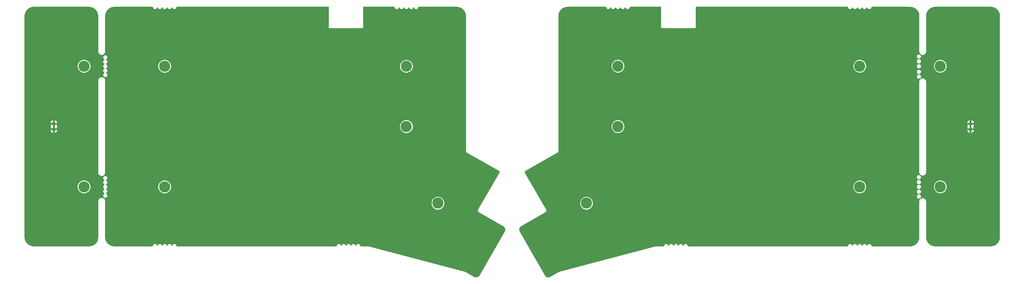
<source format=gtl>
G04 #@! TF.GenerationSoftware,KiCad,Pcbnew,(5.1.4-0-10_14)*
G04 #@! TF.CreationDate,2020-08-09T17:11:43-05:00*
G04 #@! TF.ProjectId,Dori_bottom_plate,446f7269-5f62-46f7-9474-6f6d5f706c61,rev?*
G04 #@! TF.SameCoordinates,Original*
G04 #@! TF.FileFunction,Copper,L1,Top*
G04 #@! TF.FilePolarity,Positive*
%FSLAX46Y46*%
G04 Gerber Fmt 4.6, Leading zero omitted, Abs format (unit mm)*
G04 Created by KiCad (PCBNEW (5.1.4-0-10_14)) date 2020-08-09 17:11:43*
%MOMM*%
%LPD*%
G04 APERTURE LIST*
%ADD10C,3.500000*%
%ADD11C,0.100000*%
%ADD12C,0.950000*%
%ADD13C,0.500000*%
%ADD14C,0.250000*%
%ADD15C,0.254000*%
G04 APERTURE END LIST*
D10*
X278606250Y-80962500D03*
X211918550Y-80962500D03*
X135731250Y-61912500D03*
D11*
G36*
X389992029Y-79563644D02*
G01*
X390015084Y-79567063D01*
X390037693Y-79572727D01*
X390059637Y-79580579D01*
X390080707Y-79590544D01*
X390100698Y-79602526D01*
X390119418Y-79616410D01*
X390136688Y-79632062D01*
X390152340Y-79649332D01*
X390166224Y-79668052D01*
X390178206Y-79688043D01*
X390188171Y-79709113D01*
X390196023Y-79731057D01*
X390201687Y-79753666D01*
X390205106Y-79776721D01*
X390206250Y-79800000D01*
X390206250Y-80375000D01*
X390205106Y-80398279D01*
X390201687Y-80421334D01*
X390196023Y-80443943D01*
X390188171Y-80465887D01*
X390178206Y-80486957D01*
X390166224Y-80506948D01*
X390152340Y-80525668D01*
X390136688Y-80542938D01*
X390119418Y-80558590D01*
X390100698Y-80572474D01*
X390080707Y-80584456D01*
X390059637Y-80594421D01*
X390037693Y-80602273D01*
X390015084Y-80607937D01*
X389992029Y-80611356D01*
X389968750Y-80612500D01*
X389493750Y-80612500D01*
X389470471Y-80611356D01*
X389447416Y-80607937D01*
X389424807Y-80602273D01*
X389402863Y-80594421D01*
X389381793Y-80584456D01*
X389361802Y-80572474D01*
X389343082Y-80558590D01*
X389325812Y-80542938D01*
X389310160Y-80525668D01*
X389296276Y-80506948D01*
X389284294Y-80486957D01*
X389274329Y-80465887D01*
X389266477Y-80443943D01*
X389260813Y-80421334D01*
X389257394Y-80398279D01*
X389256250Y-80375000D01*
X389256250Y-79800000D01*
X389257394Y-79776721D01*
X389260813Y-79753666D01*
X389266477Y-79731057D01*
X389274329Y-79709113D01*
X389284294Y-79688043D01*
X389296276Y-79668052D01*
X389310160Y-79649332D01*
X389325812Y-79632062D01*
X389343082Y-79616410D01*
X389361802Y-79602526D01*
X389381793Y-79590544D01*
X389402863Y-79580579D01*
X389424807Y-79572727D01*
X389447416Y-79567063D01*
X389470471Y-79563644D01*
X389493750Y-79562500D01*
X389968750Y-79562500D01*
X389992029Y-79563644D01*
X389992029Y-79563644D01*
G37*
D12*
X389731250Y-80087500D03*
D11*
G36*
X389992029Y-81313644D02*
G01*
X390015084Y-81317063D01*
X390037693Y-81322727D01*
X390059637Y-81330579D01*
X390080707Y-81340544D01*
X390100698Y-81352526D01*
X390119418Y-81366410D01*
X390136688Y-81382062D01*
X390152340Y-81399332D01*
X390166224Y-81418052D01*
X390178206Y-81438043D01*
X390188171Y-81459113D01*
X390196023Y-81481057D01*
X390201687Y-81503666D01*
X390205106Y-81526721D01*
X390206250Y-81550000D01*
X390206250Y-82125000D01*
X390205106Y-82148279D01*
X390201687Y-82171334D01*
X390196023Y-82193943D01*
X390188171Y-82215887D01*
X390178206Y-82236957D01*
X390166224Y-82256948D01*
X390152340Y-82275668D01*
X390136688Y-82292938D01*
X390119418Y-82308590D01*
X390100698Y-82322474D01*
X390080707Y-82334456D01*
X390059637Y-82344421D01*
X390037693Y-82352273D01*
X390015084Y-82357937D01*
X389992029Y-82361356D01*
X389968750Y-82362500D01*
X389493750Y-82362500D01*
X389470471Y-82361356D01*
X389447416Y-82357937D01*
X389424807Y-82352273D01*
X389402863Y-82344421D01*
X389381793Y-82334456D01*
X389361802Y-82322474D01*
X389343082Y-82308590D01*
X389325812Y-82292938D01*
X389310160Y-82275668D01*
X389296276Y-82256948D01*
X389284294Y-82236957D01*
X389274329Y-82215887D01*
X389266477Y-82193943D01*
X389260813Y-82171334D01*
X389257394Y-82148279D01*
X389256250Y-82125000D01*
X389256250Y-81550000D01*
X389257394Y-81526721D01*
X389260813Y-81503666D01*
X389266477Y-81481057D01*
X389274329Y-81459113D01*
X389284294Y-81438043D01*
X389296276Y-81418052D01*
X389310160Y-81399332D01*
X389325812Y-81382062D01*
X389343082Y-81366410D01*
X389361802Y-81352526D01*
X389381793Y-81340544D01*
X389402863Y-81330579D01*
X389424807Y-81322727D01*
X389447416Y-81317063D01*
X389470471Y-81313644D01*
X389493750Y-81312500D01*
X389968750Y-81312500D01*
X389992029Y-81313644D01*
X389992029Y-81313644D01*
G37*
D12*
X389731250Y-81837500D03*
D11*
G36*
X101067029Y-79563644D02*
G01*
X101090084Y-79567063D01*
X101112693Y-79572727D01*
X101134637Y-79580579D01*
X101155707Y-79590544D01*
X101175698Y-79602526D01*
X101194418Y-79616410D01*
X101211688Y-79632062D01*
X101227340Y-79649332D01*
X101241224Y-79668052D01*
X101253206Y-79688043D01*
X101263171Y-79709113D01*
X101271023Y-79731057D01*
X101276687Y-79753666D01*
X101280106Y-79776721D01*
X101281250Y-79800000D01*
X101281250Y-80375000D01*
X101280106Y-80398279D01*
X101276687Y-80421334D01*
X101271023Y-80443943D01*
X101263171Y-80465887D01*
X101253206Y-80486957D01*
X101241224Y-80506948D01*
X101227340Y-80525668D01*
X101211688Y-80542938D01*
X101194418Y-80558590D01*
X101175698Y-80572474D01*
X101155707Y-80584456D01*
X101134637Y-80594421D01*
X101112693Y-80602273D01*
X101090084Y-80607937D01*
X101067029Y-80611356D01*
X101043750Y-80612500D01*
X100568750Y-80612500D01*
X100545471Y-80611356D01*
X100522416Y-80607937D01*
X100499807Y-80602273D01*
X100477863Y-80594421D01*
X100456793Y-80584456D01*
X100436802Y-80572474D01*
X100418082Y-80558590D01*
X100400812Y-80542938D01*
X100385160Y-80525668D01*
X100371276Y-80506948D01*
X100359294Y-80486957D01*
X100349329Y-80465887D01*
X100341477Y-80443943D01*
X100335813Y-80421334D01*
X100332394Y-80398279D01*
X100331250Y-80375000D01*
X100331250Y-79800000D01*
X100332394Y-79776721D01*
X100335813Y-79753666D01*
X100341477Y-79731057D01*
X100349329Y-79709113D01*
X100359294Y-79688043D01*
X100371276Y-79668052D01*
X100385160Y-79649332D01*
X100400812Y-79632062D01*
X100418082Y-79616410D01*
X100436802Y-79602526D01*
X100456793Y-79590544D01*
X100477863Y-79580579D01*
X100499807Y-79572727D01*
X100522416Y-79567063D01*
X100545471Y-79563644D01*
X100568750Y-79562500D01*
X101043750Y-79562500D01*
X101067029Y-79563644D01*
X101067029Y-79563644D01*
G37*
D12*
X100806250Y-80087500D03*
D11*
G36*
X101067029Y-81313644D02*
G01*
X101090084Y-81317063D01*
X101112693Y-81322727D01*
X101134637Y-81330579D01*
X101155707Y-81340544D01*
X101175698Y-81352526D01*
X101194418Y-81366410D01*
X101211688Y-81382062D01*
X101227340Y-81399332D01*
X101241224Y-81418052D01*
X101253206Y-81438043D01*
X101263171Y-81459113D01*
X101271023Y-81481057D01*
X101276687Y-81503666D01*
X101280106Y-81526721D01*
X101281250Y-81550000D01*
X101281250Y-82125000D01*
X101280106Y-82148279D01*
X101276687Y-82171334D01*
X101271023Y-82193943D01*
X101263171Y-82215887D01*
X101253206Y-82236957D01*
X101241224Y-82256948D01*
X101227340Y-82275668D01*
X101211688Y-82292938D01*
X101194418Y-82308590D01*
X101175698Y-82322474D01*
X101155707Y-82334456D01*
X101134637Y-82344421D01*
X101112693Y-82352273D01*
X101090084Y-82357937D01*
X101067029Y-82361356D01*
X101043750Y-82362500D01*
X100568750Y-82362500D01*
X100545471Y-82361356D01*
X100522416Y-82357937D01*
X100499807Y-82352273D01*
X100477863Y-82344421D01*
X100456793Y-82334456D01*
X100436802Y-82322474D01*
X100418082Y-82308590D01*
X100400812Y-82292938D01*
X100385160Y-82275668D01*
X100371276Y-82256948D01*
X100359294Y-82236957D01*
X100349329Y-82215887D01*
X100341477Y-82193943D01*
X100335813Y-82171334D01*
X100332394Y-82148279D01*
X100331250Y-82125000D01*
X100331250Y-81550000D01*
X100332394Y-81526721D01*
X100335813Y-81503666D01*
X100341477Y-81481057D01*
X100349329Y-81459113D01*
X100359294Y-81438043D01*
X100371276Y-81418052D01*
X100385160Y-81399332D01*
X100400812Y-81382062D01*
X100418082Y-81366410D01*
X100436802Y-81352526D01*
X100456793Y-81340544D01*
X100477863Y-81330579D01*
X100499807Y-81322727D01*
X100522416Y-81317063D01*
X100545471Y-81313644D01*
X100568750Y-81312500D01*
X101043750Y-81312500D01*
X101067029Y-81313644D01*
X101067029Y-81313644D01*
G37*
D12*
X100806250Y-81837500D03*
D10*
X380206250Y-100012500D03*
X380206250Y-61912500D03*
X110331250Y-100012500D03*
X354806250Y-61912500D03*
X221853125Y-105171875D03*
X211931250Y-61940000D03*
X135731250Y-100012500D03*
X278606250Y-61912500D03*
X268684375Y-105171875D03*
X354806250Y-100012500D03*
X110331250Y-61912500D03*
D13*
X100806250Y-78978125D03*
X389731250Y-78978125D03*
D14*
X100806250Y-78978125D02*
X100806250Y-80087500D01*
X389731250Y-78978125D02*
X389731250Y-80087500D01*
D15*
G36*
X350981250Y-43335903D02*
G01*
X351011109Y-43486018D01*
X351069681Y-43627423D01*
X351154714Y-43754684D01*
X351262941Y-43862911D01*
X351390202Y-43947944D01*
X351531607Y-44006516D01*
X351681722Y-44036375D01*
X351834778Y-44036375D01*
X351984893Y-44006516D01*
X352126298Y-43947944D01*
X352253559Y-43862911D01*
X352361786Y-43754684D01*
X352446819Y-43627423D01*
X352505391Y-43486018D01*
X352520250Y-43411315D01*
X352535109Y-43486018D01*
X352593681Y-43627423D01*
X352678714Y-43754684D01*
X352786941Y-43862911D01*
X352914202Y-43947944D01*
X353055607Y-44006516D01*
X353205722Y-44036375D01*
X353358778Y-44036375D01*
X353508893Y-44006516D01*
X353650298Y-43947944D01*
X353777559Y-43862911D01*
X353885786Y-43754684D01*
X353970819Y-43627423D01*
X354029391Y-43486018D01*
X354044250Y-43411315D01*
X354059109Y-43486018D01*
X354117681Y-43627423D01*
X354202714Y-43754684D01*
X354310941Y-43862911D01*
X354438202Y-43947944D01*
X354579607Y-44006516D01*
X354729722Y-44036375D01*
X354882778Y-44036375D01*
X355032893Y-44006516D01*
X355174298Y-43947944D01*
X355301559Y-43862911D01*
X355409786Y-43754684D01*
X355494819Y-43627423D01*
X355553391Y-43486018D01*
X355568250Y-43411315D01*
X355583109Y-43486018D01*
X355641681Y-43627423D01*
X355726714Y-43754684D01*
X355834941Y-43862911D01*
X355962202Y-43947944D01*
X356103607Y-44006516D01*
X356253722Y-44036375D01*
X356406778Y-44036375D01*
X356556893Y-44006516D01*
X356698298Y-43947944D01*
X356825559Y-43862911D01*
X356933786Y-43754684D01*
X357018819Y-43627423D01*
X357077391Y-43486018D01*
X357092250Y-43411315D01*
X357107109Y-43486018D01*
X357165681Y-43627423D01*
X357250714Y-43754684D01*
X357358941Y-43862911D01*
X357486202Y-43947944D01*
X357627607Y-44006516D01*
X357777722Y-44036375D01*
X357930778Y-44036375D01*
X358080893Y-44006516D01*
X358222298Y-43947944D01*
X358349559Y-43862911D01*
X358457786Y-43754684D01*
X358542819Y-43627423D01*
X358601391Y-43486018D01*
X358631250Y-43335903D01*
X358631250Y-43252333D01*
X358735487Y-43262553D01*
X358755253Y-43264500D01*
X370661594Y-43264500D01*
X371219487Y-43319202D01*
X371737220Y-43475515D01*
X372214735Y-43729414D01*
X372633843Y-44071229D01*
X372978575Y-44487940D01*
X373235800Y-44963668D01*
X373395723Y-45480297D01*
X373454246Y-46037097D01*
X373454250Y-46038321D01*
X373454251Y-57296747D01*
X373456246Y-57317002D01*
X373456246Y-57327307D01*
X373456832Y-57332889D01*
X373474093Y-57486768D01*
X373481674Y-57522430D01*
X373488745Y-57558145D01*
X373490405Y-57563507D01*
X373537224Y-57711102D01*
X373551582Y-57744603D01*
X373565463Y-57778280D01*
X373568133Y-57783218D01*
X373642729Y-57918907D01*
X373663302Y-57948952D01*
X373683475Y-57979316D01*
X373687054Y-57983641D01*
X373786584Y-58102258D01*
X373812636Y-58127770D01*
X373838291Y-58153605D01*
X373842635Y-58157147D01*
X373842639Y-58157151D01*
X373842641Y-58157152D01*
X373963316Y-58254177D01*
X373993814Y-58274134D01*
X374024010Y-58294502D01*
X374028961Y-58297134D01*
X374028965Y-58297137D01*
X374028969Y-58297139D01*
X374166189Y-58368875D01*
X374199951Y-58382516D01*
X374233557Y-58396643D01*
X374238931Y-58398265D01*
X374387474Y-58441984D01*
X374423277Y-58448814D01*
X374458955Y-58456138D01*
X374464539Y-58456685D01*
X374464541Y-58456685D01*
X374618747Y-58470719D01*
X374655144Y-58470465D01*
X374691617Y-58470720D01*
X374697204Y-58470172D01*
X374851198Y-58453986D01*
X374886904Y-58446656D01*
X374922677Y-58439833D01*
X374928049Y-58438211D01*
X374928055Y-58438209D01*
X375075969Y-58392422D01*
X375109534Y-58378313D01*
X375143339Y-58364655D01*
X375148295Y-58362019D01*
X375284503Y-58288372D01*
X375314707Y-58267999D01*
X375345199Y-58248046D01*
X375349549Y-58244498D01*
X375468857Y-58145797D01*
X375494525Y-58119948D01*
X375520560Y-58094454D01*
X375524138Y-58090129D01*
X375622004Y-57970133D01*
X375642155Y-57939804D01*
X375662753Y-57909722D01*
X375665419Y-57904789D01*
X375665422Y-57904785D01*
X375665424Y-57904781D01*
X375738116Y-57768066D01*
X375751998Y-57734387D01*
X375766354Y-57700892D01*
X375768011Y-57695536D01*
X375768014Y-57695529D01*
X375768015Y-57695522D01*
X375812768Y-57547295D01*
X375819843Y-57511566D01*
X375827421Y-57475915D01*
X375828007Y-57470332D01*
X375843117Y-57316228D01*
X375843117Y-57316222D01*
X375845034Y-57296772D01*
X375845748Y-46057172D01*
X375900452Y-45499263D01*
X376056765Y-44981530D01*
X376310664Y-44504015D01*
X376652479Y-44084907D01*
X377069190Y-43740175D01*
X377544918Y-43482950D01*
X378061547Y-43323027D01*
X378618347Y-43264504D01*
X378619570Y-43264500D01*
X396061594Y-43264500D01*
X396619487Y-43319202D01*
X397137220Y-43475515D01*
X397614735Y-43729414D01*
X398033843Y-44071229D01*
X398378575Y-44487940D01*
X398635800Y-44963668D01*
X398795723Y-45480297D01*
X398854246Y-46037097D01*
X398854251Y-46038608D01*
X398854250Y-115867844D01*
X398799548Y-116425737D01*
X398643235Y-116943470D01*
X398389335Y-117420987D01*
X398047519Y-117840096D01*
X397630812Y-118184824D01*
X397155086Y-118442049D01*
X396638453Y-118601973D01*
X396081653Y-118660496D01*
X396080430Y-118660500D01*
X378638406Y-118660500D01*
X378080513Y-118605798D01*
X377562780Y-118449485D01*
X377085263Y-118195585D01*
X376666154Y-117853769D01*
X376321426Y-117437062D01*
X376064201Y-116961336D01*
X375904277Y-116444703D01*
X375845754Y-115887903D01*
X375845750Y-115886680D01*
X375845750Y-104628253D01*
X375843754Y-104607988D01*
X375843754Y-104597693D01*
X375843167Y-104592111D01*
X375825907Y-104438232D01*
X375818323Y-104402556D01*
X375811255Y-104366856D01*
X375809595Y-104361494D01*
X375762776Y-104213898D01*
X375748418Y-104180397D01*
X375734537Y-104146720D01*
X375731867Y-104141782D01*
X375657270Y-104006092D01*
X375636675Y-103976014D01*
X375616524Y-103945684D01*
X375612946Y-103941359D01*
X375612945Y-103941357D01*
X375612941Y-103941353D01*
X375513415Y-103822742D01*
X375487383Y-103797249D01*
X375461710Y-103771396D01*
X375457360Y-103767848D01*
X375336684Y-103670823D01*
X375306186Y-103650866D01*
X375275990Y-103630498D01*
X375271034Y-103627862D01*
X375133811Y-103556125D01*
X375100061Y-103542489D01*
X375066443Y-103528357D01*
X375061069Y-103526735D01*
X374912526Y-103483016D01*
X374876755Y-103476192D01*
X374841045Y-103468862D01*
X374835458Y-103468314D01*
X374681253Y-103454281D01*
X374644856Y-103454535D01*
X374608382Y-103454280D01*
X374602796Y-103454828D01*
X374448801Y-103471014D01*
X374413082Y-103478346D01*
X374377323Y-103485167D01*
X374371953Y-103486789D01*
X374371947Y-103486790D01*
X374371941Y-103486792D01*
X374224031Y-103532578D01*
X374190447Y-103546695D01*
X374156660Y-103560346D01*
X374151704Y-103562981D01*
X374015497Y-103636628D01*
X373985285Y-103657006D01*
X373954801Y-103676954D01*
X373950451Y-103680502D01*
X373831143Y-103779203D01*
X373805458Y-103805068D01*
X373779440Y-103830546D01*
X373775862Y-103834871D01*
X373677996Y-103954866D01*
X373657821Y-103985232D01*
X373637248Y-104015278D01*
X373634578Y-104020216D01*
X373561884Y-104156934D01*
X373548008Y-104190599D01*
X373533646Y-104224107D01*
X373531989Y-104229464D01*
X373531986Y-104229471D01*
X373531985Y-104229478D01*
X373487232Y-104377705D01*
X373480157Y-104413434D01*
X373472579Y-104449085D01*
X373471993Y-104454668D01*
X373461096Y-104565805D01*
X373460068Y-104569194D01*
X373454251Y-104628253D01*
X373454250Y-115867844D01*
X373399548Y-116425737D01*
X373243235Y-116943470D01*
X372989335Y-117420987D01*
X372647519Y-117840096D01*
X372230812Y-118184824D01*
X371755086Y-118442049D01*
X371238453Y-118601973D01*
X370681653Y-118660496D01*
X370680430Y-118660500D01*
X358755253Y-118660500D01*
X358737920Y-118662207D01*
X358733025Y-118662173D01*
X358727439Y-118662721D01*
X358631250Y-118672831D01*
X358631250Y-118589097D01*
X358601391Y-118438982D01*
X358542819Y-118297577D01*
X358457786Y-118170316D01*
X358349559Y-118062089D01*
X358222298Y-117977056D01*
X358080893Y-117918484D01*
X357930778Y-117888625D01*
X357777722Y-117888625D01*
X357627607Y-117918484D01*
X357486202Y-117977056D01*
X357358941Y-118062089D01*
X357250714Y-118170316D01*
X357165681Y-118297577D01*
X357107109Y-118438982D01*
X357092250Y-118513685D01*
X357077391Y-118438982D01*
X357018819Y-118297577D01*
X356933786Y-118170316D01*
X356825559Y-118062089D01*
X356698298Y-117977056D01*
X356556893Y-117918484D01*
X356406778Y-117888625D01*
X356253722Y-117888625D01*
X356103607Y-117918484D01*
X355962202Y-117977056D01*
X355834941Y-118062089D01*
X355726714Y-118170316D01*
X355641681Y-118297577D01*
X355583109Y-118438982D01*
X355568250Y-118513685D01*
X355553391Y-118438982D01*
X355494819Y-118297577D01*
X355409786Y-118170316D01*
X355301559Y-118062089D01*
X355174298Y-117977056D01*
X355032893Y-117918484D01*
X354882778Y-117888625D01*
X354729722Y-117888625D01*
X354579607Y-117918484D01*
X354438202Y-117977056D01*
X354310941Y-118062089D01*
X354202714Y-118170316D01*
X354117681Y-118297577D01*
X354059109Y-118438982D01*
X354044250Y-118513685D01*
X354029391Y-118438982D01*
X353970819Y-118297577D01*
X353885786Y-118170316D01*
X353777559Y-118062089D01*
X353650298Y-117977056D01*
X353508893Y-117918484D01*
X353358778Y-117888625D01*
X353205722Y-117888625D01*
X353055607Y-117918484D01*
X352914202Y-117977056D01*
X352786941Y-118062089D01*
X352678714Y-118170316D01*
X352593681Y-118297577D01*
X352535109Y-118438982D01*
X352520250Y-118513685D01*
X352505391Y-118438982D01*
X352446819Y-118297577D01*
X352361786Y-118170316D01*
X352253559Y-118062089D01*
X352126298Y-117977056D01*
X351984893Y-117918484D01*
X351834778Y-117888625D01*
X351681722Y-117888625D01*
X351531607Y-117918484D01*
X351390202Y-117977056D01*
X351262941Y-118062089D01*
X351154714Y-118170316D01*
X351069681Y-118297577D01*
X351011109Y-118438982D01*
X350981250Y-118589097D01*
X350981250Y-118672668D01*
X350877013Y-118662447D01*
X350857247Y-118660500D01*
X300811503Y-118660500D01*
X300794170Y-118662207D01*
X300789275Y-118662173D01*
X300783689Y-118662721D01*
X300687500Y-118672831D01*
X300687500Y-118589097D01*
X300657641Y-118438982D01*
X300599069Y-118297577D01*
X300514036Y-118170316D01*
X300405809Y-118062089D01*
X300278548Y-117977056D01*
X300137143Y-117918484D01*
X299987028Y-117888625D01*
X299833972Y-117888625D01*
X299683857Y-117918484D01*
X299542452Y-117977056D01*
X299415191Y-118062089D01*
X299306964Y-118170316D01*
X299221931Y-118297577D01*
X299163359Y-118438982D01*
X299148500Y-118513685D01*
X299133641Y-118438982D01*
X299075069Y-118297577D01*
X298990036Y-118170316D01*
X298881809Y-118062089D01*
X298754548Y-117977056D01*
X298613143Y-117918484D01*
X298463028Y-117888625D01*
X298309972Y-117888625D01*
X298159857Y-117918484D01*
X298018452Y-117977056D01*
X297891191Y-118062089D01*
X297782964Y-118170316D01*
X297697931Y-118297577D01*
X297639359Y-118438982D01*
X297624500Y-118513685D01*
X297609641Y-118438982D01*
X297551069Y-118297577D01*
X297466036Y-118170316D01*
X297357809Y-118062089D01*
X297230548Y-117977056D01*
X297089143Y-117918484D01*
X296939028Y-117888625D01*
X296785972Y-117888625D01*
X296635857Y-117918484D01*
X296494452Y-117977056D01*
X296367191Y-118062089D01*
X296258964Y-118170316D01*
X296173931Y-118297577D01*
X296115359Y-118438982D01*
X296100500Y-118513685D01*
X296085641Y-118438982D01*
X296027069Y-118297577D01*
X295942036Y-118170316D01*
X295833809Y-118062089D01*
X295706548Y-117977056D01*
X295565143Y-117918484D01*
X295415028Y-117888625D01*
X295261972Y-117888625D01*
X295111857Y-117918484D01*
X294970452Y-117977056D01*
X294843191Y-118062089D01*
X294734964Y-118170316D01*
X294649931Y-118297577D01*
X294591359Y-118438982D01*
X294576500Y-118513685D01*
X294561641Y-118438982D01*
X294503069Y-118297577D01*
X294418036Y-118170316D01*
X294309809Y-118062089D01*
X294182548Y-117977056D01*
X294041143Y-117918484D01*
X293891028Y-117888625D01*
X293737972Y-117888625D01*
X293587857Y-117918484D01*
X293446452Y-117977056D01*
X293319191Y-118062089D01*
X293210964Y-118170316D01*
X293125931Y-118297577D01*
X293067359Y-118438982D01*
X293037500Y-118589097D01*
X293037500Y-118672668D01*
X292932979Y-118662419D01*
X292932978Y-118662419D01*
X292913867Y-118660519D01*
X290520138Y-118658313D01*
X290487858Y-118657114D01*
X290461069Y-118661416D01*
X290434060Y-118664051D01*
X290403128Y-118673402D01*
X260254950Y-126609326D01*
X260223661Y-126616321D01*
X260198603Y-126627399D01*
X260172939Y-126636930D01*
X260145660Y-126653726D01*
X257250963Y-128289860D01*
X257022283Y-128386979D01*
X256795450Y-128434409D01*
X256563733Y-128436878D01*
X256335945Y-128394292D01*
X256120761Y-128308271D01*
X255926393Y-128182097D01*
X255750274Y-128010892D01*
X255727309Y-127982062D01*
X247756556Y-114120589D01*
X247660021Y-113893283D01*
X247612591Y-113666450D01*
X247610122Y-113434729D01*
X247652708Y-113206944D01*
X247738730Y-112991759D01*
X247864902Y-112797393D01*
X248036106Y-112621277D01*
X248065715Y-112597690D01*
X255869178Y-108059320D01*
X255917307Y-108024600D01*
X255922443Y-108019081D01*
X255947136Y-107999556D01*
X255973388Y-107974263D01*
X255999968Y-107949359D01*
X256003641Y-107945114D01*
X256041716Y-107900478D01*
X256062538Y-107870590D01*
X256083783Y-107840988D01*
X256086561Y-107836110D01*
X256115242Y-107784929D01*
X256129865Y-107751562D01*
X256144958Y-107718391D01*
X256146736Y-107713066D01*
X256164929Y-107657289D01*
X256172798Y-107621691D01*
X256181153Y-107586252D01*
X256181863Y-107580684D01*
X256188876Y-107522434D01*
X256189681Y-107485984D01*
X256190993Y-107449593D01*
X256190608Y-107443993D01*
X256186173Y-107385492D01*
X256179887Y-107349609D01*
X256174103Y-107313634D01*
X256172637Y-107308216D01*
X256156924Y-107251690D01*
X256143792Y-107217718D01*
X256131127Y-107183543D01*
X256128637Y-107178513D01*
X256105797Y-107133170D01*
X256100892Y-107122398D01*
X254848492Y-104962384D01*
X266557375Y-104962384D01*
X266557375Y-105381366D01*
X266639114Y-105792298D01*
X266799452Y-106179387D01*
X267032226Y-106527759D01*
X267328491Y-106824024D01*
X267676863Y-107056798D01*
X268063952Y-107217136D01*
X268474884Y-107298875D01*
X268893866Y-107298875D01*
X269304798Y-107217136D01*
X269691887Y-107056798D01*
X270040259Y-106824024D01*
X270336524Y-106527759D01*
X270569298Y-106179387D01*
X270729636Y-105792298D01*
X270811375Y-105381366D01*
X270811375Y-104962384D01*
X270729636Y-104551452D01*
X270569298Y-104164363D01*
X270336524Y-103815991D01*
X270040259Y-103519726D01*
X269691887Y-103286952D01*
X269304798Y-103126614D01*
X268893866Y-103044875D01*
X268474884Y-103044875D01*
X268063952Y-103126614D01*
X267676863Y-103286952D01*
X267328491Y-103519726D01*
X267032226Y-103815991D01*
X266799452Y-104164363D01*
X266639114Y-104551452D01*
X266557375Y-104962384D01*
X254848492Y-104962384D01*
X251857027Y-99803009D01*
X352679250Y-99803009D01*
X352679250Y-100221991D01*
X352760989Y-100632923D01*
X352921327Y-101020012D01*
X353154101Y-101368384D01*
X353450366Y-101664649D01*
X353798738Y-101897423D01*
X354185827Y-102057761D01*
X354596759Y-102139500D01*
X355015741Y-102139500D01*
X355426673Y-102057761D01*
X355813762Y-101897423D01*
X356162134Y-101664649D01*
X356458399Y-101368384D01*
X356691173Y-101020012D01*
X356851511Y-100632923D01*
X356933250Y-100221991D01*
X356933250Y-99803009D01*
X356851511Y-99392077D01*
X356691173Y-99004988D01*
X356458399Y-98656616D01*
X356162134Y-98360351D01*
X355813762Y-98127577D01*
X355426673Y-97967239D01*
X355015741Y-97885500D01*
X354596759Y-97885500D01*
X354185827Y-97967239D01*
X353798738Y-98127577D01*
X353450366Y-98360351D01*
X353154101Y-98656616D01*
X352921327Y-99004988D01*
X352760989Y-99392077D01*
X352679250Y-99803009D01*
X251857027Y-99803009D01*
X250166855Y-96887972D01*
X372682375Y-96887972D01*
X372682375Y-97041028D01*
X372712234Y-97191143D01*
X372770806Y-97332548D01*
X372855839Y-97459809D01*
X372964066Y-97568036D01*
X373091327Y-97653069D01*
X373232732Y-97711641D01*
X373307435Y-97726500D01*
X373232732Y-97741359D01*
X373091327Y-97799931D01*
X372964066Y-97884964D01*
X372855839Y-97993191D01*
X372770806Y-98120452D01*
X372712234Y-98261857D01*
X372682375Y-98411972D01*
X372682375Y-98565028D01*
X372712234Y-98715143D01*
X372770806Y-98856548D01*
X372855839Y-98983809D01*
X372964066Y-99092036D01*
X373091327Y-99177069D01*
X373232732Y-99235641D01*
X373307435Y-99250500D01*
X373232732Y-99265359D01*
X373091327Y-99323931D01*
X372964066Y-99408964D01*
X372855839Y-99517191D01*
X372770806Y-99644452D01*
X372712234Y-99785857D01*
X372682375Y-99935972D01*
X372682375Y-100089028D01*
X372712234Y-100239143D01*
X372770806Y-100380548D01*
X372855839Y-100507809D01*
X372964066Y-100616036D01*
X373091327Y-100701069D01*
X373232732Y-100759641D01*
X373307435Y-100774500D01*
X373232732Y-100789359D01*
X373091327Y-100847931D01*
X372964066Y-100932964D01*
X372855839Y-101041191D01*
X372770806Y-101168452D01*
X372712234Y-101309857D01*
X372682375Y-101459972D01*
X372682375Y-101613028D01*
X372712234Y-101763143D01*
X372770806Y-101904548D01*
X372855839Y-102031809D01*
X372964066Y-102140036D01*
X373091327Y-102225069D01*
X373232732Y-102283641D01*
X373307435Y-102298500D01*
X373232732Y-102313359D01*
X373091327Y-102371931D01*
X372964066Y-102456964D01*
X372855839Y-102565191D01*
X372770806Y-102692452D01*
X372712234Y-102833857D01*
X372682375Y-102983972D01*
X372682375Y-103137028D01*
X372712234Y-103287143D01*
X372770806Y-103428548D01*
X372855839Y-103555809D01*
X372964066Y-103664036D01*
X373091327Y-103749069D01*
X373232732Y-103807641D01*
X373382847Y-103837500D01*
X373535903Y-103837500D01*
X373686018Y-103807641D01*
X373827423Y-103749069D01*
X373954684Y-103664036D01*
X374062911Y-103555809D01*
X374147944Y-103428548D01*
X374206516Y-103287143D01*
X374236375Y-103137028D01*
X374236375Y-102983972D01*
X374206516Y-102833857D01*
X374147944Y-102692452D01*
X374062911Y-102565191D01*
X373954684Y-102456964D01*
X373827423Y-102371931D01*
X373686018Y-102313359D01*
X373611315Y-102298500D01*
X373686018Y-102283641D01*
X373827423Y-102225069D01*
X373954684Y-102140036D01*
X374062911Y-102031809D01*
X374147944Y-101904548D01*
X374206516Y-101763143D01*
X374236375Y-101613028D01*
X374236375Y-101459972D01*
X374206516Y-101309857D01*
X374147944Y-101168452D01*
X374062911Y-101041191D01*
X373954684Y-100932964D01*
X373827423Y-100847931D01*
X373686018Y-100789359D01*
X373611315Y-100774500D01*
X373686018Y-100759641D01*
X373827423Y-100701069D01*
X373954684Y-100616036D01*
X374062911Y-100507809D01*
X374147944Y-100380548D01*
X374206516Y-100239143D01*
X374236375Y-100089028D01*
X374236375Y-99935972D01*
X374209928Y-99803009D01*
X378079250Y-99803009D01*
X378079250Y-100221991D01*
X378160989Y-100632923D01*
X378321327Y-101020012D01*
X378554101Y-101368384D01*
X378850366Y-101664649D01*
X379198738Y-101897423D01*
X379585827Y-102057761D01*
X379996759Y-102139500D01*
X380415741Y-102139500D01*
X380826673Y-102057761D01*
X381213762Y-101897423D01*
X381562134Y-101664649D01*
X381858399Y-101368384D01*
X382091173Y-101020012D01*
X382251511Y-100632923D01*
X382333250Y-100221991D01*
X382333250Y-99803009D01*
X382251511Y-99392077D01*
X382091173Y-99004988D01*
X381858399Y-98656616D01*
X381562134Y-98360351D01*
X381213762Y-98127577D01*
X380826673Y-97967239D01*
X380415741Y-97885500D01*
X379996759Y-97885500D01*
X379585827Y-97967239D01*
X379198738Y-98127577D01*
X378850366Y-98360351D01*
X378554101Y-98656616D01*
X378321327Y-99004988D01*
X378160989Y-99392077D01*
X378079250Y-99803009D01*
X374209928Y-99803009D01*
X374206516Y-99785857D01*
X374147944Y-99644452D01*
X374062911Y-99517191D01*
X373954684Y-99408964D01*
X373827423Y-99323931D01*
X373686018Y-99265359D01*
X373611315Y-99250500D01*
X373686018Y-99235641D01*
X373827423Y-99177069D01*
X373954684Y-99092036D01*
X374062911Y-98983809D01*
X374147944Y-98856548D01*
X374206516Y-98715143D01*
X374236375Y-98565028D01*
X374236375Y-98411972D01*
X374206516Y-98261857D01*
X374147944Y-98120452D01*
X374062911Y-97993191D01*
X373954684Y-97884964D01*
X373827423Y-97799931D01*
X373686018Y-97741359D01*
X373611315Y-97726500D01*
X373686018Y-97711641D01*
X373827423Y-97653069D01*
X373954684Y-97568036D01*
X374062911Y-97459809D01*
X374147944Y-97332548D01*
X374206516Y-97191143D01*
X374236375Y-97041028D01*
X374236375Y-96887972D01*
X374206516Y-96737857D01*
X374147944Y-96596452D01*
X374062911Y-96469191D01*
X373954684Y-96360964D01*
X373827423Y-96275931D01*
X373686018Y-96217359D01*
X373535903Y-96187500D01*
X373382847Y-96187500D01*
X373232732Y-96217359D01*
X373091327Y-96275931D01*
X372964066Y-96360964D01*
X372855839Y-96469191D01*
X372770806Y-96596452D01*
X372712234Y-96737857D01*
X372682375Y-96887972D01*
X250166855Y-96887972D01*
X249410893Y-95584166D01*
X249377000Y-95495712D01*
X249362169Y-95409538D01*
X249362489Y-95396736D01*
X373453536Y-95396736D01*
X373456246Y-95424255D01*
X373456246Y-95427307D01*
X373456832Y-95432889D01*
X373458996Y-95452179D01*
X373459352Y-95455796D01*
X373459431Y-95456055D01*
X373474093Y-95586768D01*
X373481674Y-95622430D01*
X373488745Y-95658145D01*
X373490405Y-95663507D01*
X373537224Y-95811102D01*
X373551582Y-95844603D01*
X373565463Y-95878280D01*
X373568133Y-95883218D01*
X373642729Y-96018907D01*
X373663302Y-96048952D01*
X373683475Y-96079316D01*
X373687054Y-96083641D01*
X373786584Y-96202258D01*
X373812636Y-96227770D01*
X373838291Y-96253605D01*
X373842635Y-96257147D01*
X373842639Y-96257151D01*
X373842641Y-96257152D01*
X373963316Y-96354177D01*
X373993814Y-96374134D01*
X374024010Y-96394502D01*
X374028961Y-96397134D01*
X374028965Y-96397137D01*
X374028969Y-96397139D01*
X374166189Y-96468875D01*
X374199951Y-96482516D01*
X374233557Y-96496643D01*
X374238931Y-96498265D01*
X374387474Y-96541984D01*
X374423277Y-96548814D01*
X374458955Y-96556138D01*
X374464539Y-96556685D01*
X374464541Y-96556685D01*
X374618747Y-96570719D01*
X374655144Y-96570465D01*
X374691617Y-96570720D01*
X374697204Y-96570172D01*
X374851198Y-96553986D01*
X374886904Y-96546656D01*
X374922677Y-96539833D01*
X374928049Y-96538211D01*
X374928055Y-96538209D01*
X375075969Y-96492422D01*
X375109534Y-96478313D01*
X375143339Y-96464655D01*
X375148295Y-96462019D01*
X375284503Y-96388372D01*
X375314707Y-96367999D01*
X375345199Y-96348046D01*
X375349549Y-96344498D01*
X375468857Y-96245797D01*
X375494525Y-96219948D01*
X375520560Y-96194454D01*
X375524138Y-96190129D01*
X375622004Y-96070133D01*
X375642155Y-96039804D01*
X375662753Y-96009722D01*
X375665419Y-96004789D01*
X375665422Y-96004785D01*
X375665424Y-96004781D01*
X375738116Y-95868066D01*
X375751998Y-95834387D01*
X375766354Y-95800892D01*
X375768011Y-95795536D01*
X375768014Y-95795529D01*
X375768015Y-95795522D01*
X375812768Y-95647295D01*
X375819843Y-95611566D01*
X375827421Y-95575915D01*
X375828007Y-95570332D01*
X375843117Y-95416228D01*
X375843117Y-95416226D01*
X375845035Y-95396757D01*
X375845360Y-82362500D01*
X388618178Y-82362500D01*
X388630438Y-82486982D01*
X388666748Y-82606680D01*
X388725713Y-82716994D01*
X388805065Y-82813685D01*
X388901756Y-82893037D01*
X389012070Y-82952002D01*
X389131768Y-82988312D01*
X389256250Y-83000572D01*
X389445500Y-82997500D01*
X389604250Y-82838750D01*
X389604250Y-81964500D01*
X389858250Y-81964500D01*
X389858250Y-82838750D01*
X390017000Y-82997500D01*
X390206250Y-83000572D01*
X390330732Y-82988312D01*
X390450430Y-82952002D01*
X390560744Y-82893037D01*
X390657435Y-82813685D01*
X390736787Y-82716994D01*
X390795752Y-82606680D01*
X390832062Y-82486982D01*
X390844322Y-82362500D01*
X390841250Y-82123250D01*
X390682500Y-81964500D01*
X389858250Y-81964500D01*
X389604250Y-81964500D01*
X388780000Y-81964500D01*
X388621250Y-82123250D01*
X388618178Y-82362500D01*
X375845360Y-82362500D01*
X375845403Y-80612500D01*
X388618178Y-80612500D01*
X388630438Y-80736982D01*
X388666748Y-80856680D01*
X388723311Y-80962500D01*
X388666748Y-81068320D01*
X388630438Y-81188018D01*
X388618178Y-81312500D01*
X388621250Y-81551750D01*
X388780000Y-81710500D01*
X389604250Y-81710500D01*
X389604250Y-80214500D01*
X389858250Y-80214500D01*
X389858250Y-81710500D01*
X390682500Y-81710500D01*
X390841250Y-81551750D01*
X390844322Y-81312500D01*
X390832062Y-81188018D01*
X390795752Y-81068320D01*
X390739189Y-80962500D01*
X390795752Y-80856680D01*
X390832062Y-80736982D01*
X390844322Y-80612500D01*
X390841250Y-80373250D01*
X390682500Y-80214500D01*
X389858250Y-80214500D01*
X389604250Y-80214500D01*
X388780000Y-80214500D01*
X388621250Y-80373250D01*
X388618178Y-80612500D01*
X375845403Y-80612500D01*
X375845429Y-79562500D01*
X388618178Y-79562500D01*
X388621250Y-79801750D01*
X388780000Y-79960500D01*
X389604250Y-79960500D01*
X389604250Y-79086250D01*
X389858250Y-79086250D01*
X389858250Y-79960500D01*
X390682500Y-79960500D01*
X390841250Y-79801750D01*
X390844322Y-79562500D01*
X390832062Y-79438018D01*
X390795752Y-79318320D01*
X390736787Y-79208006D01*
X390657435Y-79111315D01*
X390560744Y-79031963D01*
X390450430Y-78972998D01*
X390330732Y-78936688D01*
X390206250Y-78924428D01*
X390017000Y-78927500D01*
X389858250Y-79086250D01*
X389604250Y-79086250D01*
X389445500Y-78927500D01*
X389256250Y-78924428D01*
X389131768Y-78936688D01*
X389012070Y-78972998D01*
X388901756Y-79031963D01*
X388805065Y-79111315D01*
X388725713Y-79208006D01*
X388666748Y-79318320D01*
X388630438Y-79438018D01*
X388618178Y-79562500D01*
X375845429Y-79562500D01*
X375845750Y-66782264D01*
X375843754Y-66761995D01*
X375843754Y-66751693D01*
X375843167Y-66746111D01*
X375825907Y-66592232D01*
X375818323Y-66556556D01*
X375811255Y-66520856D01*
X375809595Y-66515494D01*
X375762776Y-66367898D01*
X375748418Y-66334397D01*
X375734537Y-66300720D01*
X375731867Y-66295782D01*
X375657270Y-66160092D01*
X375636675Y-66130014D01*
X375616524Y-66099684D01*
X375612946Y-66095359D01*
X375612945Y-66095357D01*
X375612941Y-66095353D01*
X375513415Y-65976742D01*
X375487383Y-65951249D01*
X375461710Y-65925396D01*
X375457360Y-65921848D01*
X375336684Y-65824823D01*
X375306186Y-65804866D01*
X375275990Y-65784498D01*
X375271034Y-65781862D01*
X375133811Y-65710125D01*
X375100061Y-65696489D01*
X375066443Y-65682357D01*
X375061069Y-65680735D01*
X374912526Y-65637016D01*
X374876755Y-65630192D01*
X374841045Y-65622862D01*
X374835458Y-65622314D01*
X374681253Y-65608281D01*
X374644856Y-65608535D01*
X374608382Y-65608280D01*
X374602796Y-65608828D01*
X374448801Y-65625014D01*
X374413082Y-65632346D01*
X374377323Y-65639167D01*
X374371953Y-65640789D01*
X374371947Y-65640790D01*
X374371941Y-65640792D01*
X374224031Y-65686578D01*
X374190447Y-65700695D01*
X374156660Y-65714346D01*
X374151704Y-65716981D01*
X374015497Y-65790628D01*
X373985285Y-65811006D01*
X373954801Y-65830954D01*
X373950451Y-65834502D01*
X373831143Y-65933203D01*
X373805458Y-65959068D01*
X373779440Y-65984546D01*
X373775862Y-65988871D01*
X373677996Y-66108866D01*
X373657821Y-66139232D01*
X373637248Y-66169278D01*
X373634578Y-66174216D01*
X373561884Y-66310934D01*
X373548008Y-66344599D01*
X373533646Y-66378107D01*
X373531989Y-66383464D01*
X373531986Y-66383471D01*
X373531985Y-66383478D01*
X373487232Y-66531705D01*
X373480157Y-66567434D01*
X373472579Y-66603085D01*
X373471993Y-66608668D01*
X373461097Y-66719797D01*
X373460069Y-66723185D01*
X373454251Y-66782243D01*
X373453536Y-95396736D01*
X249362489Y-95396736D01*
X249364359Y-95322132D01*
X249383485Y-95236810D01*
X249418818Y-95156831D01*
X249469013Y-95085239D01*
X249532158Y-95024759D01*
X249625581Y-94965093D01*
X259749815Y-89252361D01*
X259780670Y-89235868D01*
X259799569Y-89220358D01*
X259819578Y-89206316D01*
X259830103Y-89195299D01*
X259841882Y-89185632D01*
X259857386Y-89166741D01*
X259874278Y-89149059D01*
X259882454Y-89136196D01*
X259892118Y-89124420D01*
X259903645Y-89102854D01*
X259916755Y-89082228D01*
X259922259Y-89068030D01*
X259929447Y-89054583D01*
X259936548Y-89031175D01*
X259945379Y-89008395D01*
X259948008Y-88993393D01*
X259952433Y-88978806D01*
X259954830Y-88954470D01*
X259959049Y-88930397D01*
X259958250Y-88895431D01*
X259958250Y-80753009D01*
X276479250Y-80753009D01*
X276479250Y-81171991D01*
X276560989Y-81582923D01*
X276721327Y-81970012D01*
X276954101Y-82318384D01*
X277250366Y-82614649D01*
X277598738Y-82847423D01*
X277985827Y-83007761D01*
X278396759Y-83089500D01*
X278815741Y-83089500D01*
X279226673Y-83007761D01*
X279613762Y-82847423D01*
X279962134Y-82614649D01*
X280258399Y-82318384D01*
X280491173Y-81970012D01*
X280651511Y-81582923D01*
X280733250Y-81171991D01*
X280733250Y-80753009D01*
X280651511Y-80342077D01*
X280491173Y-79954988D01*
X280258399Y-79606616D01*
X279962134Y-79310351D01*
X279613762Y-79077577D01*
X279226673Y-78917239D01*
X278815741Y-78835500D01*
X278396759Y-78835500D01*
X277985827Y-78917239D01*
X277598738Y-79077577D01*
X277250366Y-79310351D01*
X276954101Y-79606616D01*
X276721327Y-79954988D01*
X276560989Y-80342077D01*
X276479250Y-80753009D01*
X259958250Y-80753009D01*
X259958250Y-61703009D01*
X276479250Y-61703009D01*
X276479250Y-62121991D01*
X276560989Y-62532923D01*
X276721327Y-62920012D01*
X276954101Y-63268384D01*
X277250366Y-63564649D01*
X277598738Y-63797423D01*
X277985827Y-63957761D01*
X278396759Y-64039500D01*
X278815741Y-64039500D01*
X279226673Y-63957761D01*
X279613762Y-63797423D01*
X279962134Y-63564649D01*
X280258399Y-63268384D01*
X280491173Y-62920012D01*
X280651511Y-62532923D01*
X280733250Y-62121991D01*
X280733250Y-61703009D01*
X352679250Y-61703009D01*
X352679250Y-62121991D01*
X352760989Y-62532923D01*
X352921327Y-62920012D01*
X353154101Y-63268384D01*
X353450366Y-63564649D01*
X353798738Y-63797423D01*
X354185827Y-63957761D01*
X354596759Y-64039500D01*
X355015741Y-64039500D01*
X355426673Y-63957761D01*
X355813762Y-63797423D01*
X356088316Y-63613972D01*
X372682375Y-63613972D01*
X372682375Y-63767028D01*
X372712234Y-63917143D01*
X372770806Y-64058548D01*
X372855839Y-64185809D01*
X372964066Y-64294036D01*
X373091327Y-64379069D01*
X373232732Y-64437641D01*
X373307435Y-64452500D01*
X373232732Y-64467359D01*
X373091327Y-64525931D01*
X372964066Y-64610964D01*
X372855839Y-64719191D01*
X372770806Y-64846452D01*
X372712234Y-64987857D01*
X372682375Y-65137972D01*
X372682375Y-65291028D01*
X372712234Y-65441143D01*
X372770806Y-65582548D01*
X372855839Y-65709809D01*
X372964066Y-65818036D01*
X373091327Y-65903069D01*
X373232732Y-65961641D01*
X373382847Y-65991500D01*
X373535903Y-65991500D01*
X373686018Y-65961641D01*
X373827423Y-65903069D01*
X373954684Y-65818036D01*
X374062911Y-65709809D01*
X374147944Y-65582548D01*
X374206516Y-65441143D01*
X374236375Y-65291028D01*
X374236375Y-65137972D01*
X374206516Y-64987857D01*
X374147944Y-64846452D01*
X374062911Y-64719191D01*
X373954684Y-64610964D01*
X373827423Y-64525931D01*
X373686018Y-64467359D01*
X373611315Y-64452500D01*
X373686018Y-64437641D01*
X373827423Y-64379069D01*
X373954684Y-64294036D01*
X374062911Y-64185809D01*
X374147944Y-64058548D01*
X374206516Y-63917143D01*
X374236375Y-63767028D01*
X374236375Y-63613972D01*
X374206516Y-63463857D01*
X374147944Y-63322452D01*
X374062911Y-63195191D01*
X373954684Y-63086964D01*
X373827423Y-63001931D01*
X373686018Y-62943359D01*
X373535903Y-62913500D01*
X373382847Y-62913500D01*
X373232732Y-62943359D01*
X373091327Y-63001931D01*
X372964066Y-63086964D01*
X372855839Y-63195191D01*
X372770806Y-63322452D01*
X372712234Y-63463857D01*
X372682375Y-63613972D01*
X356088316Y-63613972D01*
X356162134Y-63564649D01*
X356458399Y-63268384D01*
X356691173Y-62920012D01*
X356851511Y-62532923D01*
X356933250Y-62121991D01*
X356933250Y-61703009D01*
X356851511Y-61292077D01*
X356691173Y-60904988D01*
X356458399Y-60556616D01*
X356162134Y-60260351D01*
X355813762Y-60027577D01*
X355426673Y-59867239D01*
X355015741Y-59785500D01*
X354596759Y-59785500D01*
X354185827Y-59867239D01*
X353798738Y-60027577D01*
X353450366Y-60260351D01*
X353154101Y-60556616D01*
X352921327Y-60904988D01*
X352760989Y-61292077D01*
X352679250Y-61703009D01*
X280733250Y-61703009D01*
X280651511Y-61292077D01*
X280491173Y-60904988D01*
X280258399Y-60556616D01*
X279962134Y-60260351D01*
X279613762Y-60027577D01*
X279226673Y-59867239D01*
X278815741Y-59785500D01*
X278396759Y-59785500D01*
X277985827Y-59867239D01*
X277598738Y-60027577D01*
X277250366Y-60260351D01*
X276954101Y-60556616D01*
X276721327Y-60904988D01*
X276560989Y-61292077D01*
X276479250Y-61703009D01*
X259958250Y-61703009D01*
X259958250Y-58787972D01*
X372682375Y-58787972D01*
X372682375Y-58941028D01*
X372712234Y-59091143D01*
X372770806Y-59232548D01*
X372855839Y-59359809D01*
X372964066Y-59468036D01*
X373091327Y-59553069D01*
X373232732Y-59611641D01*
X373307435Y-59626500D01*
X373232732Y-59641359D01*
X373091327Y-59699931D01*
X372964066Y-59784964D01*
X372855839Y-59893191D01*
X372770806Y-60020452D01*
X372712234Y-60161857D01*
X372682375Y-60311972D01*
X372682375Y-60465028D01*
X372712234Y-60615143D01*
X372770806Y-60756548D01*
X372855839Y-60883809D01*
X372964066Y-60992036D01*
X373091327Y-61077069D01*
X373232732Y-61135641D01*
X373307435Y-61150500D01*
X373232732Y-61165359D01*
X373091327Y-61223931D01*
X372964066Y-61308964D01*
X372855839Y-61417191D01*
X372770806Y-61544452D01*
X372712234Y-61685857D01*
X372682375Y-61835972D01*
X372682375Y-61989028D01*
X372712234Y-62139143D01*
X372770806Y-62280548D01*
X372855839Y-62407809D01*
X372964066Y-62516036D01*
X373091327Y-62601069D01*
X373232732Y-62659641D01*
X373382847Y-62689500D01*
X373535903Y-62689500D01*
X373686018Y-62659641D01*
X373827423Y-62601069D01*
X373954684Y-62516036D01*
X374062911Y-62407809D01*
X374147944Y-62280548D01*
X374206516Y-62139143D01*
X374236375Y-61989028D01*
X374236375Y-61835972D01*
X374209928Y-61703009D01*
X378079250Y-61703009D01*
X378079250Y-62121991D01*
X378160989Y-62532923D01*
X378321327Y-62920012D01*
X378554101Y-63268384D01*
X378850366Y-63564649D01*
X379198738Y-63797423D01*
X379585827Y-63957761D01*
X379996759Y-64039500D01*
X380415741Y-64039500D01*
X380826673Y-63957761D01*
X381213762Y-63797423D01*
X381562134Y-63564649D01*
X381858399Y-63268384D01*
X382091173Y-62920012D01*
X382251511Y-62532923D01*
X382333250Y-62121991D01*
X382333250Y-61703009D01*
X382251511Y-61292077D01*
X382091173Y-60904988D01*
X381858399Y-60556616D01*
X381562134Y-60260351D01*
X381213762Y-60027577D01*
X380826673Y-59867239D01*
X380415741Y-59785500D01*
X379996759Y-59785500D01*
X379585827Y-59867239D01*
X379198738Y-60027577D01*
X378850366Y-60260351D01*
X378554101Y-60556616D01*
X378321327Y-60904988D01*
X378160989Y-61292077D01*
X378079250Y-61703009D01*
X374209928Y-61703009D01*
X374206516Y-61685857D01*
X374147944Y-61544452D01*
X374062911Y-61417191D01*
X373954684Y-61308964D01*
X373827423Y-61223931D01*
X373686018Y-61165359D01*
X373611315Y-61150500D01*
X373686018Y-61135641D01*
X373827423Y-61077069D01*
X373954684Y-60992036D01*
X374062911Y-60883809D01*
X374147944Y-60756548D01*
X374206516Y-60615143D01*
X374236375Y-60465028D01*
X374236375Y-60311972D01*
X374206516Y-60161857D01*
X374147944Y-60020452D01*
X374062911Y-59893191D01*
X373954684Y-59784964D01*
X373827423Y-59699931D01*
X373686018Y-59641359D01*
X373611315Y-59626500D01*
X373686018Y-59611641D01*
X373827423Y-59553069D01*
X373954684Y-59468036D01*
X374062911Y-59359809D01*
X374147944Y-59232548D01*
X374206516Y-59091143D01*
X374236375Y-58941028D01*
X374236375Y-58787972D01*
X374206516Y-58637857D01*
X374147944Y-58496452D01*
X374062911Y-58369191D01*
X373954684Y-58260964D01*
X373827423Y-58175931D01*
X373686018Y-58117359D01*
X373535903Y-58087500D01*
X373382847Y-58087500D01*
X373232732Y-58117359D01*
X373091327Y-58175931D01*
X372964066Y-58260964D01*
X372855839Y-58369191D01*
X372770806Y-58496452D01*
X372712234Y-58637857D01*
X372682375Y-58787972D01*
X259958250Y-58787972D01*
X259958250Y-46057156D01*
X260012952Y-45499263D01*
X260169265Y-44981530D01*
X260423164Y-44504015D01*
X260764979Y-44084907D01*
X261181690Y-43740175D01*
X261657418Y-43482950D01*
X262174047Y-43323027D01*
X262730847Y-43264504D01*
X262732070Y-43264500D01*
X274657247Y-43264500D01*
X274674580Y-43262793D01*
X274679475Y-43262827D01*
X274685062Y-43262279D01*
X274781250Y-43252169D01*
X274781250Y-43335903D01*
X274811109Y-43486018D01*
X274869681Y-43627423D01*
X274954714Y-43754684D01*
X275062941Y-43862911D01*
X275190202Y-43947944D01*
X275331607Y-44006516D01*
X275481722Y-44036375D01*
X275634778Y-44036375D01*
X275784893Y-44006516D01*
X275926298Y-43947944D01*
X276053559Y-43862911D01*
X276161786Y-43754684D01*
X276246819Y-43627423D01*
X276305391Y-43486018D01*
X276320250Y-43411315D01*
X276335109Y-43486018D01*
X276393681Y-43627423D01*
X276478714Y-43754684D01*
X276586941Y-43862911D01*
X276714202Y-43947944D01*
X276855607Y-44006516D01*
X277005722Y-44036375D01*
X277158778Y-44036375D01*
X277308893Y-44006516D01*
X277450298Y-43947944D01*
X277577559Y-43862911D01*
X277685786Y-43754684D01*
X277770819Y-43627423D01*
X277829391Y-43486018D01*
X277844250Y-43411315D01*
X277859109Y-43486018D01*
X277917681Y-43627423D01*
X278002714Y-43754684D01*
X278110941Y-43862911D01*
X278238202Y-43947944D01*
X278379607Y-44006516D01*
X278529722Y-44036375D01*
X278682778Y-44036375D01*
X278832893Y-44006516D01*
X278974298Y-43947944D01*
X279101559Y-43862911D01*
X279209786Y-43754684D01*
X279294819Y-43627423D01*
X279353391Y-43486018D01*
X279368250Y-43411315D01*
X279383109Y-43486018D01*
X279441681Y-43627423D01*
X279526714Y-43754684D01*
X279634941Y-43862911D01*
X279762202Y-43947944D01*
X279903607Y-44006516D01*
X280053722Y-44036375D01*
X280206778Y-44036375D01*
X280356893Y-44006516D01*
X280498298Y-43947944D01*
X280625559Y-43862911D01*
X280733786Y-43754684D01*
X280818819Y-43627423D01*
X280877391Y-43486018D01*
X280892250Y-43411315D01*
X280907109Y-43486018D01*
X280965681Y-43627423D01*
X281050714Y-43754684D01*
X281158941Y-43862911D01*
X281286202Y-43947944D01*
X281427607Y-44006516D01*
X281577722Y-44036375D01*
X281730778Y-44036375D01*
X281880893Y-44006516D01*
X282022298Y-43947944D01*
X282149559Y-43862911D01*
X282257786Y-43754684D01*
X282342819Y-43627423D01*
X282401391Y-43486018D01*
X282431250Y-43335903D01*
X282431250Y-43252333D01*
X282535487Y-43262553D01*
X282555253Y-43264500D01*
X292094875Y-43264500D01*
X292094876Y-49589618D01*
X292092930Y-49609375D01*
X292100692Y-49688181D01*
X292123678Y-49763958D01*
X292161007Y-49833795D01*
X292211243Y-49895007D01*
X292272455Y-49945243D01*
X292342292Y-49982572D01*
X292418069Y-50005558D01*
X292477128Y-50011375D01*
X292496875Y-50013320D01*
X292516622Y-50011375D01*
X302795878Y-50011375D01*
X302815625Y-50013320D01*
X302835372Y-50011375D01*
X302894431Y-50005558D01*
X302970208Y-49982572D01*
X303040045Y-49945243D01*
X303101257Y-49895007D01*
X303151493Y-49833795D01*
X303188822Y-49763958D01*
X303211808Y-49688181D01*
X303219570Y-49609375D01*
X303217625Y-49589628D01*
X303217625Y-43264500D01*
X350857247Y-43264500D01*
X350874580Y-43262793D01*
X350879475Y-43262827D01*
X350885062Y-43262279D01*
X350981250Y-43252169D01*
X350981250Y-43335903D01*
X350981250Y-43335903D01*
G37*
X350981250Y-43335903D02*
X351011109Y-43486018D01*
X351069681Y-43627423D01*
X351154714Y-43754684D01*
X351262941Y-43862911D01*
X351390202Y-43947944D01*
X351531607Y-44006516D01*
X351681722Y-44036375D01*
X351834778Y-44036375D01*
X351984893Y-44006516D01*
X352126298Y-43947944D01*
X352253559Y-43862911D01*
X352361786Y-43754684D01*
X352446819Y-43627423D01*
X352505391Y-43486018D01*
X352520250Y-43411315D01*
X352535109Y-43486018D01*
X352593681Y-43627423D01*
X352678714Y-43754684D01*
X352786941Y-43862911D01*
X352914202Y-43947944D01*
X353055607Y-44006516D01*
X353205722Y-44036375D01*
X353358778Y-44036375D01*
X353508893Y-44006516D01*
X353650298Y-43947944D01*
X353777559Y-43862911D01*
X353885786Y-43754684D01*
X353970819Y-43627423D01*
X354029391Y-43486018D01*
X354044250Y-43411315D01*
X354059109Y-43486018D01*
X354117681Y-43627423D01*
X354202714Y-43754684D01*
X354310941Y-43862911D01*
X354438202Y-43947944D01*
X354579607Y-44006516D01*
X354729722Y-44036375D01*
X354882778Y-44036375D01*
X355032893Y-44006516D01*
X355174298Y-43947944D01*
X355301559Y-43862911D01*
X355409786Y-43754684D01*
X355494819Y-43627423D01*
X355553391Y-43486018D01*
X355568250Y-43411315D01*
X355583109Y-43486018D01*
X355641681Y-43627423D01*
X355726714Y-43754684D01*
X355834941Y-43862911D01*
X355962202Y-43947944D01*
X356103607Y-44006516D01*
X356253722Y-44036375D01*
X356406778Y-44036375D01*
X356556893Y-44006516D01*
X356698298Y-43947944D01*
X356825559Y-43862911D01*
X356933786Y-43754684D01*
X357018819Y-43627423D01*
X357077391Y-43486018D01*
X357092250Y-43411315D01*
X357107109Y-43486018D01*
X357165681Y-43627423D01*
X357250714Y-43754684D01*
X357358941Y-43862911D01*
X357486202Y-43947944D01*
X357627607Y-44006516D01*
X357777722Y-44036375D01*
X357930778Y-44036375D01*
X358080893Y-44006516D01*
X358222298Y-43947944D01*
X358349559Y-43862911D01*
X358457786Y-43754684D01*
X358542819Y-43627423D01*
X358601391Y-43486018D01*
X358631250Y-43335903D01*
X358631250Y-43252333D01*
X358735487Y-43262553D01*
X358755253Y-43264500D01*
X370661594Y-43264500D01*
X371219487Y-43319202D01*
X371737220Y-43475515D01*
X372214735Y-43729414D01*
X372633843Y-44071229D01*
X372978575Y-44487940D01*
X373235800Y-44963668D01*
X373395723Y-45480297D01*
X373454246Y-46037097D01*
X373454250Y-46038321D01*
X373454251Y-57296747D01*
X373456246Y-57317002D01*
X373456246Y-57327307D01*
X373456832Y-57332889D01*
X373474093Y-57486768D01*
X373481674Y-57522430D01*
X373488745Y-57558145D01*
X373490405Y-57563507D01*
X373537224Y-57711102D01*
X373551582Y-57744603D01*
X373565463Y-57778280D01*
X373568133Y-57783218D01*
X373642729Y-57918907D01*
X373663302Y-57948952D01*
X373683475Y-57979316D01*
X373687054Y-57983641D01*
X373786584Y-58102258D01*
X373812636Y-58127770D01*
X373838291Y-58153605D01*
X373842635Y-58157147D01*
X373842639Y-58157151D01*
X373842641Y-58157152D01*
X373963316Y-58254177D01*
X373993814Y-58274134D01*
X374024010Y-58294502D01*
X374028961Y-58297134D01*
X374028965Y-58297137D01*
X374028969Y-58297139D01*
X374166189Y-58368875D01*
X374199951Y-58382516D01*
X374233557Y-58396643D01*
X374238931Y-58398265D01*
X374387474Y-58441984D01*
X374423277Y-58448814D01*
X374458955Y-58456138D01*
X374464539Y-58456685D01*
X374464541Y-58456685D01*
X374618747Y-58470719D01*
X374655144Y-58470465D01*
X374691617Y-58470720D01*
X374697204Y-58470172D01*
X374851198Y-58453986D01*
X374886904Y-58446656D01*
X374922677Y-58439833D01*
X374928049Y-58438211D01*
X374928055Y-58438209D01*
X375075969Y-58392422D01*
X375109534Y-58378313D01*
X375143339Y-58364655D01*
X375148295Y-58362019D01*
X375284503Y-58288372D01*
X375314707Y-58267999D01*
X375345199Y-58248046D01*
X375349549Y-58244498D01*
X375468857Y-58145797D01*
X375494525Y-58119948D01*
X375520560Y-58094454D01*
X375524138Y-58090129D01*
X375622004Y-57970133D01*
X375642155Y-57939804D01*
X375662753Y-57909722D01*
X375665419Y-57904789D01*
X375665422Y-57904785D01*
X375665424Y-57904781D01*
X375738116Y-57768066D01*
X375751998Y-57734387D01*
X375766354Y-57700892D01*
X375768011Y-57695536D01*
X375768014Y-57695529D01*
X375768015Y-57695522D01*
X375812768Y-57547295D01*
X375819843Y-57511566D01*
X375827421Y-57475915D01*
X375828007Y-57470332D01*
X375843117Y-57316228D01*
X375843117Y-57316222D01*
X375845034Y-57296772D01*
X375845748Y-46057172D01*
X375900452Y-45499263D01*
X376056765Y-44981530D01*
X376310664Y-44504015D01*
X376652479Y-44084907D01*
X377069190Y-43740175D01*
X377544918Y-43482950D01*
X378061547Y-43323027D01*
X378618347Y-43264504D01*
X378619570Y-43264500D01*
X396061594Y-43264500D01*
X396619487Y-43319202D01*
X397137220Y-43475515D01*
X397614735Y-43729414D01*
X398033843Y-44071229D01*
X398378575Y-44487940D01*
X398635800Y-44963668D01*
X398795723Y-45480297D01*
X398854246Y-46037097D01*
X398854251Y-46038608D01*
X398854250Y-115867844D01*
X398799548Y-116425737D01*
X398643235Y-116943470D01*
X398389335Y-117420987D01*
X398047519Y-117840096D01*
X397630812Y-118184824D01*
X397155086Y-118442049D01*
X396638453Y-118601973D01*
X396081653Y-118660496D01*
X396080430Y-118660500D01*
X378638406Y-118660500D01*
X378080513Y-118605798D01*
X377562780Y-118449485D01*
X377085263Y-118195585D01*
X376666154Y-117853769D01*
X376321426Y-117437062D01*
X376064201Y-116961336D01*
X375904277Y-116444703D01*
X375845754Y-115887903D01*
X375845750Y-115886680D01*
X375845750Y-104628253D01*
X375843754Y-104607988D01*
X375843754Y-104597693D01*
X375843167Y-104592111D01*
X375825907Y-104438232D01*
X375818323Y-104402556D01*
X375811255Y-104366856D01*
X375809595Y-104361494D01*
X375762776Y-104213898D01*
X375748418Y-104180397D01*
X375734537Y-104146720D01*
X375731867Y-104141782D01*
X375657270Y-104006092D01*
X375636675Y-103976014D01*
X375616524Y-103945684D01*
X375612946Y-103941359D01*
X375612945Y-103941357D01*
X375612941Y-103941353D01*
X375513415Y-103822742D01*
X375487383Y-103797249D01*
X375461710Y-103771396D01*
X375457360Y-103767848D01*
X375336684Y-103670823D01*
X375306186Y-103650866D01*
X375275990Y-103630498D01*
X375271034Y-103627862D01*
X375133811Y-103556125D01*
X375100061Y-103542489D01*
X375066443Y-103528357D01*
X375061069Y-103526735D01*
X374912526Y-103483016D01*
X374876755Y-103476192D01*
X374841045Y-103468862D01*
X374835458Y-103468314D01*
X374681253Y-103454281D01*
X374644856Y-103454535D01*
X374608382Y-103454280D01*
X374602796Y-103454828D01*
X374448801Y-103471014D01*
X374413082Y-103478346D01*
X374377323Y-103485167D01*
X374371953Y-103486789D01*
X374371947Y-103486790D01*
X374371941Y-103486792D01*
X374224031Y-103532578D01*
X374190447Y-103546695D01*
X374156660Y-103560346D01*
X374151704Y-103562981D01*
X374015497Y-103636628D01*
X373985285Y-103657006D01*
X373954801Y-103676954D01*
X373950451Y-103680502D01*
X373831143Y-103779203D01*
X373805458Y-103805068D01*
X373779440Y-103830546D01*
X373775862Y-103834871D01*
X373677996Y-103954866D01*
X373657821Y-103985232D01*
X373637248Y-104015278D01*
X373634578Y-104020216D01*
X373561884Y-104156934D01*
X373548008Y-104190599D01*
X373533646Y-104224107D01*
X373531989Y-104229464D01*
X373531986Y-104229471D01*
X373531985Y-104229478D01*
X373487232Y-104377705D01*
X373480157Y-104413434D01*
X373472579Y-104449085D01*
X373471993Y-104454668D01*
X373461096Y-104565805D01*
X373460068Y-104569194D01*
X373454251Y-104628253D01*
X373454250Y-115867844D01*
X373399548Y-116425737D01*
X373243235Y-116943470D01*
X372989335Y-117420987D01*
X372647519Y-117840096D01*
X372230812Y-118184824D01*
X371755086Y-118442049D01*
X371238453Y-118601973D01*
X370681653Y-118660496D01*
X370680430Y-118660500D01*
X358755253Y-118660500D01*
X358737920Y-118662207D01*
X358733025Y-118662173D01*
X358727439Y-118662721D01*
X358631250Y-118672831D01*
X358631250Y-118589097D01*
X358601391Y-118438982D01*
X358542819Y-118297577D01*
X358457786Y-118170316D01*
X358349559Y-118062089D01*
X358222298Y-117977056D01*
X358080893Y-117918484D01*
X357930778Y-117888625D01*
X357777722Y-117888625D01*
X357627607Y-117918484D01*
X357486202Y-117977056D01*
X357358941Y-118062089D01*
X357250714Y-118170316D01*
X357165681Y-118297577D01*
X357107109Y-118438982D01*
X357092250Y-118513685D01*
X357077391Y-118438982D01*
X357018819Y-118297577D01*
X356933786Y-118170316D01*
X356825559Y-118062089D01*
X356698298Y-117977056D01*
X356556893Y-117918484D01*
X356406778Y-117888625D01*
X356253722Y-117888625D01*
X356103607Y-117918484D01*
X355962202Y-117977056D01*
X355834941Y-118062089D01*
X355726714Y-118170316D01*
X355641681Y-118297577D01*
X355583109Y-118438982D01*
X355568250Y-118513685D01*
X355553391Y-118438982D01*
X355494819Y-118297577D01*
X355409786Y-118170316D01*
X355301559Y-118062089D01*
X355174298Y-117977056D01*
X355032893Y-117918484D01*
X354882778Y-117888625D01*
X354729722Y-117888625D01*
X354579607Y-117918484D01*
X354438202Y-117977056D01*
X354310941Y-118062089D01*
X354202714Y-118170316D01*
X354117681Y-118297577D01*
X354059109Y-118438982D01*
X354044250Y-118513685D01*
X354029391Y-118438982D01*
X353970819Y-118297577D01*
X353885786Y-118170316D01*
X353777559Y-118062089D01*
X353650298Y-117977056D01*
X353508893Y-117918484D01*
X353358778Y-117888625D01*
X353205722Y-117888625D01*
X353055607Y-117918484D01*
X352914202Y-117977056D01*
X352786941Y-118062089D01*
X352678714Y-118170316D01*
X352593681Y-118297577D01*
X352535109Y-118438982D01*
X352520250Y-118513685D01*
X352505391Y-118438982D01*
X352446819Y-118297577D01*
X352361786Y-118170316D01*
X352253559Y-118062089D01*
X352126298Y-117977056D01*
X351984893Y-117918484D01*
X351834778Y-117888625D01*
X351681722Y-117888625D01*
X351531607Y-117918484D01*
X351390202Y-117977056D01*
X351262941Y-118062089D01*
X351154714Y-118170316D01*
X351069681Y-118297577D01*
X351011109Y-118438982D01*
X350981250Y-118589097D01*
X350981250Y-118672668D01*
X350877013Y-118662447D01*
X350857247Y-118660500D01*
X300811503Y-118660500D01*
X300794170Y-118662207D01*
X300789275Y-118662173D01*
X300783689Y-118662721D01*
X300687500Y-118672831D01*
X300687500Y-118589097D01*
X300657641Y-118438982D01*
X300599069Y-118297577D01*
X300514036Y-118170316D01*
X300405809Y-118062089D01*
X300278548Y-117977056D01*
X300137143Y-117918484D01*
X299987028Y-117888625D01*
X299833972Y-117888625D01*
X299683857Y-117918484D01*
X299542452Y-117977056D01*
X299415191Y-118062089D01*
X299306964Y-118170316D01*
X299221931Y-118297577D01*
X299163359Y-118438982D01*
X299148500Y-118513685D01*
X299133641Y-118438982D01*
X299075069Y-118297577D01*
X298990036Y-118170316D01*
X298881809Y-118062089D01*
X298754548Y-117977056D01*
X298613143Y-117918484D01*
X298463028Y-117888625D01*
X298309972Y-117888625D01*
X298159857Y-117918484D01*
X298018452Y-117977056D01*
X297891191Y-118062089D01*
X297782964Y-118170316D01*
X297697931Y-118297577D01*
X297639359Y-118438982D01*
X297624500Y-118513685D01*
X297609641Y-118438982D01*
X297551069Y-118297577D01*
X297466036Y-118170316D01*
X297357809Y-118062089D01*
X297230548Y-117977056D01*
X297089143Y-117918484D01*
X296939028Y-117888625D01*
X296785972Y-117888625D01*
X296635857Y-117918484D01*
X296494452Y-117977056D01*
X296367191Y-118062089D01*
X296258964Y-118170316D01*
X296173931Y-118297577D01*
X296115359Y-118438982D01*
X296100500Y-118513685D01*
X296085641Y-118438982D01*
X296027069Y-118297577D01*
X295942036Y-118170316D01*
X295833809Y-118062089D01*
X295706548Y-117977056D01*
X295565143Y-117918484D01*
X295415028Y-117888625D01*
X295261972Y-117888625D01*
X295111857Y-117918484D01*
X294970452Y-117977056D01*
X294843191Y-118062089D01*
X294734964Y-118170316D01*
X294649931Y-118297577D01*
X294591359Y-118438982D01*
X294576500Y-118513685D01*
X294561641Y-118438982D01*
X294503069Y-118297577D01*
X294418036Y-118170316D01*
X294309809Y-118062089D01*
X294182548Y-117977056D01*
X294041143Y-117918484D01*
X293891028Y-117888625D01*
X293737972Y-117888625D01*
X293587857Y-117918484D01*
X293446452Y-117977056D01*
X293319191Y-118062089D01*
X293210964Y-118170316D01*
X293125931Y-118297577D01*
X293067359Y-118438982D01*
X293037500Y-118589097D01*
X293037500Y-118672668D01*
X292932979Y-118662419D01*
X292932978Y-118662419D01*
X292913867Y-118660519D01*
X290520138Y-118658313D01*
X290487858Y-118657114D01*
X290461069Y-118661416D01*
X290434060Y-118664051D01*
X290403128Y-118673402D01*
X260254950Y-126609326D01*
X260223661Y-126616321D01*
X260198603Y-126627399D01*
X260172939Y-126636930D01*
X260145660Y-126653726D01*
X257250963Y-128289860D01*
X257022283Y-128386979D01*
X256795450Y-128434409D01*
X256563733Y-128436878D01*
X256335945Y-128394292D01*
X256120761Y-128308271D01*
X255926393Y-128182097D01*
X255750274Y-128010892D01*
X255727309Y-127982062D01*
X247756556Y-114120589D01*
X247660021Y-113893283D01*
X247612591Y-113666450D01*
X247610122Y-113434729D01*
X247652708Y-113206944D01*
X247738730Y-112991759D01*
X247864902Y-112797393D01*
X248036106Y-112621277D01*
X248065715Y-112597690D01*
X255869178Y-108059320D01*
X255917307Y-108024600D01*
X255922443Y-108019081D01*
X255947136Y-107999556D01*
X255973388Y-107974263D01*
X255999968Y-107949359D01*
X256003641Y-107945114D01*
X256041716Y-107900478D01*
X256062538Y-107870590D01*
X256083783Y-107840988D01*
X256086561Y-107836110D01*
X256115242Y-107784929D01*
X256129865Y-107751562D01*
X256144958Y-107718391D01*
X256146736Y-107713066D01*
X256164929Y-107657289D01*
X256172798Y-107621691D01*
X256181153Y-107586252D01*
X256181863Y-107580684D01*
X256188876Y-107522434D01*
X256189681Y-107485984D01*
X256190993Y-107449593D01*
X256190608Y-107443993D01*
X256186173Y-107385492D01*
X256179887Y-107349609D01*
X256174103Y-107313634D01*
X256172637Y-107308216D01*
X256156924Y-107251690D01*
X256143792Y-107217718D01*
X256131127Y-107183543D01*
X256128637Y-107178513D01*
X256105797Y-107133170D01*
X256100892Y-107122398D01*
X254848492Y-104962384D01*
X266557375Y-104962384D01*
X266557375Y-105381366D01*
X266639114Y-105792298D01*
X266799452Y-106179387D01*
X267032226Y-106527759D01*
X267328491Y-106824024D01*
X267676863Y-107056798D01*
X268063952Y-107217136D01*
X268474884Y-107298875D01*
X268893866Y-107298875D01*
X269304798Y-107217136D01*
X269691887Y-107056798D01*
X270040259Y-106824024D01*
X270336524Y-106527759D01*
X270569298Y-106179387D01*
X270729636Y-105792298D01*
X270811375Y-105381366D01*
X270811375Y-104962384D01*
X270729636Y-104551452D01*
X270569298Y-104164363D01*
X270336524Y-103815991D01*
X270040259Y-103519726D01*
X269691887Y-103286952D01*
X269304798Y-103126614D01*
X268893866Y-103044875D01*
X268474884Y-103044875D01*
X268063952Y-103126614D01*
X267676863Y-103286952D01*
X267328491Y-103519726D01*
X267032226Y-103815991D01*
X266799452Y-104164363D01*
X266639114Y-104551452D01*
X266557375Y-104962384D01*
X254848492Y-104962384D01*
X251857027Y-99803009D01*
X352679250Y-99803009D01*
X352679250Y-100221991D01*
X352760989Y-100632923D01*
X352921327Y-101020012D01*
X353154101Y-101368384D01*
X353450366Y-101664649D01*
X353798738Y-101897423D01*
X354185827Y-102057761D01*
X354596759Y-102139500D01*
X355015741Y-102139500D01*
X355426673Y-102057761D01*
X355813762Y-101897423D01*
X356162134Y-101664649D01*
X356458399Y-101368384D01*
X356691173Y-101020012D01*
X356851511Y-100632923D01*
X356933250Y-100221991D01*
X356933250Y-99803009D01*
X356851511Y-99392077D01*
X356691173Y-99004988D01*
X356458399Y-98656616D01*
X356162134Y-98360351D01*
X355813762Y-98127577D01*
X355426673Y-97967239D01*
X355015741Y-97885500D01*
X354596759Y-97885500D01*
X354185827Y-97967239D01*
X353798738Y-98127577D01*
X353450366Y-98360351D01*
X353154101Y-98656616D01*
X352921327Y-99004988D01*
X352760989Y-99392077D01*
X352679250Y-99803009D01*
X251857027Y-99803009D01*
X250166855Y-96887972D01*
X372682375Y-96887972D01*
X372682375Y-97041028D01*
X372712234Y-97191143D01*
X372770806Y-97332548D01*
X372855839Y-97459809D01*
X372964066Y-97568036D01*
X373091327Y-97653069D01*
X373232732Y-97711641D01*
X373307435Y-97726500D01*
X373232732Y-97741359D01*
X373091327Y-97799931D01*
X372964066Y-97884964D01*
X372855839Y-97993191D01*
X372770806Y-98120452D01*
X372712234Y-98261857D01*
X372682375Y-98411972D01*
X372682375Y-98565028D01*
X372712234Y-98715143D01*
X372770806Y-98856548D01*
X372855839Y-98983809D01*
X372964066Y-99092036D01*
X373091327Y-99177069D01*
X373232732Y-99235641D01*
X373307435Y-99250500D01*
X373232732Y-99265359D01*
X373091327Y-99323931D01*
X372964066Y-99408964D01*
X372855839Y-99517191D01*
X372770806Y-99644452D01*
X372712234Y-99785857D01*
X372682375Y-99935972D01*
X372682375Y-100089028D01*
X372712234Y-100239143D01*
X372770806Y-100380548D01*
X372855839Y-100507809D01*
X372964066Y-100616036D01*
X373091327Y-100701069D01*
X373232732Y-100759641D01*
X373307435Y-100774500D01*
X373232732Y-100789359D01*
X373091327Y-100847931D01*
X372964066Y-100932964D01*
X372855839Y-101041191D01*
X372770806Y-101168452D01*
X372712234Y-101309857D01*
X372682375Y-101459972D01*
X372682375Y-101613028D01*
X372712234Y-101763143D01*
X372770806Y-101904548D01*
X372855839Y-102031809D01*
X372964066Y-102140036D01*
X373091327Y-102225069D01*
X373232732Y-102283641D01*
X373307435Y-102298500D01*
X373232732Y-102313359D01*
X373091327Y-102371931D01*
X372964066Y-102456964D01*
X372855839Y-102565191D01*
X372770806Y-102692452D01*
X372712234Y-102833857D01*
X372682375Y-102983972D01*
X372682375Y-103137028D01*
X372712234Y-103287143D01*
X372770806Y-103428548D01*
X372855839Y-103555809D01*
X372964066Y-103664036D01*
X373091327Y-103749069D01*
X373232732Y-103807641D01*
X373382847Y-103837500D01*
X373535903Y-103837500D01*
X373686018Y-103807641D01*
X373827423Y-103749069D01*
X373954684Y-103664036D01*
X374062911Y-103555809D01*
X374147944Y-103428548D01*
X374206516Y-103287143D01*
X374236375Y-103137028D01*
X374236375Y-102983972D01*
X374206516Y-102833857D01*
X374147944Y-102692452D01*
X374062911Y-102565191D01*
X373954684Y-102456964D01*
X373827423Y-102371931D01*
X373686018Y-102313359D01*
X373611315Y-102298500D01*
X373686018Y-102283641D01*
X373827423Y-102225069D01*
X373954684Y-102140036D01*
X374062911Y-102031809D01*
X374147944Y-101904548D01*
X374206516Y-101763143D01*
X374236375Y-101613028D01*
X374236375Y-101459972D01*
X374206516Y-101309857D01*
X374147944Y-101168452D01*
X374062911Y-101041191D01*
X373954684Y-100932964D01*
X373827423Y-100847931D01*
X373686018Y-100789359D01*
X373611315Y-100774500D01*
X373686018Y-100759641D01*
X373827423Y-100701069D01*
X373954684Y-100616036D01*
X374062911Y-100507809D01*
X374147944Y-100380548D01*
X374206516Y-100239143D01*
X374236375Y-100089028D01*
X374236375Y-99935972D01*
X374209928Y-99803009D01*
X378079250Y-99803009D01*
X378079250Y-100221991D01*
X378160989Y-100632923D01*
X378321327Y-101020012D01*
X378554101Y-101368384D01*
X378850366Y-101664649D01*
X379198738Y-101897423D01*
X379585827Y-102057761D01*
X379996759Y-102139500D01*
X380415741Y-102139500D01*
X380826673Y-102057761D01*
X381213762Y-101897423D01*
X381562134Y-101664649D01*
X381858399Y-101368384D01*
X382091173Y-101020012D01*
X382251511Y-100632923D01*
X382333250Y-100221991D01*
X382333250Y-99803009D01*
X382251511Y-99392077D01*
X382091173Y-99004988D01*
X381858399Y-98656616D01*
X381562134Y-98360351D01*
X381213762Y-98127577D01*
X380826673Y-97967239D01*
X380415741Y-97885500D01*
X379996759Y-97885500D01*
X379585827Y-97967239D01*
X379198738Y-98127577D01*
X378850366Y-98360351D01*
X378554101Y-98656616D01*
X378321327Y-99004988D01*
X378160989Y-99392077D01*
X378079250Y-99803009D01*
X374209928Y-99803009D01*
X374206516Y-99785857D01*
X374147944Y-99644452D01*
X374062911Y-99517191D01*
X373954684Y-99408964D01*
X373827423Y-99323931D01*
X373686018Y-99265359D01*
X373611315Y-99250500D01*
X373686018Y-99235641D01*
X373827423Y-99177069D01*
X373954684Y-99092036D01*
X374062911Y-98983809D01*
X374147944Y-98856548D01*
X374206516Y-98715143D01*
X374236375Y-98565028D01*
X374236375Y-98411972D01*
X374206516Y-98261857D01*
X374147944Y-98120452D01*
X374062911Y-97993191D01*
X373954684Y-97884964D01*
X373827423Y-97799931D01*
X373686018Y-97741359D01*
X373611315Y-97726500D01*
X373686018Y-97711641D01*
X373827423Y-97653069D01*
X373954684Y-97568036D01*
X374062911Y-97459809D01*
X374147944Y-97332548D01*
X374206516Y-97191143D01*
X374236375Y-97041028D01*
X374236375Y-96887972D01*
X374206516Y-96737857D01*
X374147944Y-96596452D01*
X374062911Y-96469191D01*
X373954684Y-96360964D01*
X373827423Y-96275931D01*
X373686018Y-96217359D01*
X373535903Y-96187500D01*
X373382847Y-96187500D01*
X373232732Y-96217359D01*
X373091327Y-96275931D01*
X372964066Y-96360964D01*
X372855839Y-96469191D01*
X372770806Y-96596452D01*
X372712234Y-96737857D01*
X372682375Y-96887972D01*
X250166855Y-96887972D01*
X249410893Y-95584166D01*
X249377000Y-95495712D01*
X249362169Y-95409538D01*
X249362489Y-95396736D01*
X373453536Y-95396736D01*
X373456246Y-95424255D01*
X373456246Y-95427307D01*
X373456832Y-95432889D01*
X373458996Y-95452179D01*
X373459352Y-95455796D01*
X373459431Y-95456055D01*
X373474093Y-95586768D01*
X373481674Y-95622430D01*
X373488745Y-95658145D01*
X373490405Y-95663507D01*
X373537224Y-95811102D01*
X373551582Y-95844603D01*
X373565463Y-95878280D01*
X373568133Y-95883218D01*
X373642729Y-96018907D01*
X373663302Y-96048952D01*
X373683475Y-96079316D01*
X373687054Y-96083641D01*
X373786584Y-96202258D01*
X373812636Y-96227770D01*
X373838291Y-96253605D01*
X373842635Y-96257147D01*
X373842639Y-96257151D01*
X373842641Y-96257152D01*
X373963316Y-96354177D01*
X373993814Y-96374134D01*
X374024010Y-96394502D01*
X374028961Y-96397134D01*
X374028965Y-96397137D01*
X374028969Y-96397139D01*
X374166189Y-96468875D01*
X374199951Y-96482516D01*
X374233557Y-96496643D01*
X374238931Y-96498265D01*
X374387474Y-96541984D01*
X374423277Y-96548814D01*
X374458955Y-96556138D01*
X374464539Y-96556685D01*
X374464541Y-96556685D01*
X374618747Y-96570719D01*
X374655144Y-96570465D01*
X374691617Y-96570720D01*
X374697204Y-96570172D01*
X374851198Y-96553986D01*
X374886904Y-96546656D01*
X374922677Y-96539833D01*
X374928049Y-96538211D01*
X374928055Y-96538209D01*
X375075969Y-96492422D01*
X375109534Y-96478313D01*
X375143339Y-96464655D01*
X375148295Y-96462019D01*
X375284503Y-96388372D01*
X375314707Y-96367999D01*
X375345199Y-96348046D01*
X375349549Y-96344498D01*
X375468857Y-96245797D01*
X375494525Y-96219948D01*
X375520560Y-96194454D01*
X375524138Y-96190129D01*
X375622004Y-96070133D01*
X375642155Y-96039804D01*
X375662753Y-96009722D01*
X375665419Y-96004789D01*
X375665422Y-96004785D01*
X375665424Y-96004781D01*
X375738116Y-95868066D01*
X375751998Y-95834387D01*
X375766354Y-95800892D01*
X375768011Y-95795536D01*
X375768014Y-95795529D01*
X375768015Y-95795522D01*
X375812768Y-95647295D01*
X375819843Y-95611566D01*
X375827421Y-95575915D01*
X375828007Y-95570332D01*
X375843117Y-95416228D01*
X375843117Y-95416226D01*
X375845035Y-95396757D01*
X375845360Y-82362500D01*
X388618178Y-82362500D01*
X388630438Y-82486982D01*
X388666748Y-82606680D01*
X388725713Y-82716994D01*
X388805065Y-82813685D01*
X388901756Y-82893037D01*
X389012070Y-82952002D01*
X389131768Y-82988312D01*
X389256250Y-83000572D01*
X389445500Y-82997500D01*
X389604250Y-82838750D01*
X389604250Y-81964500D01*
X389858250Y-81964500D01*
X389858250Y-82838750D01*
X390017000Y-82997500D01*
X390206250Y-83000572D01*
X390330732Y-82988312D01*
X390450430Y-82952002D01*
X390560744Y-82893037D01*
X390657435Y-82813685D01*
X390736787Y-82716994D01*
X390795752Y-82606680D01*
X390832062Y-82486982D01*
X390844322Y-82362500D01*
X390841250Y-82123250D01*
X390682500Y-81964500D01*
X389858250Y-81964500D01*
X389604250Y-81964500D01*
X388780000Y-81964500D01*
X388621250Y-82123250D01*
X388618178Y-82362500D01*
X375845360Y-82362500D01*
X375845403Y-80612500D01*
X388618178Y-80612500D01*
X388630438Y-80736982D01*
X388666748Y-80856680D01*
X388723311Y-80962500D01*
X388666748Y-81068320D01*
X388630438Y-81188018D01*
X388618178Y-81312500D01*
X388621250Y-81551750D01*
X388780000Y-81710500D01*
X389604250Y-81710500D01*
X389604250Y-80214500D01*
X389858250Y-80214500D01*
X389858250Y-81710500D01*
X390682500Y-81710500D01*
X390841250Y-81551750D01*
X390844322Y-81312500D01*
X390832062Y-81188018D01*
X390795752Y-81068320D01*
X390739189Y-80962500D01*
X390795752Y-80856680D01*
X390832062Y-80736982D01*
X390844322Y-80612500D01*
X390841250Y-80373250D01*
X390682500Y-80214500D01*
X389858250Y-80214500D01*
X389604250Y-80214500D01*
X388780000Y-80214500D01*
X388621250Y-80373250D01*
X388618178Y-80612500D01*
X375845403Y-80612500D01*
X375845429Y-79562500D01*
X388618178Y-79562500D01*
X388621250Y-79801750D01*
X388780000Y-79960500D01*
X389604250Y-79960500D01*
X389604250Y-79086250D01*
X389858250Y-79086250D01*
X389858250Y-79960500D01*
X390682500Y-79960500D01*
X390841250Y-79801750D01*
X390844322Y-79562500D01*
X390832062Y-79438018D01*
X390795752Y-79318320D01*
X390736787Y-79208006D01*
X390657435Y-79111315D01*
X390560744Y-79031963D01*
X390450430Y-78972998D01*
X390330732Y-78936688D01*
X390206250Y-78924428D01*
X390017000Y-78927500D01*
X389858250Y-79086250D01*
X389604250Y-79086250D01*
X389445500Y-78927500D01*
X389256250Y-78924428D01*
X389131768Y-78936688D01*
X389012070Y-78972998D01*
X388901756Y-79031963D01*
X388805065Y-79111315D01*
X388725713Y-79208006D01*
X388666748Y-79318320D01*
X388630438Y-79438018D01*
X388618178Y-79562500D01*
X375845429Y-79562500D01*
X375845750Y-66782264D01*
X375843754Y-66761995D01*
X375843754Y-66751693D01*
X375843167Y-66746111D01*
X375825907Y-66592232D01*
X375818323Y-66556556D01*
X375811255Y-66520856D01*
X375809595Y-66515494D01*
X375762776Y-66367898D01*
X375748418Y-66334397D01*
X375734537Y-66300720D01*
X375731867Y-66295782D01*
X375657270Y-66160092D01*
X375636675Y-66130014D01*
X375616524Y-66099684D01*
X375612946Y-66095359D01*
X375612945Y-66095357D01*
X375612941Y-66095353D01*
X375513415Y-65976742D01*
X375487383Y-65951249D01*
X375461710Y-65925396D01*
X375457360Y-65921848D01*
X375336684Y-65824823D01*
X375306186Y-65804866D01*
X375275990Y-65784498D01*
X375271034Y-65781862D01*
X375133811Y-65710125D01*
X375100061Y-65696489D01*
X375066443Y-65682357D01*
X375061069Y-65680735D01*
X374912526Y-65637016D01*
X374876755Y-65630192D01*
X374841045Y-65622862D01*
X374835458Y-65622314D01*
X374681253Y-65608281D01*
X374644856Y-65608535D01*
X374608382Y-65608280D01*
X374602796Y-65608828D01*
X374448801Y-65625014D01*
X374413082Y-65632346D01*
X374377323Y-65639167D01*
X374371953Y-65640789D01*
X374371947Y-65640790D01*
X374371941Y-65640792D01*
X374224031Y-65686578D01*
X374190447Y-65700695D01*
X374156660Y-65714346D01*
X374151704Y-65716981D01*
X374015497Y-65790628D01*
X373985285Y-65811006D01*
X373954801Y-65830954D01*
X373950451Y-65834502D01*
X373831143Y-65933203D01*
X373805458Y-65959068D01*
X373779440Y-65984546D01*
X373775862Y-65988871D01*
X373677996Y-66108866D01*
X373657821Y-66139232D01*
X373637248Y-66169278D01*
X373634578Y-66174216D01*
X373561884Y-66310934D01*
X373548008Y-66344599D01*
X373533646Y-66378107D01*
X373531989Y-66383464D01*
X373531986Y-66383471D01*
X373531985Y-66383478D01*
X373487232Y-66531705D01*
X373480157Y-66567434D01*
X373472579Y-66603085D01*
X373471993Y-66608668D01*
X373461097Y-66719797D01*
X373460069Y-66723185D01*
X373454251Y-66782243D01*
X373453536Y-95396736D01*
X249362489Y-95396736D01*
X249364359Y-95322132D01*
X249383485Y-95236810D01*
X249418818Y-95156831D01*
X249469013Y-95085239D01*
X249532158Y-95024759D01*
X249625581Y-94965093D01*
X259749815Y-89252361D01*
X259780670Y-89235868D01*
X259799569Y-89220358D01*
X259819578Y-89206316D01*
X259830103Y-89195299D01*
X259841882Y-89185632D01*
X259857386Y-89166741D01*
X259874278Y-89149059D01*
X259882454Y-89136196D01*
X259892118Y-89124420D01*
X259903645Y-89102854D01*
X259916755Y-89082228D01*
X259922259Y-89068030D01*
X259929447Y-89054583D01*
X259936548Y-89031175D01*
X259945379Y-89008395D01*
X259948008Y-88993393D01*
X259952433Y-88978806D01*
X259954830Y-88954470D01*
X259959049Y-88930397D01*
X259958250Y-88895431D01*
X259958250Y-80753009D01*
X276479250Y-80753009D01*
X276479250Y-81171991D01*
X276560989Y-81582923D01*
X276721327Y-81970012D01*
X276954101Y-82318384D01*
X277250366Y-82614649D01*
X277598738Y-82847423D01*
X277985827Y-83007761D01*
X278396759Y-83089500D01*
X278815741Y-83089500D01*
X279226673Y-83007761D01*
X279613762Y-82847423D01*
X279962134Y-82614649D01*
X280258399Y-82318384D01*
X280491173Y-81970012D01*
X280651511Y-81582923D01*
X280733250Y-81171991D01*
X280733250Y-80753009D01*
X280651511Y-80342077D01*
X280491173Y-79954988D01*
X280258399Y-79606616D01*
X279962134Y-79310351D01*
X279613762Y-79077577D01*
X279226673Y-78917239D01*
X278815741Y-78835500D01*
X278396759Y-78835500D01*
X277985827Y-78917239D01*
X277598738Y-79077577D01*
X277250366Y-79310351D01*
X276954101Y-79606616D01*
X276721327Y-79954988D01*
X276560989Y-80342077D01*
X276479250Y-80753009D01*
X259958250Y-80753009D01*
X259958250Y-61703009D01*
X276479250Y-61703009D01*
X276479250Y-62121991D01*
X276560989Y-62532923D01*
X276721327Y-62920012D01*
X276954101Y-63268384D01*
X277250366Y-63564649D01*
X277598738Y-63797423D01*
X277985827Y-63957761D01*
X278396759Y-64039500D01*
X278815741Y-64039500D01*
X279226673Y-63957761D01*
X279613762Y-63797423D01*
X279962134Y-63564649D01*
X280258399Y-63268384D01*
X280491173Y-62920012D01*
X280651511Y-62532923D01*
X280733250Y-62121991D01*
X280733250Y-61703009D01*
X352679250Y-61703009D01*
X352679250Y-62121991D01*
X352760989Y-62532923D01*
X352921327Y-62920012D01*
X353154101Y-63268384D01*
X353450366Y-63564649D01*
X353798738Y-63797423D01*
X354185827Y-63957761D01*
X354596759Y-64039500D01*
X355015741Y-64039500D01*
X355426673Y-63957761D01*
X355813762Y-63797423D01*
X356088316Y-63613972D01*
X372682375Y-63613972D01*
X372682375Y-63767028D01*
X372712234Y-63917143D01*
X372770806Y-64058548D01*
X372855839Y-64185809D01*
X372964066Y-64294036D01*
X373091327Y-64379069D01*
X373232732Y-64437641D01*
X373307435Y-64452500D01*
X373232732Y-64467359D01*
X373091327Y-64525931D01*
X372964066Y-64610964D01*
X372855839Y-64719191D01*
X372770806Y-64846452D01*
X372712234Y-64987857D01*
X372682375Y-65137972D01*
X372682375Y-65291028D01*
X372712234Y-65441143D01*
X372770806Y-65582548D01*
X372855839Y-65709809D01*
X372964066Y-65818036D01*
X373091327Y-65903069D01*
X373232732Y-65961641D01*
X373382847Y-65991500D01*
X373535903Y-65991500D01*
X373686018Y-65961641D01*
X373827423Y-65903069D01*
X373954684Y-65818036D01*
X374062911Y-65709809D01*
X374147944Y-65582548D01*
X374206516Y-65441143D01*
X374236375Y-65291028D01*
X374236375Y-65137972D01*
X374206516Y-64987857D01*
X374147944Y-64846452D01*
X374062911Y-64719191D01*
X373954684Y-64610964D01*
X373827423Y-64525931D01*
X373686018Y-64467359D01*
X373611315Y-64452500D01*
X373686018Y-64437641D01*
X373827423Y-64379069D01*
X373954684Y-64294036D01*
X374062911Y-64185809D01*
X374147944Y-64058548D01*
X374206516Y-63917143D01*
X374236375Y-63767028D01*
X374236375Y-63613972D01*
X374206516Y-63463857D01*
X374147944Y-63322452D01*
X374062911Y-63195191D01*
X373954684Y-63086964D01*
X373827423Y-63001931D01*
X373686018Y-62943359D01*
X373535903Y-62913500D01*
X373382847Y-62913500D01*
X373232732Y-62943359D01*
X373091327Y-63001931D01*
X372964066Y-63086964D01*
X372855839Y-63195191D01*
X372770806Y-63322452D01*
X372712234Y-63463857D01*
X372682375Y-63613972D01*
X356088316Y-63613972D01*
X356162134Y-63564649D01*
X356458399Y-63268384D01*
X356691173Y-62920012D01*
X356851511Y-62532923D01*
X356933250Y-62121991D01*
X356933250Y-61703009D01*
X356851511Y-61292077D01*
X356691173Y-60904988D01*
X356458399Y-60556616D01*
X356162134Y-60260351D01*
X355813762Y-60027577D01*
X355426673Y-59867239D01*
X355015741Y-59785500D01*
X354596759Y-59785500D01*
X354185827Y-59867239D01*
X353798738Y-60027577D01*
X353450366Y-60260351D01*
X353154101Y-60556616D01*
X352921327Y-60904988D01*
X352760989Y-61292077D01*
X352679250Y-61703009D01*
X280733250Y-61703009D01*
X280651511Y-61292077D01*
X280491173Y-60904988D01*
X280258399Y-60556616D01*
X279962134Y-60260351D01*
X279613762Y-60027577D01*
X279226673Y-59867239D01*
X278815741Y-59785500D01*
X278396759Y-59785500D01*
X277985827Y-59867239D01*
X277598738Y-60027577D01*
X277250366Y-60260351D01*
X276954101Y-60556616D01*
X276721327Y-60904988D01*
X276560989Y-61292077D01*
X276479250Y-61703009D01*
X259958250Y-61703009D01*
X259958250Y-58787972D01*
X372682375Y-58787972D01*
X372682375Y-58941028D01*
X372712234Y-59091143D01*
X372770806Y-59232548D01*
X372855839Y-59359809D01*
X372964066Y-59468036D01*
X373091327Y-59553069D01*
X373232732Y-59611641D01*
X373307435Y-59626500D01*
X373232732Y-59641359D01*
X373091327Y-59699931D01*
X372964066Y-59784964D01*
X372855839Y-59893191D01*
X372770806Y-60020452D01*
X372712234Y-60161857D01*
X372682375Y-60311972D01*
X372682375Y-60465028D01*
X372712234Y-60615143D01*
X372770806Y-60756548D01*
X372855839Y-60883809D01*
X372964066Y-60992036D01*
X373091327Y-61077069D01*
X373232732Y-61135641D01*
X373307435Y-61150500D01*
X373232732Y-61165359D01*
X373091327Y-61223931D01*
X372964066Y-61308964D01*
X372855839Y-61417191D01*
X372770806Y-61544452D01*
X372712234Y-61685857D01*
X372682375Y-61835972D01*
X372682375Y-61989028D01*
X372712234Y-62139143D01*
X372770806Y-62280548D01*
X372855839Y-62407809D01*
X372964066Y-62516036D01*
X373091327Y-62601069D01*
X373232732Y-62659641D01*
X373382847Y-62689500D01*
X373535903Y-62689500D01*
X373686018Y-62659641D01*
X373827423Y-62601069D01*
X373954684Y-62516036D01*
X374062911Y-62407809D01*
X374147944Y-62280548D01*
X374206516Y-62139143D01*
X374236375Y-61989028D01*
X374236375Y-61835972D01*
X374209928Y-61703009D01*
X378079250Y-61703009D01*
X378079250Y-62121991D01*
X378160989Y-62532923D01*
X378321327Y-62920012D01*
X378554101Y-63268384D01*
X378850366Y-63564649D01*
X379198738Y-63797423D01*
X379585827Y-63957761D01*
X379996759Y-64039500D01*
X380415741Y-64039500D01*
X380826673Y-63957761D01*
X381213762Y-63797423D01*
X381562134Y-63564649D01*
X381858399Y-63268384D01*
X382091173Y-62920012D01*
X382251511Y-62532923D01*
X382333250Y-62121991D01*
X382333250Y-61703009D01*
X382251511Y-61292077D01*
X382091173Y-60904988D01*
X381858399Y-60556616D01*
X381562134Y-60260351D01*
X381213762Y-60027577D01*
X380826673Y-59867239D01*
X380415741Y-59785500D01*
X379996759Y-59785500D01*
X379585827Y-59867239D01*
X379198738Y-60027577D01*
X378850366Y-60260351D01*
X378554101Y-60556616D01*
X378321327Y-60904988D01*
X378160989Y-61292077D01*
X378079250Y-61703009D01*
X374209928Y-61703009D01*
X374206516Y-61685857D01*
X374147944Y-61544452D01*
X374062911Y-61417191D01*
X373954684Y-61308964D01*
X373827423Y-61223931D01*
X373686018Y-61165359D01*
X373611315Y-61150500D01*
X373686018Y-61135641D01*
X373827423Y-61077069D01*
X373954684Y-60992036D01*
X374062911Y-60883809D01*
X374147944Y-60756548D01*
X374206516Y-60615143D01*
X374236375Y-60465028D01*
X374236375Y-60311972D01*
X374206516Y-60161857D01*
X374147944Y-60020452D01*
X374062911Y-59893191D01*
X373954684Y-59784964D01*
X373827423Y-59699931D01*
X373686018Y-59641359D01*
X373611315Y-59626500D01*
X373686018Y-59611641D01*
X373827423Y-59553069D01*
X373954684Y-59468036D01*
X374062911Y-59359809D01*
X374147944Y-59232548D01*
X374206516Y-59091143D01*
X374236375Y-58941028D01*
X374236375Y-58787972D01*
X374206516Y-58637857D01*
X374147944Y-58496452D01*
X374062911Y-58369191D01*
X373954684Y-58260964D01*
X373827423Y-58175931D01*
X373686018Y-58117359D01*
X373535903Y-58087500D01*
X373382847Y-58087500D01*
X373232732Y-58117359D01*
X373091327Y-58175931D01*
X372964066Y-58260964D01*
X372855839Y-58369191D01*
X372770806Y-58496452D01*
X372712234Y-58637857D01*
X372682375Y-58787972D01*
X259958250Y-58787972D01*
X259958250Y-46057156D01*
X260012952Y-45499263D01*
X260169265Y-44981530D01*
X260423164Y-44504015D01*
X260764979Y-44084907D01*
X261181690Y-43740175D01*
X261657418Y-43482950D01*
X262174047Y-43323027D01*
X262730847Y-43264504D01*
X262732070Y-43264500D01*
X274657247Y-43264500D01*
X274674580Y-43262793D01*
X274679475Y-43262827D01*
X274685062Y-43262279D01*
X274781250Y-43252169D01*
X274781250Y-43335903D01*
X274811109Y-43486018D01*
X274869681Y-43627423D01*
X274954714Y-43754684D01*
X275062941Y-43862911D01*
X275190202Y-43947944D01*
X275331607Y-44006516D01*
X275481722Y-44036375D01*
X275634778Y-44036375D01*
X275784893Y-44006516D01*
X275926298Y-43947944D01*
X276053559Y-43862911D01*
X276161786Y-43754684D01*
X276246819Y-43627423D01*
X276305391Y-43486018D01*
X276320250Y-43411315D01*
X276335109Y-43486018D01*
X276393681Y-43627423D01*
X276478714Y-43754684D01*
X276586941Y-43862911D01*
X276714202Y-43947944D01*
X276855607Y-44006516D01*
X277005722Y-44036375D01*
X277158778Y-44036375D01*
X277308893Y-44006516D01*
X277450298Y-43947944D01*
X277577559Y-43862911D01*
X277685786Y-43754684D01*
X277770819Y-43627423D01*
X277829391Y-43486018D01*
X277844250Y-43411315D01*
X277859109Y-43486018D01*
X277917681Y-43627423D01*
X278002714Y-43754684D01*
X278110941Y-43862911D01*
X278238202Y-43947944D01*
X278379607Y-44006516D01*
X278529722Y-44036375D01*
X278682778Y-44036375D01*
X278832893Y-44006516D01*
X278974298Y-43947944D01*
X279101559Y-43862911D01*
X279209786Y-43754684D01*
X279294819Y-43627423D01*
X279353391Y-43486018D01*
X279368250Y-43411315D01*
X279383109Y-43486018D01*
X279441681Y-43627423D01*
X279526714Y-43754684D01*
X279634941Y-43862911D01*
X279762202Y-43947944D01*
X279903607Y-44006516D01*
X280053722Y-44036375D01*
X280206778Y-44036375D01*
X280356893Y-44006516D01*
X280498298Y-43947944D01*
X280625559Y-43862911D01*
X280733786Y-43754684D01*
X280818819Y-43627423D01*
X280877391Y-43486018D01*
X280892250Y-43411315D01*
X280907109Y-43486018D01*
X280965681Y-43627423D01*
X281050714Y-43754684D01*
X281158941Y-43862911D01*
X281286202Y-43947944D01*
X281427607Y-44006516D01*
X281577722Y-44036375D01*
X281730778Y-44036375D01*
X281880893Y-44006516D01*
X282022298Y-43947944D01*
X282149559Y-43862911D01*
X282257786Y-43754684D01*
X282342819Y-43627423D01*
X282401391Y-43486018D01*
X282431250Y-43335903D01*
X282431250Y-43252333D01*
X282535487Y-43262553D01*
X282555253Y-43264500D01*
X292094875Y-43264500D01*
X292094876Y-49589618D01*
X292092930Y-49609375D01*
X292100692Y-49688181D01*
X292123678Y-49763958D01*
X292161007Y-49833795D01*
X292211243Y-49895007D01*
X292272455Y-49945243D01*
X292342292Y-49982572D01*
X292418069Y-50005558D01*
X292477128Y-50011375D01*
X292496875Y-50013320D01*
X292516622Y-50011375D01*
X302795878Y-50011375D01*
X302815625Y-50013320D01*
X302835372Y-50011375D01*
X302894431Y-50005558D01*
X302970208Y-49982572D01*
X303040045Y-49945243D01*
X303101257Y-49895007D01*
X303151493Y-49833795D01*
X303188822Y-49763958D01*
X303211808Y-49688181D01*
X303219570Y-49609375D01*
X303217625Y-49589628D01*
X303217625Y-43264500D01*
X350857247Y-43264500D01*
X350874580Y-43262793D01*
X350879475Y-43262827D01*
X350885062Y-43262279D01*
X350981250Y-43252169D01*
X350981250Y-43335903D01*
G36*
X208106250Y-43335903D02*
G01*
X208136109Y-43486018D01*
X208194681Y-43627423D01*
X208279714Y-43754684D01*
X208387941Y-43862911D01*
X208515202Y-43947944D01*
X208656607Y-44006516D01*
X208806722Y-44036375D01*
X208959778Y-44036375D01*
X209109893Y-44006516D01*
X209251298Y-43947944D01*
X209378559Y-43862911D01*
X209486786Y-43754684D01*
X209571819Y-43627423D01*
X209630391Y-43486018D01*
X209645250Y-43411315D01*
X209660109Y-43486018D01*
X209718681Y-43627423D01*
X209803714Y-43754684D01*
X209911941Y-43862911D01*
X210039202Y-43947944D01*
X210180607Y-44006516D01*
X210330722Y-44036375D01*
X210483778Y-44036375D01*
X210633893Y-44006516D01*
X210775298Y-43947944D01*
X210902559Y-43862911D01*
X211010786Y-43754684D01*
X211095819Y-43627423D01*
X211154391Y-43486018D01*
X211169250Y-43411315D01*
X211184109Y-43486018D01*
X211242681Y-43627423D01*
X211327714Y-43754684D01*
X211435941Y-43862911D01*
X211563202Y-43947944D01*
X211704607Y-44006516D01*
X211854722Y-44036375D01*
X212007778Y-44036375D01*
X212157893Y-44006516D01*
X212299298Y-43947944D01*
X212426559Y-43862911D01*
X212534786Y-43754684D01*
X212619819Y-43627423D01*
X212678391Y-43486018D01*
X212693250Y-43411315D01*
X212708109Y-43486018D01*
X212766681Y-43627423D01*
X212851714Y-43754684D01*
X212959941Y-43862911D01*
X213087202Y-43947944D01*
X213228607Y-44006516D01*
X213378722Y-44036375D01*
X213531778Y-44036375D01*
X213681893Y-44006516D01*
X213823298Y-43947944D01*
X213950559Y-43862911D01*
X214058786Y-43754684D01*
X214143819Y-43627423D01*
X214202391Y-43486018D01*
X214217250Y-43411315D01*
X214232109Y-43486018D01*
X214290681Y-43627423D01*
X214375714Y-43754684D01*
X214483941Y-43862911D01*
X214611202Y-43947944D01*
X214752607Y-44006516D01*
X214902722Y-44036375D01*
X215055778Y-44036375D01*
X215205893Y-44006516D01*
X215347298Y-43947944D01*
X215474559Y-43862911D01*
X215582786Y-43754684D01*
X215667819Y-43627423D01*
X215726391Y-43486018D01*
X215756250Y-43335903D01*
X215756250Y-43252333D01*
X215860487Y-43262553D01*
X215880253Y-43264500D01*
X227786594Y-43264500D01*
X228344487Y-43319202D01*
X228862220Y-43475515D01*
X229339735Y-43729414D01*
X229758843Y-44071229D01*
X230103575Y-44487940D01*
X230360800Y-44963668D01*
X230520723Y-45480297D01*
X230579246Y-46037097D01*
X230579250Y-46038320D01*
X230579251Y-88895386D01*
X230578451Y-88930396D01*
X230582672Y-88954480D01*
X230585068Y-88978806D01*
X230589491Y-88993386D01*
X230592121Y-89008394D01*
X230600957Y-89031186D01*
X230608054Y-89054583D01*
X230615236Y-89068020D01*
X230620744Y-89082227D01*
X230633860Y-89102862D01*
X230645383Y-89124420D01*
X230655047Y-89136196D01*
X230663222Y-89149057D01*
X230680112Y-89166737D01*
X230695619Y-89185632D01*
X230707398Y-89195299D01*
X230717922Y-89206315D01*
X230737929Y-89220355D01*
X230756831Y-89235868D01*
X230787701Y-89252368D01*
X240903585Y-94960391D01*
X241002872Y-95022832D01*
X241066441Y-95082873D01*
X241117135Y-95154112D01*
X241153026Y-95233843D01*
X241172747Y-95319026D01*
X241175547Y-95406420D01*
X241161319Y-95492689D01*
X241127720Y-95582243D01*
X234436607Y-107122399D01*
X234433680Y-107128827D01*
X234432888Y-107130400D01*
X234406861Y-107182981D01*
X234393962Y-107217055D01*
X234380587Y-107250948D01*
X234379084Y-107256356D01*
X234363766Y-107312990D01*
X234357733Y-107348909D01*
X234351194Y-107384766D01*
X234350770Y-107390363D01*
X234346744Y-107448894D01*
X234347803Y-107485335D01*
X234348352Y-107521741D01*
X234349023Y-107527314D01*
X234356442Y-107585513D01*
X234364558Y-107621051D01*
X234372171Y-107656668D01*
X234373908Y-107661993D01*
X234373910Y-107662000D01*
X234373912Y-107662004D01*
X234392493Y-107717652D01*
X234407365Y-107750953D01*
X234421744Y-107784395D01*
X234424488Y-107789292D01*
X234453526Y-107840272D01*
X234474558Y-107870015D01*
X234495177Y-107900056D01*
X234498820Y-107904326D01*
X234537206Y-107948695D01*
X234563629Y-107973801D01*
X234589681Y-107999255D01*
X234594084Y-108002737D01*
X234615074Y-108019098D01*
X234620194Y-108024599D01*
X234668322Y-108059319D01*
X242459775Y-112590706D01*
X242627862Y-112744568D01*
X242765149Y-112931255D01*
X242863564Y-113141060D01*
X242919350Y-113365976D01*
X242930389Y-113597454D01*
X242896257Y-113826653D01*
X242813582Y-114057942D01*
X242787834Y-114108604D01*
X234817122Y-127970009D01*
X234663935Y-128137360D01*
X234477241Y-128274651D01*
X234267440Y-128373064D01*
X234042524Y-128428850D01*
X233811046Y-128439889D01*
X233581847Y-128405757D01*
X233350558Y-128323082D01*
X233298569Y-128296660D01*
X230391886Y-126653753D01*
X230364562Y-126636929D01*
X230338873Y-126627389D01*
X230313839Y-126616321D01*
X230282575Y-126609332D01*
X200134378Y-118673404D01*
X200103440Y-118664051D01*
X200076430Y-118661416D01*
X200049642Y-118657114D01*
X200017362Y-118658313D01*
X197623633Y-118660519D01*
X197606653Y-118662207D01*
X197601775Y-118662173D01*
X197596189Y-118662721D01*
X197500000Y-118672831D01*
X197500000Y-118589097D01*
X197470141Y-118438982D01*
X197411569Y-118297577D01*
X197326536Y-118170316D01*
X197218309Y-118062089D01*
X197091048Y-117977056D01*
X196949643Y-117918484D01*
X196799528Y-117888625D01*
X196646472Y-117888625D01*
X196496357Y-117918484D01*
X196354952Y-117977056D01*
X196227691Y-118062089D01*
X196119464Y-118170316D01*
X196034431Y-118297577D01*
X195975859Y-118438982D01*
X195961000Y-118513685D01*
X195946141Y-118438982D01*
X195887569Y-118297577D01*
X195802536Y-118170316D01*
X195694309Y-118062089D01*
X195567048Y-117977056D01*
X195425643Y-117918484D01*
X195275528Y-117888625D01*
X195122472Y-117888625D01*
X194972357Y-117918484D01*
X194830952Y-117977056D01*
X194703691Y-118062089D01*
X194595464Y-118170316D01*
X194510431Y-118297577D01*
X194451859Y-118438982D01*
X194437000Y-118513685D01*
X194422141Y-118438982D01*
X194363569Y-118297577D01*
X194278536Y-118170316D01*
X194170309Y-118062089D01*
X194043048Y-117977056D01*
X193901643Y-117918484D01*
X193751528Y-117888625D01*
X193598472Y-117888625D01*
X193448357Y-117918484D01*
X193306952Y-117977056D01*
X193179691Y-118062089D01*
X193071464Y-118170316D01*
X192986431Y-118297577D01*
X192927859Y-118438982D01*
X192913000Y-118513685D01*
X192898141Y-118438982D01*
X192839569Y-118297577D01*
X192754536Y-118170316D01*
X192646309Y-118062089D01*
X192519048Y-117977056D01*
X192377643Y-117918484D01*
X192227528Y-117888625D01*
X192074472Y-117888625D01*
X191924357Y-117918484D01*
X191782952Y-117977056D01*
X191655691Y-118062089D01*
X191547464Y-118170316D01*
X191462431Y-118297577D01*
X191403859Y-118438982D01*
X191389000Y-118513685D01*
X191374141Y-118438982D01*
X191315569Y-118297577D01*
X191230536Y-118170316D01*
X191122309Y-118062089D01*
X190995048Y-117977056D01*
X190853643Y-117918484D01*
X190703528Y-117888625D01*
X190550472Y-117888625D01*
X190400357Y-117918484D01*
X190258952Y-117977056D01*
X190131691Y-118062089D01*
X190023464Y-118170316D01*
X189938431Y-118297577D01*
X189879859Y-118438982D01*
X189850000Y-118589097D01*
X189850000Y-118672668D01*
X189745763Y-118662447D01*
X189725997Y-118660500D01*
X139680253Y-118660500D01*
X139662920Y-118662207D01*
X139658025Y-118662173D01*
X139652439Y-118662721D01*
X139556250Y-118672831D01*
X139556250Y-118589097D01*
X139526391Y-118438982D01*
X139467819Y-118297577D01*
X139382786Y-118170316D01*
X139274559Y-118062089D01*
X139147298Y-117977056D01*
X139005893Y-117918484D01*
X138855778Y-117888625D01*
X138702722Y-117888625D01*
X138552607Y-117918484D01*
X138411202Y-117977056D01*
X138283941Y-118062089D01*
X138175714Y-118170316D01*
X138090681Y-118297577D01*
X138032109Y-118438982D01*
X138017250Y-118513685D01*
X138002391Y-118438982D01*
X137943819Y-118297577D01*
X137858786Y-118170316D01*
X137750559Y-118062089D01*
X137623298Y-117977056D01*
X137481893Y-117918484D01*
X137331778Y-117888625D01*
X137178722Y-117888625D01*
X137028607Y-117918484D01*
X136887202Y-117977056D01*
X136759941Y-118062089D01*
X136651714Y-118170316D01*
X136566681Y-118297577D01*
X136508109Y-118438982D01*
X136493250Y-118513685D01*
X136478391Y-118438982D01*
X136419819Y-118297577D01*
X136334786Y-118170316D01*
X136226559Y-118062089D01*
X136099298Y-117977056D01*
X135957893Y-117918484D01*
X135807778Y-117888625D01*
X135654722Y-117888625D01*
X135504607Y-117918484D01*
X135363202Y-117977056D01*
X135235941Y-118062089D01*
X135127714Y-118170316D01*
X135042681Y-118297577D01*
X134984109Y-118438982D01*
X134969250Y-118513685D01*
X134954391Y-118438982D01*
X134895819Y-118297577D01*
X134810786Y-118170316D01*
X134702559Y-118062089D01*
X134575298Y-117977056D01*
X134433893Y-117918484D01*
X134283778Y-117888625D01*
X134130722Y-117888625D01*
X133980607Y-117918484D01*
X133839202Y-117977056D01*
X133711941Y-118062089D01*
X133603714Y-118170316D01*
X133518681Y-118297577D01*
X133460109Y-118438982D01*
X133445250Y-118513685D01*
X133430391Y-118438982D01*
X133371819Y-118297577D01*
X133286786Y-118170316D01*
X133178559Y-118062089D01*
X133051298Y-117977056D01*
X132909893Y-117918484D01*
X132759778Y-117888625D01*
X132606722Y-117888625D01*
X132456607Y-117918484D01*
X132315202Y-117977056D01*
X132187941Y-118062089D01*
X132079714Y-118170316D01*
X131994681Y-118297577D01*
X131936109Y-118438982D01*
X131906250Y-118589097D01*
X131906250Y-118672668D01*
X131802013Y-118662447D01*
X131782247Y-118660500D01*
X119875906Y-118660500D01*
X119318013Y-118605798D01*
X118800280Y-118449485D01*
X118322763Y-118195585D01*
X117903654Y-117853769D01*
X117558926Y-117437062D01*
X117301701Y-116961336D01*
X117141777Y-116444703D01*
X117083254Y-115887903D01*
X117083249Y-115886492D01*
X117082907Y-104962384D01*
X219726125Y-104962384D01*
X219726125Y-105381366D01*
X219807864Y-105792298D01*
X219968202Y-106179387D01*
X220200976Y-106527759D01*
X220497241Y-106824024D01*
X220845613Y-107056798D01*
X221232702Y-107217136D01*
X221643634Y-107298875D01*
X222062616Y-107298875D01*
X222473548Y-107217136D01*
X222860637Y-107056798D01*
X223209009Y-106824024D01*
X223505274Y-106527759D01*
X223738048Y-106179387D01*
X223898386Y-105792298D01*
X223980125Y-105381366D01*
X223980125Y-104962384D01*
X223898386Y-104551452D01*
X223738048Y-104164363D01*
X223505274Y-103815991D01*
X223209009Y-103519726D01*
X222860637Y-103286952D01*
X222473548Y-103126614D01*
X222062616Y-103044875D01*
X221643634Y-103044875D01*
X221232702Y-103126614D01*
X220845613Y-103286952D01*
X220497241Y-103519726D01*
X220200976Y-103815991D01*
X219968202Y-104164363D01*
X219807864Y-104551452D01*
X219726125Y-104962384D01*
X117082907Y-104962384D01*
X117082892Y-104501241D01*
X117080897Y-104480993D01*
X117080897Y-104470693D01*
X117080310Y-104465111D01*
X117063050Y-104311232D01*
X117055466Y-104275556D01*
X117048398Y-104239856D01*
X117046738Y-104234494D01*
X116999919Y-104086898D01*
X116985561Y-104053397D01*
X116971680Y-104019720D01*
X116969010Y-104014782D01*
X116894413Y-103879092D01*
X116873818Y-103849014D01*
X116853667Y-103818684D01*
X116850089Y-103814359D01*
X116850088Y-103814357D01*
X116850084Y-103814353D01*
X116750558Y-103695742D01*
X116724526Y-103670249D01*
X116698853Y-103644396D01*
X116694503Y-103640848D01*
X116573827Y-103543823D01*
X116543329Y-103523866D01*
X116513133Y-103503498D01*
X116508177Y-103500862D01*
X116370954Y-103429125D01*
X116337204Y-103415489D01*
X116303586Y-103401357D01*
X116298212Y-103399735D01*
X116149669Y-103356016D01*
X116113898Y-103349192D01*
X116078188Y-103341862D01*
X116072601Y-103341314D01*
X115918396Y-103327281D01*
X115881999Y-103327535D01*
X115845525Y-103327280D01*
X115839939Y-103327828D01*
X115685944Y-103344014D01*
X115650225Y-103351346D01*
X115614466Y-103358167D01*
X115609096Y-103359789D01*
X115609090Y-103359790D01*
X115609084Y-103359792D01*
X115461174Y-103405578D01*
X115427590Y-103419695D01*
X115393803Y-103433346D01*
X115388847Y-103435981D01*
X115252640Y-103509628D01*
X115222428Y-103530006D01*
X115191944Y-103549954D01*
X115187594Y-103553502D01*
X115068286Y-103652203D01*
X115042601Y-103678068D01*
X115016583Y-103703546D01*
X115013005Y-103707871D01*
X114915139Y-103827866D01*
X114894964Y-103858232D01*
X114874391Y-103888278D01*
X114871721Y-103893216D01*
X114799027Y-104029934D01*
X114785151Y-104063599D01*
X114770789Y-104097107D01*
X114769132Y-104102464D01*
X114769129Y-104102471D01*
X114769128Y-104102478D01*
X114724375Y-104250705D01*
X114717300Y-104286434D01*
X114709722Y-104322085D01*
X114709136Y-104327668D01*
X114694029Y-104481740D01*
X114692108Y-104501241D01*
X114691751Y-115867831D01*
X114637048Y-116425737D01*
X114480735Y-116943470D01*
X114226835Y-117420987D01*
X113885019Y-117840096D01*
X113468312Y-118184824D01*
X112992586Y-118442049D01*
X112475953Y-118601973D01*
X111919153Y-118660496D01*
X111917930Y-118660500D01*
X94475906Y-118660500D01*
X93918013Y-118605798D01*
X93400280Y-118449485D01*
X92922763Y-118195585D01*
X92503654Y-117853769D01*
X92158926Y-117437062D01*
X91901701Y-116961336D01*
X91741777Y-116444703D01*
X91683254Y-115887903D01*
X91683250Y-115886680D01*
X91683250Y-99803009D01*
X108204250Y-99803009D01*
X108204250Y-100221991D01*
X108285989Y-100632923D01*
X108446327Y-101020012D01*
X108679101Y-101368384D01*
X108975366Y-101664649D01*
X109323738Y-101897423D01*
X109710827Y-102057761D01*
X110121759Y-102139500D01*
X110540741Y-102139500D01*
X110951673Y-102057761D01*
X111338762Y-101897423D01*
X111687134Y-101664649D01*
X111983399Y-101368384D01*
X112216173Y-101020012D01*
X112376511Y-100632923D01*
X112458250Y-100221991D01*
X112458250Y-99803009D01*
X112376511Y-99392077D01*
X112216173Y-99004988D01*
X111983399Y-98656616D01*
X111687134Y-98360351D01*
X111338762Y-98127577D01*
X110951673Y-97967239D01*
X110540741Y-97885500D01*
X110121759Y-97885500D01*
X109710827Y-97967239D01*
X109323738Y-98127577D01*
X108975366Y-98360351D01*
X108679101Y-98656616D01*
X108446327Y-99004988D01*
X108285989Y-99392077D01*
X108204250Y-99803009D01*
X91683250Y-99803009D01*
X91683250Y-97141972D01*
X116228893Y-97141972D01*
X116228893Y-97295028D01*
X116258752Y-97445143D01*
X116317324Y-97586548D01*
X116402357Y-97713809D01*
X116510584Y-97822036D01*
X116637845Y-97907069D01*
X116661821Y-97917000D01*
X116637845Y-97926931D01*
X116510584Y-98011964D01*
X116402357Y-98120191D01*
X116317324Y-98247452D01*
X116258752Y-98388857D01*
X116228893Y-98538972D01*
X116228893Y-98692028D01*
X116258752Y-98842143D01*
X116317324Y-98983548D01*
X116402357Y-99110809D01*
X116510584Y-99219036D01*
X116637845Y-99304069D01*
X116661821Y-99314000D01*
X116637845Y-99323931D01*
X116510584Y-99408964D01*
X116402357Y-99517191D01*
X116317324Y-99644452D01*
X116258752Y-99785857D01*
X116228893Y-99935972D01*
X116228893Y-100089028D01*
X116258752Y-100239143D01*
X116317324Y-100380548D01*
X116402357Y-100507809D01*
X116510584Y-100616036D01*
X116637845Y-100701069D01*
X116661821Y-100711000D01*
X116637845Y-100720931D01*
X116510584Y-100805964D01*
X116402357Y-100914191D01*
X116317324Y-101041452D01*
X116258752Y-101182857D01*
X116228893Y-101332972D01*
X116228893Y-101486028D01*
X116258752Y-101636143D01*
X116317324Y-101777548D01*
X116402357Y-101904809D01*
X116510584Y-102013036D01*
X116637845Y-102098069D01*
X116661821Y-102108000D01*
X116637845Y-102117931D01*
X116510584Y-102202964D01*
X116402357Y-102311191D01*
X116317324Y-102438452D01*
X116258752Y-102579857D01*
X116228893Y-102729972D01*
X116228893Y-102883028D01*
X116258752Y-103033143D01*
X116317324Y-103174548D01*
X116402357Y-103301809D01*
X116510584Y-103410036D01*
X116637845Y-103495069D01*
X116779250Y-103553641D01*
X116929365Y-103583500D01*
X117082421Y-103583500D01*
X117232536Y-103553641D01*
X117373941Y-103495069D01*
X117501202Y-103410036D01*
X117609429Y-103301809D01*
X117694462Y-103174548D01*
X117753034Y-103033143D01*
X117782893Y-102883028D01*
X117782893Y-102729972D01*
X117753034Y-102579857D01*
X117694462Y-102438452D01*
X117609429Y-102311191D01*
X117501202Y-102202964D01*
X117373941Y-102117931D01*
X117349965Y-102108000D01*
X117373941Y-102098069D01*
X117501202Y-102013036D01*
X117609429Y-101904809D01*
X117694462Y-101777548D01*
X117753034Y-101636143D01*
X117782893Y-101486028D01*
X117782893Y-101332972D01*
X117753034Y-101182857D01*
X117694462Y-101041452D01*
X117609429Y-100914191D01*
X117501202Y-100805964D01*
X117373941Y-100720931D01*
X117349965Y-100711000D01*
X117373941Y-100701069D01*
X117501202Y-100616036D01*
X117609429Y-100507809D01*
X117694462Y-100380548D01*
X117753034Y-100239143D01*
X117782893Y-100089028D01*
X117782893Y-99935972D01*
X117756446Y-99803009D01*
X133604250Y-99803009D01*
X133604250Y-100221991D01*
X133685989Y-100632923D01*
X133846327Y-101020012D01*
X134079101Y-101368384D01*
X134375366Y-101664649D01*
X134723738Y-101897423D01*
X135110827Y-102057761D01*
X135521759Y-102139500D01*
X135940741Y-102139500D01*
X136351673Y-102057761D01*
X136738762Y-101897423D01*
X137087134Y-101664649D01*
X137383399Y-101368384D01*
X137616173Y-101020012D01*
X137776511Y-100632923D01*
X137858250Y-100221991D01*
X137858250Y-99803009D01*
X137776511Y-99392077D01*
X137616173Y-99004988D01*
X137383399Y-98656616D01*
X137087134Y-98360351D01*
X136738762Y-98127577D01*
X136351673Y-97967239D01*
X135940741Y-97885500D01*
X135521759Y-97885500D01*
X135110827Y-97967239D01*
X134723738Y-98127577D01*
X134375366Y-98360351D01*
X134079101Y-98656616D01*
X133846327Y-99004988D01*
X133685989Y-99392077D01*
X133604250Y-99803009D01*
X117756446Y-99803009D01*
X117753034Y-99785857D01*
X117694462Y-99644452D01*
X117609429Y-99517191D01*
X117501202Y-99408964D01*
X117373941Y-99323931D01*
X117349965Y-99314000D01*
X117373941Y-99304069D01*
X117501202Y-99219036D01*
X117609429Y-99110809D01*
X117694462Y-98983548D01*
X117753034Y-98842143D01*
X117782893Y-98692028D01*
X117782893Y-98538972D01*
X117753034Y-98388857D01*
X117694462Y-98247452D01*
X117609429Y-98120191D01*
X117501202Y-98011964D01*
X117373941Y-97926931D01*
X117349965Y-97917000D01*
X117373941Y-97907069D01*
X117501202Y-97822036D01*
X117609429Y-97713809D01*
X117694462Y-97586548D01*
X117753034Y-97445143D01*
X117782893Y-97295028D01*
X117782893Y-97141972D01*
X117753034Y-96991857D01*
X117694462Y-96850452D01*
X117609429Y-96723191D01*
X117501202Y-96614964D01*
X117373941Y-96529931D01*
X117232536Y-96471359D01*
X117082421Y-96441500D01*
X116929365Y-96441500D01*
X116779250Y-96471359D01*
X116637845Y-96529931D01*
X116510584Y-96614964D01*
X116402357Y-96723191D01*
X116317324Y-96850452D01*
X116258752Y-96991857D01*
X116228893Y-97141972D01*
X91683250Y-97141972D01*
X91683250Y-95523737D01*
X114691750Y-95523737D01*
X114693746Y-95544006D01*
X114693746Y-95554307D01*
X114694332Y-95559889D01*
X114711593Y-95713768D01*
X114719174Y-95749430D01*
X114726245Y-95785145D01*
X114727905Y-95790507D01*
X114774724Y-95938102D01*
X114789082Y-95971603D01*
X114802963Y-96005280D01*
X114805633Y-96010218D01*
X114880229Y-96145907D01*
X114900802Y-96175952D01*
X114920975Y-96206316D01*
X114924554Y-96210641D01*
X115024084Y-96329258D01*
X115050136Y-96354770D01*
X115075791Y-96380605D01*
X115080135Y-96384147D01*
X115080139Y-96384151D01*
X115080141Y-96384152D01*
X115200816Y-96481177D01*
X115231314Y-96501134D01*
X115261510Y-96521502D01*
X115266461Y-96524134D01*
X115266465Y-96524137D01*
X115266469Y-96524139D01*
X115403689Y-96595875D01*
X115437451Y-96609516D01*
X115471057Y-96623643D01*
X115476431Y-96625265D01*
X115624974Y-96668984D01*
X115660777Y-96675814D01*
X115696455Y-96683138D01*
X115702039Y-96683685D01*
X115702041Y-96683685D01*
X115856247Y-96697719D01*
X115892644Y-96697465D01*
X115929117Y-96697720D01*
X115934704Y-96697172D01*
X116088698Y-96680986D01*
X116124404Y-96673656D01*
X116160177Y-96666833D01*
X116165549Y-96665211D01*
X116165555Y-96665209D01*
X116313469Y-96619422D01*
X116347034Y-96605313D01*
X116380839Y-96591655D01*
X116385795Y-96589019D01*
X116522003Y-96515372D01*
X116552207Y-96494999D01*
X116582699Y-96475046D01*
X116587049Y-96471498D01*
X116706357Y-96372797D01*
X116732025Y-96346948D01*
X116758060Y-96321454D01*
X116761638Y-96317129D01*
X116859504Y-96197133D01*
X116879655Y-96166804D01*
X116900253Y-96136722D01*
X116902919Y-96131789D01*
X116902922Y-96131785D01*
X116902924Y-96131781D01*
X116975616Y-95995066D01*
X116989498Y-95961387D01*
X117003854Y-95927892D01*
X117005511Y-95922536D01*
X117005514Y-95922529D01*
X117005515Y-95922522D01*
X117050268Y-95774295D01*
X117057343Y-95738566D01*
X117064921Y-95702915D01*
X117065507Y-95697332D01*
X117080617Y-95543228D01*
X117080617Y-95543226D01*
X117082535Y-95523756D01*
X117082897Y-80753009D01*
X209791550Y-80753009D01*
X209791550Y-81171991D01*
X209873289Y-81582923D01*
X210033627Y-81970012D01*
X210266401Y-82318384D01*
X210562666Y-82614649D01*
X210911038Y-82847423D01*
X211298127Y-83007761D01*
X211709059Y-83089500D01*
X212128041Y-83089500D01*
X212538973Y-83007761D01*
X212926062Y-82847423D01*
X213274434Y-82614649D01*
X213570699Y-82318384D01*
X213803473Y-81970012D01*
X213963811Y-81582923D01*
X214045550Y-81171991D01*
X214045550Y-80753009D01*
X213963811Y-80342077D01*
X213803473Y-79954988D01*
X213570699Y-79606616D01*
X213274434Y-79310351D01*
X212926062Y-79077577D01*
X212538973Y-78917239D01*
X212128041Y-78835500D01*
X211709059Y-78835500D01*
X211298127Y-78917239D01*
X210911038Y-79077577D01*
X210562666Y-79310351D01*
X210266401Y-79606616D01*
X210033627Y-79954988D01*
X209873289Y-80342077D01*
X209791550Y-80753009D01*
X117082897Y-80753009D01*
X117083250Y-66401263D01*
X117081254Y-66380994D01*
X117081254Y-66370693D01*
X117080667Y-66365111D01*
X117063407Y-66211232D01*
X117055823Y-66175556D01*
X117048755Y-66139856D01*
X117047095Y-66134494D01*
X117000276Y-65986898D01*
X116985918Y-65953397D01*
X116972037Y-65919720D01*
X116969367Y-65914782D01*
X116894770Y-65779092D01*
X116874175Y-65749014D01*
X116854024Y-65718684D01*
X116850446Y-65714359D01*
X116850445Y-65714357D01*
X116850441Y-65714353D01*
X116750915Y-65595742D01*
X116724883Y-65570249D01*
X116699210Y-65544396D01*
X116694860Y-65540848D01*
X116574184Y-65443823D01*
X116543686Y-65423866D01*
X116513490Y-65403498D01*
X116508534Y-65400862D01*
X116371311Y-65329125D01*
X116337561Y-65315489D01*
X116303943Y-65301357D01*
X116298569Y-65299735D01*
X116150026Y-65256016D01*
X116114255Y-65249192D01*
X116078545Y-65241862D01*
X116072958Y-65241314D01*
X115918753Y-65227281D01*
X115882356Y-65227535D01*
X115845882Y-65227280D01*
X115840296Y-65227828D01*
X115686301Y-65244014D01*
X115650582Y-65251346D01*
X115614823Y-65258167D01*
X115609453Y-65259789D01*
X115609447Y-65259790D01*
X115609441Y-65259792D01*
X115461531Y-65305578D01*
X115427947Y-65319695D01*
X115394160Y-65333346D01*
X115389204Y-65335981D01*
X115252997Y-65409628D01*
X115222785Y-65430006D01*
X115192301Y-65449954D01*
X115187951Y-65453502D01*
X115068643Y-65552203D01*
X115042958Y-65578068D01*
X115016940Y-65603546D01*
X115013362Y-65607871D01*
X114915496Y-65727866D01*
X114895321Y-65758232D01*
X114874748Y-65788278D01*
X114872078Y-65793216D01*
X114799384Y-65929934D01*
X114785508Y-65963599D01*
X114771146Y-65997107D01*
X114769489Y-66002464D01*
X114769486Y-66002471D01*
X114769485Y-66002478D01*
X114724732Y-66150705D01*
X114717657Y-66186434D01*
X114710079Y-66222085D01*
X114709493Y-66227668D01*
X114694386Y-66381740D01*
X114692465Y-66401244D01*
X114691750Y-95523737D01*
X91683250Y-95523737D01*
X91683250Y-82362500D01*
X99693178Y-82362500D01*
X99705438Y-82486982D01*
X99741748Y-82606680D01*
X99800713Y-82716994D01*
X99880065Y-82813685D01*
X99976756Y-82893037D01*
X100087070Y-82952002D01*
X100206768Y-82988312D01*
X100331250Y-83000572D01*
X100520500Y-82997500D01*
X100679250Y-82838750D01*
X100679250Y-81964500D01*
X100933250Y-81964500D01*
X100933250Y-82838750D01*
X101092000Y-82997500D01*
X101281250Y-83000572D01*
X101405732Y-82988312D01*
X101525430Y-82952002D01*
X101635744Y-82893037D01*
X101732435Y-82813685D01*
X101811787Y-82716994D01*
X101870752Y-82606680D01*
X101907062Y-82486982D01*
X101919322Y-82362500D01*
X101916250Y-82123250D01*
X101757500Y-81964500D01*
X100933250Y-81964500D01*
X100679250Y-81964500D01*
X99855000Y-81964500D01*
X99696250Y-82123250D01*
X99693178Y-82362500D01*
X91683250Y-82362500D01*
X91683250Y-80612500D01*
X99693178Y-80612500D01*
X99705438Y-80736982D01*
X99741748Y-80856680D01*
X99798311Y-80962500D01*
X99741748Y-81068320D01*
X99705438Y-81188018D01*
X99693178Y-81312500D01*
X99696250Y-81551750D01*
X99855000Y-81710500D01*
X100679250Y-81710500D01*
X100679250Y-80214500D01*
X100933250Y-80214500D01*
X100933250Y-81710500D01*
X101757500Y-81710500D01*
X101916250Y-81551750D01*
X101919322Y-81312500D01*
X101907062Y-81188018D01*
X101870752Y-81068320D01*
X101814189Y-80962500D01*
X101870752Y-80856680D01*
X101907062Y-80736982D01*
X101919322Y-80612500D01*
X101916250Y-80373250D01*
X101757500Y-80214500D01*
X100933250Y-80214500D01*
X100679250Y-80214500D01*
X99855000Y-80214500D01*
X99696250Y-80373250D01*
X99693178Y-80612500D01*
X91683250Y-80612500D01*
X91683250Y-79562500D01*
X99693178Y-79562500D01*
X99696250Y-79801750D01*
X99855000Y-79960500D01*
X100679250Y-79960500D01*
X100679250Y-79086250D01*
X100933250Y-79086250D01*
X100933250Y-79960500D01*
X101757500Y-79960500D01*
X101916250Y-79801750D01*
X101919322Y-79562500D01*
X101907062Y-79438018D01*
X101870752Y-79318320D01*
X101811787Y-79208006D01*
X101732435Y-79111315D01*
X101635744Y-79031963D01*
X101525430Y-78972998D01*
X101405732Y-78936688D01*
X101281250Y-78924428D01*
X101092000Y-78927500D01*
X100933250Y-79086250D01*
X100679250Y-79086250D01*
X100520500Y-78927500D01*
X100331250Y-78924428D01*
X100206768Y-78936688D01*
X100087070Y-78972998D01*
X99976756Y-79031963D01*
X99880065Y-79111315D01*
X99800713Y-79208006D01*
X99741748Y-79318320D01*
X99705438Y-79438018D01*
X99693178Y-79562500D01*
X91683250Y-79562500D01*
X91683250Y-61703009D01*
X108204250Y-61703009D01*
X108204250Y-62121991D01*
X108285989Y-62532923D01*
X108446327Y-62920012D01*
X108679101Y-63268384D01*
X108975366Y-63564649D01*
X109323738Y-63797423D01*
X109710827Y-63957761D01*
X110121759Y-64039500D01*
X110540741Y-64039500D01*
X110951673Y-63957761D01*
X111338762Y-63797423D01*
X111687134Y-63564649D01*
X111983399Y-63268384D01*
X112216173Y-62920012D01*
X112376511Y-62532923D01*
X112458250Y-62121991D01*
X112458250Y-61703009D01*
X112376511Y-61292077D01*
X112216173Y-60904988D01*
X111983399Y-60556616D01*
X111687134Y-60260351D01*
X111338762Y-60027577D01*
X110951673Y-59867239D01*
X110540741Y-59785500D01*
X110121759Y-59785500D01*
X109710827Y-59867239D01*
X109323738Y-60027577D01*
X108975366Y-60260351D01*
X108679101Y-60556616D01*
X108446327Y-60904988D01*
X108285989Y-61292077D01*
X108204250Y-61703009D01*
X91683250Y-61703009D01*
X91683250Y-59041972D01*
X116229250Y-59041972D01*
X116229250Y-59195028D01*
X116259109Y-59345143D01*
X116317681Y-59486548D01*
X116402714Y-59613809D01*
X116510941Y-59722036D01*
X116638202Y-59807069D01*
X116662178Y-59817000D01*
X116638202Y-59826931D01*
X116510941Y-59911964D01*
X116402714Y-60020191D01*
X116317681Y-60147452D01*
X116259109Y-60288857D01*
X116229250Y-60438972D01*
X116229250Y-60592028D01*
X116259109Y-60742143D01*
X116317681Y-60883548D01*
X116402714Y-61010809D01*
X116510941Y-61119036D01*
X116638202Y-61204069D01*
X116662178Y-61214000D01*
X116638202Y-61223931D01*
X116510941Y-61308964D01*
X116402714Y-61417191D01*
X116317681Y-61544452D01*
X116259109Y-61685857D01*
X116229250Y-61835972D01*
X116229250Y-61989028D01*
X116259109Y-62139143D01*
X116317681Y-62280548D01*
X116402714Y-62407809D01*
X116510941Y-62516036D01*
X116638202Y-62601069D01*
X116662178Y-62611000D01*
X116638202Y-62620931D01*
X116510941Y-62705964D01*
X116402714Y-62814191D01*
X116317681Y-62941452D01*
X116259109Y-63082857D01*
X116229250Y-63232972D01*
X116229250Y-63386028D01*
X116259109Y-63536143D01*
X116317681Y-63677548D01*
X116402714Y-63804809D01*
X116510941Y-63913036D01*
X116638202Y-63998069D01*
X116662178Y-64008000D01*
X116638202Y-64017931D01*
X116510941Y-64102964D01*
X116402714Y-64211191D01*
X116317681Y-64338452D01*
X116259109Y-64479857D01*
X116229250Y-64629972D01*
X116229250Y-64783028D01*
X116259109Y-64933143D01*
X116317681Y-65074548D01*
X116402714Y-65201809D01*
X116510941Y-65310036D01*
X116638202Y-65395069D01*
X116779607Y-65453641D01*
X116929722Y-65483500D01*
X117082778Y-65483500D01*
X117232893Y-65453641D01*
X117374298Y-65395069D01*
X117501559Y-65310036D01*
X117609786Y-65201809D01*
X117694819Y-65074548D01*
X117753391Y-64933143D01*
X117783250Y-64783028D01*
X117783250Y-64629972D01*
X117753391Y-64479857D01*
X117694819Y-64338452D01*
X117609786Y-64211191D01*
X117501559Y-64102964D01*
X117374298Y-64017931D01*
X117350322Y-64008000D01*
X117374298Y-63998069D01*
X117501559Y-63913036D01*
X117609786Y-63804809D01*
X117694819Y-63677548D01*
X117753391Y-63536143D01*
X117783250Y-63386028D01*
X117783250Y-63232972D01*
X117753391Y-63082857D01*
X117694819Y-62941452D01*
X117609786Y-62814191D01*
X117501559Y-62705964D01*
X117374298Y-62620931D01*
X117350322Y-62611000D01*
X117374298Y-62601069D01*
X117501559Y-62516036D01*
X117609786Y-62407809D01*
X117694819Y-62280548D01*
X117753391Y-62139143D01*
X117783250Y-61989028D01*
X117783250Y-61835972D01*
X117756803Y-61703009D01*
X133604250Y-61703009D01*
X133604250Y-62121991D01*
X133685989Y-62532923D01*
X133846327Y-62920012D01*
X134079101Y-63268384D01*
X134375366Y-63564649D01*
X134723738Y-63797423D01*
X135110827Y-63957761D01*
X135521759Y-64039500D01*
X135940741Y-64039500D01*
X136351673Y-63957761D01*
X136738762Y-63797423D01*
X137087134Y-63564649D01*
X137383399Y-63268384D01*
X137616173Y-62920012D01*
X137776511Y-62532923D01*
X137858250Y-62121991D01*
X137858250Y-61730509D01*
X209804250Y-61730509D01*
X209804250Y-62149491D01*
X209885989Y-62560423D01*
X210046327Y-62947512D01*
X210279101Y-63295884D01*
X210575366Y-63592149D01*
X210923738Y-63824923D01*
X211310827Y-63985261D01*
X211721759Y-64067000D01*
X212140741Y-64067000D01*
X212551673Y-63985261D01*
X212938762Y-63824923D01*
X213287134Y-63592149D01*
X213583399Y-63295884D01*
X213816173Y-62947512D01*
X213976511Y-62560423D01*
X214058250Y-62149491D01*
X214058250Y-61730509D01*
X213976511Y-61319577D01*
X213816173Y-60932488D01*
X213583399Y-60584116D01*
X213287134Y-60287851D01*
X212938762Y-60055077D01*
X212551673Y-59894739D01*
X212140741Y-59813000D01*
X211721759Y-59813000D01*
X211310827Y-59894739D01*
X210923738Y-60055077D01*
X210575366Y-60287851D01*
X210279101Y-60584116D01*
X210046327Y-60932488D01*
X209885989Y-61319577D01*
X209804250Y-61730509D01*
X137858250Y-61730509D01*
X137858250Y-61703009D01*
X137776511Y-61292077D01*
X137616173Y-60904988D01*
X137383399Y-60556616D01*
X137087134Y-60260351D01*
X136738762Y-60027577D01*
X136351673Y-59867239D01*
X135940741Y-59785500D01*
X135521759Y-59785500D01*
X135110827Y-59867239D01*
X134723738Y-60027577D01*
X134375366Y-60260351D01*
X134079101Y-60556616D01*
X133846327Y-60904988D01*
X133685989Y-61292077D01*
X133604250Y-61703009D01*
X117756803Y-61703009D01*
X117753391Y-61685857D01*
X117694819Y-61544452D01*
X117609786Y-61417191D01*
X117501559Y-61308964D01*
X117374298Y-61223931D01*
X117350322Y-61214000D01*
X117374298Y-61204069D01*
X117501559Y-61119036D01*
X117609786Y-61010809D01*
X117694819Y-60883548D01*
X117753391Y-60742143D01*
X117783250Y-60592028D01*
X117783250Y-60438972D01*
X117753391Y-60288857D01*
X117694819Y-60147452D01*
X117609786Y-60020191D01*
X117501559Y-59911964D01*
X117374298Y-59826931D01*
X117350322Y-59817000D01*
X117374298Y-59807069D01*
X117501559Y-59722036D01*
X117609786Y-59613809D01*
X117694819Y-59486548D01*
X117753391Y-59345143D01*
X117783250Y-59195028D01*
X117783250Y-59041972D01*
X117753391Y-58891857D01*
X117694819Y-58750452D01*
X117609786Y-58623191D01*
X117501559Y-58514964D01*
X117374298Y-58429931D01*
X117232893Y-58371359D01*
X117082778Y-58341500D01*
X116929722Y-58341500D01*
X116779607Y-58371359D01*
X116638202Y-58429931D01*
X116510941Y-58514964D01*
X116402714Y-58623191D01*
X116317681Y-58750452D01*
X116259109Y-58891857D01*
X116229250Y-59041972D01*
X91683250Y-59041972D01*
X91683250Y-46057156D01*
X91737952Y-45499263D01*
X91894265Y-44981530D01*
X92148164Y-44504015D01*
X92489979Y-44084907D01*
X92906690Y-43740175D01*
X93382418Y-43482950D01*
X93899047Y-43323027D01*
X94455847Y-43264504D01*
X94457070Y-43264500D01*
X111899094Y-43264500D01*
X112456987Y-43319202D01*
X112974720Y-43475515D01*
X113452235Y-43729414D01*
X113871343Y-44071229D01*
X114216075Y-44487940D01*
X114473300Y-44963668D01*
X114633223Y-45480297D01*
X114691746Y-46037097D01*
X114691751Y-46038515D01*
X114691035Y-57280846D01*
X114693032Y-57301135D01*
X114693032Y-57311432D01*
X114693618Y-57317014D01*
X114710879Y-57470893D01*
X114718460Y-57506555D01*
X114725531Y-57542270D01*
X114727191Y-57547632D01*
X114774010Y-57695227D01*
X114788368Y-57728728D01*
X114802249Y-57762405D01*
X114804919Y-57767343D01*
X114879515Y-57903032D01*
X114900088Y-57933077D01*
X114920261Y-57963441D01*
X114923840Y-57967766D01*
X115023370Y-58086383D01*
X115049422Y-58111895D01*
X115075077Y-58137730D01*
X115079421Y-58141272D01*
X115079425Y-58141276D01*
X115079427Y-58141277D01*
X115200102Y-58238302D01*
X115230600Y-58258259D01*
X115260796Y-58278627D01*
X115265747Y-58281259D01*
X115265751Y-58281262D01*
X115265755Y-58281264D01*
X115402975Y-58353000D01*
X115436737Y-58366641D01*
X115470343Y-58380768D01*
X115475717Y-58382390D01*
X115624260Y-58426109D01*
X115660063Y-58432939D01*
X115695741Y-58440263D01*
X115701325Y-58440810D01*
X115701327Y-58440810D01*
X115855533Y-58454844D01*
X115891930Y-58454590D01*
X115928403Y-58454845D01*
X115933990Y-58454297D01*
X116087984Y-58438111D01*
X116123690Y-58430781D01*
X116159463Y-58423958D01*
X116164835Y-58422336D01*
X116164841Y-58422334D01*
X116312755Y-58376547D01*
X116346320Y-58362438D01*
X116380125Y-58348780D01*
X116385081Y-58346144D01*
X116521289Y-58272497D01*
X116551493Y-58252124D01*
X116581985Y-58232171D01*
X116586335Y-58228623D01*
X116705643Y-58129922D01*
X116731311Y-58104073D01*
X116757346Y-58078579D01*
X116760924Y-58074254D01*
X116858790Y-57954258D01*
X116878941Y-57923929D01*
X116899539Y-57893847D01*
X116902205Y-57888914D01*
X116902208Y-57888910D01*
X116902210Y-57888906D01*
X116974902Y-57752191D01*
X116988784Y-57718512D01*
X117003140Y-57685017D01*
X117004797Y-57679661D01*
X117004800Y-57679654D01*
X117004801Y-57679647D01*
X117049554Y-57531420D01*
X117056629Y-57495691D01*
X117064207Y-57460040D01*
X117064793Y-57454457D01*
X117079903Y-57300353D01*
X117079903Y-57300349D01*
X117081819Y-57280923D01*
X117083247Y-46057187D01*
X117137952Y-45499263D01*
X117294265Y-44981530D01*
X117548164Y-44504015D01*
X117889979Y-44084907D01*
X118306690Y-43740175D01*
X118782418Y-43482950D01*
X119299047Y-43323027D01*
X119855847Y-43264504D01*
X119857070Y-43264500D01*
X131782247Y-43264500D01*
X131799580Y-43262793D01*
X131804475Y-43262827D01*
X131810062Y-43262279D01*
X131906250Y-43252169D01*
X131906250Y-43335903D01*
X131936109Y-43486018D01*
X131994681Y-43627423D01*
X132079714Y-43754684D01*
X132187941Y-43862911D01*
X132315202Y-43947944D01*
X132456607Y-44006516D01*
X132606722Y-44036375D01*
X132759778Y-44036375D01*
X132909893Y-44006516D01*
X133051298Y-43947944D01*
X133178559Y-43862911D01*
X133286786Y-43754684D01*
X133371819Y-43627423D01*
X133430391Y-43486018D01*
X133445250Y-43411315D01*
X133460109Y-43486018D01*
X133518681Y-43627423D01*
X133603714Y-43754684D01*
X133711941Y-43862911D01*
X133839202Y-43947944D01*
X133980607Y-44006516D01*
X134130722Y-44036375D01*
X134283778Y-44036375D01*
X134433893Y-44006516D01*
X134575298Y-43947944D01*
X134702559Y-43862911D01*
X134810786Y-43754684D01*
X134895819Y-43627423D01*
X134954391Y-43486018D01*
X134969250Y-43411315D01*
X134984109Y-43486018D01*
X135042681Y-43627423D01*
X135127714Y-43754684D01*
X135235941Y-43862911D01*
X135363202Y-43947944D01*
X135504607Y-44006516D01*
X135654722Y-44036375D01*
X135807778Y-44036375D01*
X135957893Y-44006516D01*
X136099298Y-43947944D01*
X136226559Y-43862911D01*
X136334786Y-43754684D01*
X136419819Y-43627423D01*
X136478391Y-43486018D01*
X136493250Y-43411315D01*
X136508109Y-43486018D01*
X136566681Y-43627423D01*
X136651714Y-43754684D01*
X136759941Y-43862911D01*
X136887202Y-43947944D01*
X137028607Y-44006516D01*
X137178722Y-44036375D01*
X137331778Y-44036375D01*
X137481893Y-44006516D01*
X137623298Y-43947944D01*
X137750559Y-43862911D01*
X137858786Y-43754684D01*
X137943819Y-43627423D01*
X138002391Y-43486018D01*
X138017250Y-43411315D01*
X138032109Y-43486018D01*
X138090681Y-43627423D01*
X138175714Y-43754684D01*
X138283941Y-43862911D01*
X138411202Y-43947944D01*
X138552607Y-44006516D01*
X138702722Y-44036375D01*
X138855778Y-44036375D01*
X139005893Y-44006516D01*
X139147298Y-43947944D01*
X139274559Y-43862911D01*
X139382786Y-43754684D01*
X139467819Y-43627423D01*
X139526391Y-43486018D01*
X139556250Y-43335903D01*
X139556250Y-43252333D01*
X139660771Y-43262581D01*
X139660778Y-43262581D01*
X139680268Y-43264500D01*
X187319875Y-43262749D01*
X187319876Y-49589618D01*
X187317930Y-49609375D01*
X187325692Y-49688181D01*
X187348678Y-49763958D01*
X187386007Y-49833795D01*
X187436243Y-49895007D01*
X187497455Y-49945243D01*
X187567292Y-49982572D01*
X187643069Y-50005558D01*
X187702128Y-50011375D01*
X187721875Y-50013320D01*
X187741622Y-50011375D01*
X198020878Y-50011375D01*
X198040625Y-50013320D01*
X198060372Y-50011375D01*
X198119431Y-50005558D01*
X198195208Y-49982572D01*
X198265045Y-49945243D01*
X198326257Y-49895007D01*
X198376493Y-49833795D01*
X198413822Y-49763958D01*
X198436808Y-49688181D01*
X198444570Y-49609375D01*
X198442625Y-49589628D01*
X198442625Y-43264500D01*
X207982247Y-43264500D01*
X207999580Y-43262793D01*
X208004475Y-43262827D01*
X208010062Y-43262279D01*
X208106250Y-43252169D01*
X208106250Y-43335903D01*
X208106250Y-43335903D01*
G37*
X208106250Y-43335903D02*
X208136109Y-43486018D01*
X208194681Y-43627423D01*
X208279714Y-43754684D01*
X208387941Y-43862911D01*
X208515202Y-43947944D01*
X208656607Y-44006516D01*
X208806722Y-44036375D01*
X208959778Y-44036375D01*
X209109893Y-44006516D01*
X209251298Y-43947944D01*
X209378559Y-43862911D01*
X209486786Y-43754684D01*
X209571819Y-43627423D01*
X209630391Y-43486018D01*
X209645250Y-43411315D01*
X209660109Y-43486018D01*
X209718681Y-43627423D01*
X209803714Y-43754684D01*
X209911941Y-43862911D01*
X210039202Y-43947944D01*
X210180607Y-44006516D01*
X210330722Y-44036375D01*
X210483778Y-44036375D01*
X210633893Y-44006516D01*
X210775298Y-43947944D01*
X210902559Y-43862911D01*
X211010786Y-43754684D01*
X211095819Y-43627423D01*
X211154391Y-43486018D01*
X211169250Y-43411315D01*
X211184109Y-43486018D01*
X211242681Y-43627423D01*
X211327714Y-43754684D01*
X211435941Y-43862911D01*
X211563202Y-43947944D01*
X211704607Y-44006516D01*
X211854722Y-44036375D01*
X212007778Y-44036375D01*
X212157893Y-44006516D01*
X212299298Y-43947944D01*
X212426559Y-43862911D01*
X212534786Y-43754684D01*
X212619819Y-43627423D01*
X212678391Y-43486018D01*
X212693250Y-43411315D01*
X212708109Y-43486018D01*
X212766681Y-43627423D01*
X212851714Y-43754684D01*
X212959941Y-43862911D01*
X213087202Y-43947944D01*
X213228607Y-44006516D01*
X213378722Y-44036375D01*
X213531778Y-44036375D01*
X213681893Y-44006516D01*
X213823298Y-43947944D01*
X213950559Y-43862911D01*
X214058786Y-43754684D01*
X214143819Y-43627423D01*
X214202391Y-43486018D01*
X214217250Y-43411315D01*
X214232109Y-43486018D01*
X214290681Y-43627423D01*
X214375714Y-43754684D01*
X214483941Y-43862911D01*
X214611202Y-43947944D01*
X214752607Y-44006516D01*
X214902722Y-44036375D01*
X215055778Y-44036375D01*
X215205893Y-44006516D01*
X215347298Y-43947944D01*
X215474559Y-43862911D01*
X215582786Y-43754684D01*
X215667819Y-43627423D01*
X215726391Y-43486018D01*
X215756250Y-43335903D01*
X215756250Y-43252333D01*
X215860487Y-43262553D01*
X215880253Y-43264500D01*
X227786594Y-43264500D01*
X228344487Y-43319202D01*
X228862220Y-43475515D01*
X229339735Y-43729414D01*
X229758843Y-44071229D01*
X230103575Y-44487940D01*
X230360800Y-44963668D01*
X230520723Y-45480297D01*
X230579246Y-46037097D01*
X230579250Y-46038320D01*
X230579251Y-88895386D01*
X230578451Y-88930396D01*
X230582672Y-88954480D01*
X230585068Y-88978806D01*
X230589491Y-88993386D01*
X230592121Y-89008394D01*
X230600957Y-89031186D01*
X230608054Y-89054583D01*
X230615236Y-89068020D01*
X230620744Y-89082227D01*
X230633860Y-89102862D01*
X230645383Y-89124420D01*
X230655047Y-89136196D01*
X230663222Y-89149057D01*
X230680112Y-89166737D01*
X230695619Y-89185632D01*
X230707398Y-89195299D01*
X230717922Y-89206315D01*
X230737929Y-89220355D01*
X230756831Y-89235868D01*
X230787701Y-89252368D01*
X240903585Y-94960391D01*
X241002872Y-95022832D01*
X241066441Y-95082873D01*
X241117135Y-95154112D01*
X241153026Y-95233843D01*
X241172747Y-95319026D01*
X241175547Y-95406420D01*
X241161319Y-95492689D01*
X241127720Y-95582243D01*
X234436607Y-107122399D01*
X234433680Y-107128827D01*
X234432888Y-107130400D01*
X234406861Y-107182981D01*
X234393962Y-107217055D01*
X234380587Y-107250948D01*
X234379084Y-107256356D01*
X234363766Y-107312990D01*
X234357733Y-107348909D01*
X234351194Y-107384766D01*
X234350770Y-107390363D01*
X234346744Y-107448894D01*
X234347803Y-107485335D01*
X234348352Y-107521741D01*
X234349023Y-107527314D01*
X234356442Y-107585513D01*
X234364558Y-107621051D01*
X234372171Y-107656668D01*
X234373908Y-107661993D01*
X234373910Y-107662000D01*
X234373912Y-107662004D01*
X234392493Y-107717652D01*
X234407365Y-107750953D01*
X234421744Y-107784395D01*
X234424488Y-107789292D01*
X234453526Y-107840272D01*
X234474558Y-107870015D01*
X234495177Y-107900056D01*
X234498820Y-107904326D01*
X234537206Y-107948695D01*
X234563629Y-107973801D01*
X234589681Y-107999255D01*
X234594084Y-108002737D01*
X234615074Y-108019098D01*
X234620194Y-108024599D01*
X234668322Y-108059319D01*
X242459775Y-112590706D01*
X242627862Y-112744568D01*
X242765149Y-112931255D01*
X242863564Y-113141060D01*
X242919350Y-113365976D01*
X242930389Y-113597454D01*
X242896257Y-113826653D01*
X242813582Y-114057942D01*
X242787834Y-114108604D01*
X234817122Y-127970009D01*
X234663935Y-128137360D01*
X234477241Y-128274651D01*
X234267440Y-128373064D01*
X234042524Y-128428850D01*
X233811046Y-128439889D01*
X233581847Y-128405757D01*
X233350558Y-128323082D01*
X233298569Y-128296660D01*
X230391886Y-126653753D01*
X230364562Y-126636929D01*
X230338873Y-126627389D01*
X230313839Y-126616321D01*
X230282575Y-126609332D01*
X200134378Y-118673404D01*
X200103440Y-118664051D01*
X200076430Y-118661416D01*
X200049642Y-118657114D01*
X200017362Y-118658313D01*
X197623633Y-118660519D01*
X197606653Y-118662207D01*
X197601775Y-118662173D01*
X197596189Y-118662721D01*
X197500000Y-118672831D01*
X197500000Y-118589097D01*
X197470141Y-118438982D01*
X197411569Y-118297577D01*
X197326536Y-118170316D01*
X197218309Y-118062089D01*
X197091048Y-117977056D01*
X196949643Y-117918484D01*
X196799528Y-117888625D01*
X196646472Y-117888625D01*
X196496357Y-117918484D01*
X196354952Y-117977056D01*
X196227691Y-118062089D01*
X196119464Y-118170316D01*
X196034431Y-118297577D01*
X195975859Y-118438982D01*
X195961000Y-118513685D01*
X195946141Y-118438982D01*
X195887569Y-118297577D01*
X195802536Y-118170316D01*
X195694309Y-118062089D01*
X195567048Y-117977056D01*
X195425643Y-117918484D01*
X195275528Y-117888625D01*
X195122472Y-117888625D01*
X194972357Y-117918484D01*
X194830952Y-117977056D01*
X194703691Y-118062089D01*
X194595464Y-118170316D01*
X194510431Y-118297577D01*
X194451859Y-118438982D01*
X194437000Y-118513685D01*
X194422141Y-118438982D01*
X194363569Y-118297577D01*
X194278536Y-118170316D01*
X194170309Y-118062089D01*
X194043048Y-117977056D01*
X193901643Y-117918484D01*
X193751528Y-117888625D01*
X193598472Y-117888625D01*
X193448357Y-117918484D01*
X193306952Y-117977056D01*
X193179691Y-118062089D01*
X193071464Y-118170316D01*
X192986431Y-118297577D01*
X192927859Y-118438982D01*
X192913000Y-118513685D01*
X192898141Y-118438982D01*
X192839569Y-118297577D01*
X192754536Y-118170316D01*
X192646309Y-118062089D01*
X192519048Y-117977056D01*
X192377643Y-117918484D01*
X192227528Y-117888625D01*
X192074472Y-117888625D01*
X191924357Y-117918484D01*
X191782952Y-117977056D01*
X191655691Y-118062089D01*
X191547464Y-118170316D01*
X191462431Y-118297577D01*
X191403859Y-118438982D01*
X191389000Y-118513685D01*
X191374141Y-118438982D01*
X191315569Y-118297577D01*
X191230536Y-118170316D01*
X191122309Y-118062089D01*
X190995048Y-117977056D01*
X190853643Y-117918484D01*
X190703528Y-117888625D01*
X190550472Y-117888625D01*
X190400357Y-117918484D01*
X190258952Y-117977056D01*
X190131691Y-118062089D01*
X190023464Y-118170316D01*
X189938431Y-118297577D01*
X189879859Y-118438982D01*
X189850000Y-118589097D01*
X189850000Y-118672668D01*
X189745763Y-118662447D01*
X189725997Y-118660500D01*
X139680253Y-118660500D01*
X139662920Y-118662207D01*
X139658025Y-118662173D01*
X139652439Y-118662721D01*
X139556250Y-118672831D01*
X139556250Y-118589097D01*
X139526391Y-118438982D01*
X139467819Y-118297577D01*
X139382786Y-118170316D01*
X139274559Y-118062089D01*
X139147298Y-117977056D01*
X139005893Y-117918484D01*
X138855778Y-117888625D01*
X138702722Y-117888625D01*
X138552607Y-117918484D01*
X138411202Y-117977056D01*
X138283941Y-118062089D01*
X138175714Y-118170316D01*
X138090681Y-118297577D01*
X138032109Y-118438982D01*
X138017250Y-118513685D01*
X138002391Y-118438982D01*
X137943819Y-118297577D01*
X137858786Y-118170316D01*
X137750559Y-118062089D01*
X137623298Y-117977056D01*
X137481893Y-117918484D01*
X137331778Y-117888625D01*
X137178722Y-117888625D01*
X137028607Y-117918484D01*
X136887202Y-117977056D01*
X136759941Y-118062089D01*
X136651714Y-118170316D01*
X136566681Y-118297577D01*
X136508109Y-118438982D01*
X136493250Y-118513685D01*
X136478391Y-118438982D01*
X136419819Y-118297577D01*
X136334786Y-118170316D01*
X136226559Y-118062089D01*
X136099298Y-117977056D01*
X135957893Y-117918484D01*
X135807778Y-117888625D01*
X135654722Y-117888625D01*
X135504607Y-117918484D01*
X135363202Y-117977056D01*
X135235941Y-118062089D01*
X135127714Y-118170316D01*
X135042681Y-118297577D01*
X134984109Y-118438982D01*
X134969250Y-118513685D01*
X134954391Y-118438982D01*
X134895819Y-118297577D01*
X134810786Y-118170316D01*
X134702559Y-118062089D01*
X134575298Y-117977056D01*
X134433893Y-117918484D01*
X134283778Y-117888625D01*
X134130722Y-117888625D01*
X133980607Y-117918484D01*
X133839202Y-117977056D01*
X133711941Y-118062089D01*
X133603714Y-118170316D01*
X133518681Y-118297577D01*
X133460109Y-118438982D01*
X133445250Y-118513685D01*
X133430391Y-118438982D01*
X133371819Y-118297577D01*
X133286786Y-118170316D01*
X133178559Y-118062089D01*
X133051298Y-117977056D01*
X132909893Y-117918484D01*
X132759778Y-117888625D01*
X132606722Y-117888625D01*
X132456607Y-117918484D01*
X132315202Y-117977056D01*
X132187941Y-118062089D01*
X132079714Y-118170316D01*
X131994681Y-118297577D01*
X131936109Y-118438982D01*
X131906250Y-118589097D01*
X131906250Y-118672668D01*
X131802013Y-118662447D01*
X131782247Y-118660500D01*
X119875906Y-118660500D01*
X119318013Y-118605798D01*
X118800280Y-118449485D01*
X118322763Y-118195585D01*
X117903654Y-117853769D01*
X117558926Y-117437062D01*
X117301701Y-116961336D01*
X117141777Y-116444703D01*
X117083254Y-115887903D01*
X117083249Y-115886492D01*
X117082907Y-104962384D01*
X219726125Y-104962384D01*
X219726125Y-105381366D01*
X219807864Y-105792298D01*
X219968202Y-106179387D01*
X220200976Y-106527759D01*
X220497241Y-106824024D01*
X220845613Y-107056798D01*
X221232702Y-107217136D01*
X221643634Y-107298875D01*
X222062616Y-107298875D01*
X222473548Y-107217136D01*
X222860637Y-107056798D01*
X223209009Y-106824024D01*
X223505274Y-106527759D01*
X223738048Y-106179387D01*
X223898386Y-105792298D01*
X223980125Y-105381366D01*
X223980125Y-104962384D01*
X223898386Y-104551452D01*
X223738048Y-104164363D01*
X223505274Y-103815991D01*
X223209009Y-103519726D01*
X222860637Y-103286952D01*
X222473548Y-103126614D01*
X222062616Y-103044875D01*
X221643634Y-103044875D01*
X221232702Y-103126614D01*
X220845613Y-103286952D01*
X220497241Y-103519726D01*
X220200976Y-103815991D01*
X219968202Y-104164363D01*
X219807864Y-104551452D01*
X219726125Y-104962384D01*
X117082907Y-104962384D01*
X117082892Y-104501241D01*
X117080897Y-104480993D01*
X117080897Y-104470693D01*
X117080310Y-104465111D01*
X117063050Y-104311232D01*
X117055466Y-104275556D01*
X117048398Y-104239856D01*
X117046738Y-104234494D01*
X116999919Y-104086898D01*
X116985561Y-104053397D01*
X116971680Y-104019720D01*
X116969010Y-104014782D01*
X116894413Y-103879092D01*
X116873818Y-103849014D01*
X116853667Y-103818684D01*
X116850089Y-103814359D01*
X116850088Y-103814357D01*
X116850084Y-103814353D01*
X116750558Y-103695742D01*
X116724526Y-103670249D01*
X116698853Y-103644396D01*
X116694503Y-103640848D01*
X116573827Y-103543823D01*
X116543329Y-103523866D01*
X116513133Y-103503498D01*
X116508177Y-103500862D01*
X116370954Y-103429125D01*
X116337204Y-103415489D01*
X116303586Y-103401357D01*
X116298212Y-103399735D01*
X116149669Y-103356016D01*
X116113898Y-103349192D01*
X116078188Y-103341862D01*
X116072601Y-103341314D01*
X115918396Y-103327281D01*
X115881999Y-103327535D01*
X115845525Y-103327280D01*
X115839939Y-103327828D01*
X115685944Y-103344014D01*
X115650225Y-103351346D01*
X115614466Y-103358167D01*
X115609096Y-103359789D01*
X115609090Y-103359790D01*
X115609084Y-103359792D01*
X115461174Y-103405578D01*
X115427590Y-103419695D01*
X115393803Y-103433346D01*
X115388847Y-103435981D01*
X115252640Y-103509628D01*
X115222428Y-103530006D01*
X115191944Y-103549954D01*
X115187594Y-103553502D01*
X115068286Y-103652203D01*
X115042601Y-103678068D01*
X115016583Y-103703546D01*
X115013005Y-103707871D01*
X114915139Y-103827866D01*
X114894964Y-103858232D01*
X114874391Y-103888278D01*
X114871721Y-103893216D01*
X114799027Y-104029934D01*
X114785151Y-104063599D01*
X114770789Y-104097107D01*
X114769132Y-104102464D01*
X114769129Y-104102471D01*
X114769128Y-104102478D01*
X114724375Y-104250705D01*
X114717300Y-104286434D01*
X114709722Y-104322085D01*
X114709136Y-104327668D01*
X114694029Y-104481740D01*
X114692108Y-104501241D01*
X114691751Y-115867831D01*
X114637048Y-116425737D01*
X114480735Y-116943470D01*
X114226835Y-117420987D01*
X113885019Y-117840096D01*
X113468312Y-118184824D01*
X112992586Y-118442049D01*
X112475953Y-118601973D01*
X111919153Y-118660496D01*
X111917930Y-118660500D01*
X94475906Y-118660500D01*
X93918013Y-118605798D01*
X93400280Y-118449485D01*
X92922763Y-118195585D01*
X92503654Y-117853769D01*
X92158926Y-117437062D01*
X91901701Y-116961336D01*
X91741777Y-116444703D01*
X91683254Y-115887903D01*
X91683250Y-115886680D01*
X91683250Y-99803009D01*
X108204250Y-99803009D01*
X108204250Y-100221991D01*
X108285989Y-100632923D01*
X108446327Y-101020012D01*
X108679101Y-101368384D01*
X108975366Y-101664649D01*
X109323738Y-101897423D01*
X109710827Y-102057761D01*
X110121759Y-102139500D01*
X110540741Y-102139500D01*
X110951673Y-102057761D01*
X111338762Y-101897423D01*
X111687134Y-101664649D01*
X111983399Y-101368384D01*
X112216173Y-101020012D01*
X112376511Y-100632923D01*
X112458250Y-100221991D01*
X112458250Y-99803009D01*
X112376511Y-99392077D01*
X112216173Y-99004988D01*
X111983399Y-98656616D01*
X111687134Y-98360351D01*
X111338762Y-98127577D01*
X110951673Y-97967239D01*
X110540741Y-97885500D01*
X110121759Y-97885500D01*
X109710827Y-97967239D01*
X109323738Y-98127577D01*
X108975366Y-98360351D01*
X108679101Y-98656616D01*
X108446327Y-99004988D01*
X108285989Y-99392077D01*
X108204250Y-99803009D01*
X91683250Y-99803009D01*
X91683250Y-97141972D01*
X116228893Y-97141972D01*
X116228893Y-97295028D01*
X116258752Y-97445143D01*
X116317324Y-97586548D01*
X116402357Y-97713809D01*
X116510584Y-97822036D01*
X116637845Y-97907069D01*
X116661821Y-97917000D01*
X116637845Y-97926931D01*
X116510584Y-98011964D01*
X116402357Y-98120191D01*
X116317324Y-98247452D01*
X116258752Y-98388857D01*
X116228893Y-98538972D01*
X116228893Y-98692028D01*
X116258752Y-98842143D01*
X116317324Y-98983548D01*
X116402357Y-99110809D01*
X116510584Y-99219036D01*
X116637845Y-99304069D01*
X116661821Y-99314000D01*
X116637845Y-99323931D01*
X116510584Y-99408964D01*
X116402357Y-99517191D01*
X116317324Y-99644452D01*
X116258752Y-99785857D01*
X116228893Y-99935972D01*
X116228893Y-100089028D01*
X116258752Y-100239143D01*
X116317324Y-100380548D01*
X116402357Y-100507809D01*
X116510584Y-100616036D01*
X116637845Y-100701069D01*
X116661821Y-100711000D01*
X116637845Y-100720931D01*
X116510584Y-100805964D01*
X116402357Y-100914191D01*
X116317324Y-101041452D01*
X116258752Y-101182857D01*
X116228893Y-101332972D01*
X116228893Y-101486028D01*
X116258752Y-101636143D01*
X116317324Y-101777548D01*
X116402357Y-101904809D01*
X116510584Y-102013036D01*
X116637845Y-102098069D01*
X116661821Y-102108000D01*
X116637845Y-102117931D01*
X116510584Y-102202964D01*
X116402357Y-102311191D01*
X116317324Y-102438452D01*
X116258752Y-102579857D01*
X116228893Y-102729972D01*
X116228893Y-102883028D01*
X116258752Y-103033143D01*
X116317324Y-103174548D01*
X116402357Y-103301809D01*
X116510584Y-103410036D01*
X116637845Y-103495069D01*
X116779250Y-103553641D01*
X116929365Y-103583500D01*
X117082421Y-103583500D01*
X117232536Y-103553641D01*
X117373941Y-103495069D01*
X117501202Y-103410036D01*
X117609429Y-103301809D01*
X117694462Y-103174548D01*
X117753034Y-103033143D01*
X117782893Y-102883028D01*
X117782893Y-102729972D01*
X117753034Y-102579857D01*
X117694462Y-102438452D01*
X117609429Y-102311191D01*
X117501202Y-102202964D01*
X117373941Y-102117931D01*
X117349965Y-102108000D01*
X117373941Y-102098069D01*
X117501202Y-102013036D01*
X117609429Y-101904809D01*
X117694462Y-101777548D01*
X117753034Y-101636143D01*
X117782893Y-101486028D01*
X117782893Y-101332972D01*
X117753034Y-101182857D01*
X117694462Y-101041452D01*
X117609429Y-100914191D01*
X117501202Y-100805964D01*
X117373941Y-100720931D01*
X117349965Y-100711000D01*
X117373941Y-100701069D01*
X117501202Y-100616036D01*
X117609429Y-100507809D01*
X117694462Y-100380548D01*
X117753034Y-100239143D01*
X117782893Y-100089028D01*
X117782893Y-99935972D01*
X117756446Y-99803009D01*
X133604250Y-99803009D01*
X133604250Y-100221991D01*
X133685989Y-100632923D01*
X133846327Y-101020012D01*
X134079101Y-101368384D01*
X134375366Y-101664649D01*
X134723738Y-101897423D01*
X135110827Y-102057761D01*
X135521759Y-102139500D01*
X135940741Y-102139500D01*
X136351673Y-102057761D01*
X136738762Y-101897423D01*
X137087134Y-101664649D01*
X137383399Y-101368384D01*
X137616173Y-101020012D01*
X137776511Y-100632923D01*
X137858250Y-100221991D01*
X137858250Y-99803009D01*
X137776511Y-99392077D01*
X137616173Y-99004988D01*
X137383399Y-98656616D01*
X137087134Y-98360351D01*
X136738762Y-98127577D01*
X136351673Y-97967239D01*
X135940741Y-97885500D01*
X135521759Y-97885500D01*
X135110827Y-97967239D01*
X134723738Y-98127577D01*
X134375366Y-98360351D01*
X134079101Y-98656616D01*
X133846327Y-99004988D01*
X133685989Y-99392077D01*
X133604250Y-99803009D01*
X117756446Y-99803009D01*
X117753034Y-99785857D01*
X117694462Y-99644452D01*
X117609429Y-99517191D01*
X117501202Y-99408964D01*
X117373941Y-99323931D01*
X117349965Y-99314000D01*
X117373941Y-99304069D01*
X117501202Y-99219036D01*
X117609429Y-99110809D01*
X117694462Y-98983548D01*
X117753034Y-98842143D01*
X117782893Y-98692028D01*
X117782893Y-98538972D01*
X117753034Y-98388857D01*
X117694462Y-98247452D01*
X117609429Y-98120191D01*
X117501202Y-98011964D01*
X117373941Y-97926931D01*
X117349965Y-97917000D01*
X117373941Y-97907069D01*
X117501202Y-97822036D01*
X117609429Y-97713809D01*
X117694462Y-97586548D01*
X117753034Y-97445143D01*
X117782893Y-97295028D01*
X117782893Y-97141972D01*
X117753034Y-96991857D01*
X117694462Y-96850452D01*
X117609429Y-96723191D01*
X117501202Y-96614964D01*
X117373941Y-96529931D01*
X117232536Y-96471359D01*
X117082421Y-96441500D01*
X116929365Y-96441500D01*
X116779250Y-96471359D01*
X116637845Y-96529931D01*
X116510584Y-96614964D01*
X116402357Y-96723191D01*
X116317324Y-96850452D01*
X116258752Y-96991857D01*
X116228893Y-97141972D01*
X91683250Y-97141972D01*
X91683250Y-95523737D01*
X114691750Y-95523737D01*
X114693746Y-95544006D01*
X114693746Y-95554307D01*
X114694332Y-95559889D01*
X114711593Y-95713768D01*
X114719174Y-95749430D01*
X114726245Y-95785145D01*
X114727905Y-95790507D01*
X114774724Y-95938102D01*
X114789082Y-95971603D01*
X114802963Y-96005280D01*
X114805633Y-96010218D01*
X114880229Y-96145907D01*
X114900802Y-96175952D01*
X114920975Y-96206316D01*
X114924554Y-96210641D01*
X115024084Y-96329258D01*
X115050136Y-96354770D01*
X115075791Y-96380605D01*
X115080135Y-96384147D01*
X115080139Y-96384151D01*
X115080141Y-96384152D01*
X115200816Y-96481177D01*
X115231314Y-96501134D01*
X115261510Y-96521502D01*
X115266461Y-96524134D01*
X115266465Y-96524137D01*
X115266469Y-96524139D01*
X115403689Y-96595875D01*
X115437451Y-96609516D01*
X115471057Y-96623643D01*
X115476431Y-96625265D01*
X115624974Y-96668984D01*
X115660777Y-96675814D01*
X115696455Y-96683138D01*
X115702039Y-96683685D01*
X115702041Y-96683685D01*
X115856247Y-96697719D01*
X115892644Y-96697465D01*
X115929117Y-96697720D01*
X115934704Y-96697172D01*
X116088698Y-96680986D01*
X116124404Y-96673656D01*
X116160177Y-96666833D01*
X116165549Y-96665211D01*
X116165555Y-96665209D01*
X116313469Y-96619422D01*
X116347034Y-96605313D01*
X116380839Y-96591655D01*
X116385795Y-96589019D01*
X116522003Y-96515372D01*
X116552207Y-96494999D01*
X116582699Y-96475046D01*
X116587049Y-96471498D01*
X116706357Y-96372797D01*
X116732025Y-96346948D01*
X116758060Y-96321454D01*
X116761638Y-96317129D01*
X116859504Y-96197133D01*
X116879655Y-96166804D01*
X116900253Y-96136722D01*
X116902919Y-96131789D01*
X116902922Y-96131785D01*
X116902924Y-96131781D01*
X116975616Y-95995066D01*
X116989498Y-95961387D01*
X117003854Y-95927892D01*
X117005511Y-95922536D01*
X117005514Y-95922529D01*
X117005515Y-95922522D01*
X117050268Y-95774295D01*
X117057343Y-95738566D01*
X117064921Y-95702915D01*
X117065507Y-95697332D01*
X117080617Y-95543228D01*
X117080617Y-95543226D01*
X117082535Y-95523756D01*
X117082897Y-80753009D01*
X209791550Y-80753009D01*
X209791550Y-81171991D01*
X209873289Y-81582923D01*
X210033627Y-81970012D01*
X210266401Y-82318384D01*
X210562666Y-82614649D01*
X210911038Y-82847423D01*
X211298127Y-83007761D01*
X211709059Y-83089500D01*
X212128041Y-83089500D01*
X212538973Y-83007761D01*
X212926062Y-82847423D01*
X213274434Y-82614649D01*
X213570699Y-82318384D01*
X213803473Y-81970012D01*
X213963811Y-81582923D01*
X214045550Y-81171991D01*
X214045550Y-80753009D01*
X213963811Y-80342077D01*
X213803473Y-79954988D01*
X213570699Y-79606616D01*
X213274434Y-79310351D01*
X212926062Y-79077577D01*
X212538973Y-78917239D01*
X212128041Y-78835500D01*
X211709059Y-78835500D01*
X211298127Y-78917239D01*
X210911038Y-79077577D01*
X210562666Y-79310351D01*
X210266401Y-79606616D01*
X210033627Y-79954988D01*
X209873289Y-80342077D01*
X209791550Y-80753009D01*
X117082897Y-80753009D01*
X117083250Y-66401263D01*
X117081254Y-66380994D01*
X117081254Y-66370693D01*
X117080667Y-66365111D01*
X117063407Y-66211232D01*
X117055823Y-66175556D01*
X117048755Y-66139856D01*
X117047095Y-66134494D01*
X117000276Y-65986898D01*
X116985918Y-65953397D01*
X116972037Y-65919720D01*
X116969367Y-65914782D01*
X116894770Y-65779092D01*
X116874175Y-65749014D01*
X116854024Y-65718684D01*
X116850446Y-65714359D01*
X116850445Y-65714357D01*
X116850441Y-65714353D01*
X116750915Y-65595742D01*
X116724883Y-65570249D01*
X116699210Y-65544396D01*
X116694860Y-65540848D01*
X116574184Y-65443823D01*
X116543686Y-65423866D01*
X116513490Y-65403498D01*
X116508534Y-65400862D01*
X116371311Y-65329125D01*
X116337561Y-65315489D01*
X116303943Y-65301357D01*
X116298569Y-65299735D01*
X116150026Y-65256016D01*
X116114255Y-65249192D01*
X116078545Y-65241862D01*
X116072958Y-65241314D01*
X115918753Y-65227281D01*
X115882356Y-65227535D01*
X115845882Y-65227280D01*
X115840296Y-65227828D01*
X115686301Y-65244014D01*
X115650582Y-65251346D01*
X115614823Y-65258167D01*
X115609453Y-65259789D01*
X115609447Y-65259790D01*
X115609441Y-65259792D01*
X115461531Y-65305578D01*
X115427947Y-65319695D01*
X115394160Y-65333346D01*
X115389204Y-65335981D01*
X115252997Y-65409628D01*
X115222785Y-65430006D01*
X115192301Y-65449954D01*
X115187951Y-65453502D01*
X115068643Y-65552203D01*
X115042958Y-65578068D01*
X115016940Y-65603546D01*
X115013362Y-65607871D01*
X114915496Y-65727866D01*
X114895321Y-65758232D01*
X114874748Y-65788278D01*
X114872078Y-65793216D01*
X114799384Y-65929934D01*
X114785508Y-65963599D01*
X114771146Y-65997107D01*
X114769489Y-66002464D01*
X114769486Y-66002471D01*
X114769485Y-66002478D01*
X114724732Y-66150705D01*
X114717657Y-66186434D01*
X114710079Y-66222085D01*
X114709493Y-66227668D01*
X114694386Y-66381740D01*
X114692465Y-66401244D01*
X114691750Y-95523737D01*
X91683250Y-95523737D01*
X91683250Y-82362500D01*
X99693178Y-82362500D01*
X99705438Y-82486982D01*
X99741748Y-82606680D01*
X99800713Y-82716994D01*
X99880065Y-82813685D01*
X99976756Y-82893037D01*
X100087070Y-82952002D01*
X100206768Y-82988312D01*
X100331250Y-83000572D01*
X100520500Y-82997500D01*
X100679250Y-82838750D01*
X100679250Y-81964500D01*
X100933250Y-81964500D01*
X100933250Y-82838750D01*
X101092000Y-82997500D01*
X101281250Y-83000572D01*
X101405732Y-82988312D01*
X101525430Y-82952002D01*
X101635744Y-82893037D01*
X101732435Y-82813685D01*
X101811787Y-82716994D01*
X101870752Y-82606680D01*
X101907062Y-82486982D01*
X101919322Y-82362500D01*
X101916250Y-82123250D01*
X101757500Y-81964500D01*
X100933250Y-81964500D01*
X100679250Y-81964500D01*
X99855000Y-81964500D01*
X99696250Y-82123250D01*
X99693178Y-82362500D01*
X91683250Y-82362500D01*
X91683250Y-80612500D01*
X99693178Y-80612500D01*
X99705438Y-80736982D01*
X99741748Y-80856680D01*
X99798311Y-80962500D01*
X99741748Y-81068320D01*
X99705438Y-81188018D01*
X99693178Y-81312500D01*
X99696250Y-81551750D01*
X99855000Y-81710500D01*
X100679250Y-81710500D01*
X100679250Y-80214500D01*
X100933250Y-80214500D01*
X100933250Y-81710500D01*
X101757500Y-81710500D01*
X101916250Y-81551750D01*
X101919322Y-81312500D01*
X101907062Y-81188018D01*
X101870752Y-81068320D01*
X101814189Y-80962500D01*
X101870752Y-80856680D01*
X101907062Y-80736982D01*
X101919322Y-80612500D01*
X101916250Y-80373250D01*
X101757500Y-80214500D01*
X100933250Y-80214500D01*
X100679250Y-80214500D01*
X99855000Y-80214500D01*
X99696250Y-80373250D01*
X99693178Y-80612500D01*
X91683250Y-80612500D01*
X91683250Y-79562500D01*
X99693178Y-79562500D01*
X99696250Y-79801750D01*
X99855000Y-79960500D01*
X100679250Y-79960500D01*
X100679250Y-79086250D01*
X100933250Y-79086250D01*
X100933250Y-79960500D01*
X101757500Y-79960500D01*
X101916250Y-79801750D01*
X101919322Y-79562500D01*
X101907062Y-79438018D01*
X101870752Y-79318320D01*
X101811787Y-79208006D01*
X101732435Y-79111315D01*
X101635744Y-79031963D01*
X101525430Y-78972998D01*
X101405732Y-78936688D01*
X101281250Y-78924428D01*
X101092000Y-78927500D01*
X100933250Y-79086250D01*
X100679250Y-79086250D01*
X100520500Y-78927500D01*
X100331250Y-78924428D01*
X100206768Y-78936688D01*
X100087070Y-78972998D01*
X99976756Y-79031963D01*
X99880065Y-79111315D01*
X99800713Y-79208006D01*
X99741748Y-79318320D01*
X99705438Y-79438018D01*
X99693178Y-79562500D01*
X91683250Y-79562500D01*
X91683250Y-61703009D01*
X108204250Y-61703009D01*
X108204250Y-62121991D01*
X108285989Y-62532923D01*
X108446327Y-62920012D01*
X108679101Y-63268384D01*
X108975366Y-63564649D01*
X109323738Y-63797423D01*
X109710827Y-63957761D01*
X110121759Y-64039500D01*
X110540741Y-64039500D01*
X110951673Y-63957761D01*
X111338762Y-63797423D01*
X111687134Y-63564649D01*
X111983399Y-63268384D01*
X112216173Y-62920012D01*
X112376511Y-62532923D01*
X112458250Y-62121991D01*
X112458250Y-61703009D01*
X112376511Y-61292077D01*
X112216173Y-60904988D01*
X111983399Y-60556616D01*
X111687134Y-60260351D01*
X111338762Y-60027577D01*
X110951673Y-59867239D01*
X110540741Y-59785500D01*
X110121759Y-59785500D01*
X109710827Y-59867239D01*
X109323738Y-60027577D01*
X108975366Y-60260351D01*
X108679101Y-60556616D01*
X108446327Y-60904988D01*
X108285989Y-61292077D01*
X108204250Y-61703009D01*
X91683250Y-61703009D01*
X91683250Y-59041972D01*
X116229250Y-59041972D01*
X116229250Y-59195028D01*
X116259109Y-59345143D01*
X116317681Y-59486548D01*
X116402714Y-59613809D01*
X116510941Y-59722036D01*
X116638202Y-59807069D01*
X116662178Y-59817000D01*
X116638202Y-59826931D01*
X116510941Y-59911964D01*
X116402714Y-60020191D01*
X116317681Y-60147452D01*
X116259109Y-60288857D01*
X116229250Y-60438972D01*
X116229250Y-60592028D01*
X116259109Y-60742143D01*
X116317681Y-60883548D01*
X116402714Y-61010809D01*
X116510941Y-61119036D01*
X116638202Y-61204069D01*
X116662178Y-61214000D01*
X116638202Y-61223931D01*
X116510941Y-61308964D01*
X116402714Y-61417191D01*
X116317681Y-61544452D01*
X116259109Y-61685857D01*
X116229250Y-61835972D01*
X116229250Y-61989028D01*
X116259109Y-62139143D01*
X116317681Y-62280548D01*
X116402714Y-62407809D01*
X116510941Y-62516036D01*
X116638202Y-62601069D01*
X116662178Y-62611000D01*
X116638202Y-62620931D01*
X116510941Y-62705964D01*
X116402714Y-62814191D01*
X116317681Y-62941452D01*
X116259109Y-63082857D01*
X116229250Y-63232972D01*
X116229250Y-63386028D01*
X116259109Y-63536143D01*
X116317681Y-63677548D01*
X116402714Y-63804809D01*
X116510941Y-63913036D01*
X116638202Y-63998069D01*
X116662178Y-64008000D01*
X116638202Y-64017931D01*
X116510941Y-64102964D01*
X116402714Y-64211191D01*
X116317681Y-64338452D01*
X116259109Y-64479857D01*
X116229250Y-64629972D01*
X116229250Y-64783028D01*
X116259109Y-64933143D01*
X116317681Y-65074548D01*
X116402714Y-65201809D01*
X116510941Y-65310036D01*
X116638202Y-65395069D01*
X116779607Y-65453641D01*
X116929722Y-65483500D01*
X117082778Y-65483500D01*
X117232893Y-65453641D01*
X117374298Y-65395069D01*
X117501559Y-65310036D01*
X117609786Y-65201809D01*
X117694819Y-65074548D01*
X117753391Y-64933143D01*
X117783250Y-64783028D01*
X117783250Y-64629972D01*
X117753391Y-64479857D01*
X117694819Y-64338452D01*
X117609786Y-64211191D01*
X117501559Y-64102964D01*
X117374298Y-64017931D01*
X117350322Y-64008000D01*
X117374298Y-63998069D01*
X117501559Y-63913036D01*
X117609786Y-63804809D01*
X117694819Y-63677548D01*
X117753391Y-63536143D01*
X117783250Y-63386028D01*
X117783250Y-63232972D01*
X117753391Y-63082857D01*
X117694819Y-62941452D01*
X117609786Y-62814191D01*
X117501559Y-62705964D01*
X117374298Y-62620931D01*
X117350322Y-62611000D01*
X117374298Y-62601069D01*
X117501559Y-62516036D01*
X117609786Y-62407809D01*
X117694819Y-62280548D01*
X117753391Y-62139143D01*
X117783250Y-61989028D01*
X117783250Y-61835972D01*
X117756803Y-61703009D01*
X133604250Y-61703009D01*
X133604250Y-62121991D01*
X133685989Y-62532923D01*
X133846327Y-62920012D01*
X134079101Y-63268384D01*
X134375366Y-63564649D01*
X134723738Y-63797423D01*
X135110827Y-63957761D01*
X135521759Y-64039500D01*
X135940741Y-64039500D01*
X136351673Y-63957761D01*
X136738762Y-63797423D01*
X137087134Y-63564649D01*
X137383399Y-63268384D01*
X137616173Y-62920012D01*
X137776511Y-62532923D01*
X137858250Y-62121991D01*
X137858250Y-61730509D01*
X209804250Y-61730509D01*
X209804250Y-62149491D01*
X209885989Y-62560423D01*
X210046327Y-62947512D01*
X210279101Y-63295884D01*
X210575366Y-63592149D01*
X210923738Y-63824923D01*
X211310827Y-63985261D01*
X211721759Y-64067000D01*
X212140741Y-64067000D01*
X212551673Y-63985261D01*
X212938762Y-63824923D01*
X213287134Y-63592149D01*
X213583399Y-63295884D01*
X213816173Y-62947512D01*
X213976511Y-62560423D01*
X214058250Y-62149491D01*
X214058250Y-61730509D01*
X213976511Y-61319577D01*
X213816173Y-60932488D01*
X213583399Y-60584116D01*
X213287134Y-60287851D01*
X212938762Y-60055077D01*
X212551673Y-59894739D01*
X212140741Y-59813000D01*
X211721759Y-59813000D01*
X211310827Y-59894739D01*
X210923738Y-60055077D01*
X210575366Y-60287851D01*
X210279101Y-60584116D01*
X210046327Y-60932488D01*
X209885989Y-61319577D01*
X209804250Y-61730509D01*
X137858250Y-61730509D01*
X137858250Y-61703009D01*
X137776511Y-61292077D01*
X137616173Y-60904988D01*
X137383399Y-60556616D01*
X137087134Y-60260351D01*
X136738762Y-60027577D01*
X136351673Y-59867239D01*
X135940741Y-59785500D01*
X135521759Y-59785500D01*
X135110827Y-59867239D01*
X134723738Y-60027577D01*
X134375366Y-60260351D01*
X134079101Y-60556616D01*
X133846327Y-60904988D01*
X133685989Y-61292077D01*
X133604250Y-61703009D01*
X117756803Y-61703009D01*
X117753391Y-61685857D01*
X117694819Y-61544452D01*
X117609786Y-61417191D01*
X117501559Y-61308964D01*
X117374298Y-61223931D01*
X117350322Y-61214000D01*
X117374298Y-61204069D01*
X117501559Y-61119036D01*
X117609786Y-61010809D01*
X117694819Y-60883548D01*
X117753391Y-60742143D01*
X117783250Y-60592028D01*
X117783250Y-60438972D01*
X117753391Y-60288857D01*
X117694819Y-60147452D01*
X117609786Y-60020191D01*
X117501559Y-59911964D01*
X117374298Y-59826931D01*
X117350322Y-59817000D01*
X117374298Y-59807069D01*
X117501559Y-59722036D01*
X117609786Y-59613809D01*
X117694819Y-59486548D01*
X117753391Y-59345143D01*
X117783250Y-59195028D01*
X117783250Y-59041972D01*
X117753391Y-58891857D01*
X117694819Y-58750452D01*
X117609786Y-58623191D01*
X117501559Y-58514964D01*
X117374298Y-58429931D01*
X117232893Y-58371359D01*
X117082778Y-58341500D01*
X116929722Y-58341500D01*
X116779607Y-58371359D01*
X116638202Y-58429931D01*
X116510941Y-58514964D01*
X116402714Y-58623191D01*
X116317681Y-58750452D01*
X116259109Y-58891857D01*
X116229250Y-59041972D01*
X91683250Y-59041972D01*
X91683250Y-46057156D01*
X91737952Y-45499263D01*
X91894265Y-44981530D01*
X92148164Y-44504015D01*
X92489979Y-44084907D01*
X92906690Y-43740175D01*
X93382418Y-43482950D01*
X93899047Y-43323027D01*
X94455847Y-43264504D01*
X94457070Y-43264500D01*
X111899094Y-43264500D01*
X112456987Y-43319202D01*
X112974720Y-43475515D01*
X113452235Y-43729414D01*
X113871343Y-44071229D01*
X114216075Y-44487940D01*
X114473300Y-44963668D01*
X114633223Y-45480297D01*
X114691746Y-46037097D01*
X114691751Y-46038515D01*
X114691035Y-57280846D01*
X114693032Y-57301135D01*
X114693032Y-57311432D01*
X114693618Y-57317014D01*
X114710879Y-57470893D01*
X114718460Y-57506555D01*
X114725531Y-57542270D01*
X114727191Y-57547632D01*
X114774010Y-57695227D01*
X114788368Y-57728728D01*
X114802249Y-57762405D01*
X114804919Y-57767343D01*
X114879515Y-57903032D01*
X114900088Y-57933077D01*
X114920261Y-57963441D01*
X114923840Y-57967766D01*
X115023370Y-58086383D01*
X115049422Y-58111895D01*
X115075077Y-58137730D01*
X115079421Y-58141272D01*
X115079425Y-58141276D01*
X115079427Y-58141277D01*
X115200102Y-58238302D01*
X115230600Y-58258259D01*
X115260796Y-58278627D01*
X115265747Y-58281259D01*
X115265751Y-58281262D01*
X115265755Y-58281264D01*
X115402975Y-58353000D01*
X115436737Y-58366641D01*
X115470343Y-58380768D01*
X115475717Y-58382390D01*
X115624260Y-58426109D01*
X115660063Y-58432939D01*
X115695741Y-58440263D01*
X115701325Y-58440810D01*
X115701327Y-58440810D01*
X115855533Y-58454844D01*
X115891930Y-58454590D01*
X115928403Y-58454845D01*
X115933990Y-58454297D01*
X116087984Y-58438111D01*
X116123690Y-58430781D01*
X116159463Y-58423958D01*
X116164835Y-58422336D01*
X116164841Y-58422334D01*
X116312755Y-58376547D01*
X116346320Y-58362438D01*
X116380125Y-58348780D01*
X116385081Y-58346144D01*
X116521289Y-58272497D01*
X116551493Y-58252124D01*
X116581985Y-58232171D01*
X116586335Y-58228623D01*
X116705643Y-58129922D01*
X116731311Y-58104073D01*
X116757346Y-58078579D01*
X116760924Y-58074254D01*
X116858790Y-57954258D01*
X116878941Y-57923929D01*
X116899539Y-57893847D01*
X116902205Y-57888914D01*
X116902208Y-57888910D01*
X116902210Y-57888906D01*
X116974902Y-57752191D01*
X116988784Y-57718512D01*
X117003140Y-57685017D01*
X117004797Y-57679661D01*
X117004800Y-57679654D01*
X117004801Y-57679647D01*
X117049554Y-57531420D01*
X117056629Y-57495691D01*
X117064207Y-57460040D01*
X117064793Y-57454457D01*
X117079903Y-57300353D01*
X117079903Y-57300349D01*
X117081819Y-57280923D01*
X117083247Y-46057187D01*
X117137952Y-45499263D01*
X117294265Y-44981530D01*
X117548164Y-44504015D01*
X117889979Y-44084907D01*
X118306690Y-43740175D01*
X118782418Y-43482950D01*
X119299047Y-43323027D01*
X119855847Y-43264504D01*
X119857070Y-43264500D01*
X131782247Y-43264500D01*
X131799580Y-43262793D01*
X131804475Y-43262827D01*
X131810062Y-43262279D01*
X131906250Y-43252169D01*
X131906250Y-43335903D01*
X131936109Y-43486018D01*
X131994681Y-43627423D01*
X132079714Y-43754684D01*
X132187941Y-43862911D01*
X132315202Y-43947944D01*
X132456607Y-44006516D01*
X132606722Y-44036375D01*
X132759778Y-44036375D01*
X132909893Y-44006516D01*
X133051298Y-43947944D01*
X133178559Y-43862911D01*
X133286786Y-43754684D01*
X133371819Y-43627423D01*
X133430391Y-43486018D01*
X133445250Y-43411315D01*
X133460109Y-43486018D01*
X133518681Y-43627423D01*
X133603714Y-43754684D01*
X133711941Y-43862911D01*
X133839202Y-43947944D01*
X133980607Y-44006516D01*
X134130722Y-44036375D01*
X134283778Y-44036375D01*
X134433893Y-44006516D01*
X134575298Y-43947944D01*
X134702559Y-43862911D01*
X134810786Y-43754684D01*
X134895819Y-43627423D01*
X134954391Y-43486018D01*
X134969250Y-43411315D01*
X134984109Y-43486018D01*
X135042681Y-43627423D01*
X135127714Y-43754684D01*
X135235941Y-43862911D01*
X135363202Y-43947944D01*
X135504607Y-44006516D01*
X135654722Y-44036375D01*
X135807778Y-44036375D01*
X135957893Y-44006516D01*
X136099298Y-43947944D01*
X136226559Y-43862911D01*
X136334786Y-43754684D01*
X136419819Y-43627423D01*
X136478391Y-43486018D01*
X136493250Y-43411315D01*
X136508109Y-43486018D01*
X136566681Y-43627423D01*
X136651714Y-43754684D01*
X136759941Y-43862911D01*
X136887202Y-43947944D01*
X137028607Y-44006516D01*
X137178722Y-44036375D01*
X137331778Y-44036375D01*
X137481893Y-44006516D01*
X137623298Y-43947944D01*
X137750559Y-43862911D01*
X137858786Y-43754684D01*
X137943819Y-43627423D01*
X138002391Y-43486018D01*
X138017250Y-43411315D01*
X138032109Y-43486018D01*
X138090681Y-43627423D01*
X138175714Y-43754684D01*
X138283941Y-43862911D01*
X138411202Y-43947944D01*
X138552607Y-44006516D01*
X138702722Y-44036375D01*
X138855778Y-44036375D01*
X139005893Y-44006516D01*
X139147298Y-43947944D01*
X139274559Y-43862911D01*
X139382786Y-43754684D01*
X139467819Y-43627423D01*
X139526391Y-43486018D01*
X139556250Y-43335903D01*
X139556250Y-43252333D01*
X139660771Y-43262581D01*
X139660778Y-43262581D01*
X139680268Y-43264500D01*
X187319875Y-43262749D01*
X187319876Y-49589618D01*
X187317930Y-49609375D01*
X187325692Y-49688181D01*
X187348678Y-49763958D01*
X187386007Y-49833795D01*
X187436243Y-49895007D01*
X187497455Y-49945243D01*
X187567292Y-49982572D01*
X187643069Y-50005558D01*
X187702128Y-50011375D01*
X187721875Y-50013320D01*
X187741622Y-50011375D01*
X198020878Y-50011375D01*
X198040625Y-50013320D01*
X198060372Y-50011375D01*
X198119431Y-50005558D01*
X198195208Y-49982572D01*
X198265045Y-49945243D01*
X198326257Y-49895007D01*
X198376493Y-49833795D01*
X198413822Y-49763958D01*
X198436808Y-49688181D01*
X198444570Y-49609375D01*
X198442625Y-49589628D01*
X198442625Y-43264500D01*
X207982247Y-43264500D01*
X207999580Y-43262793D01*
X208004475Y-43262827D01*
X208010062Y-43262279D01*
X208106250Y-43252169D01*
X208106250Y-43335903D01*
M02*

</source>
